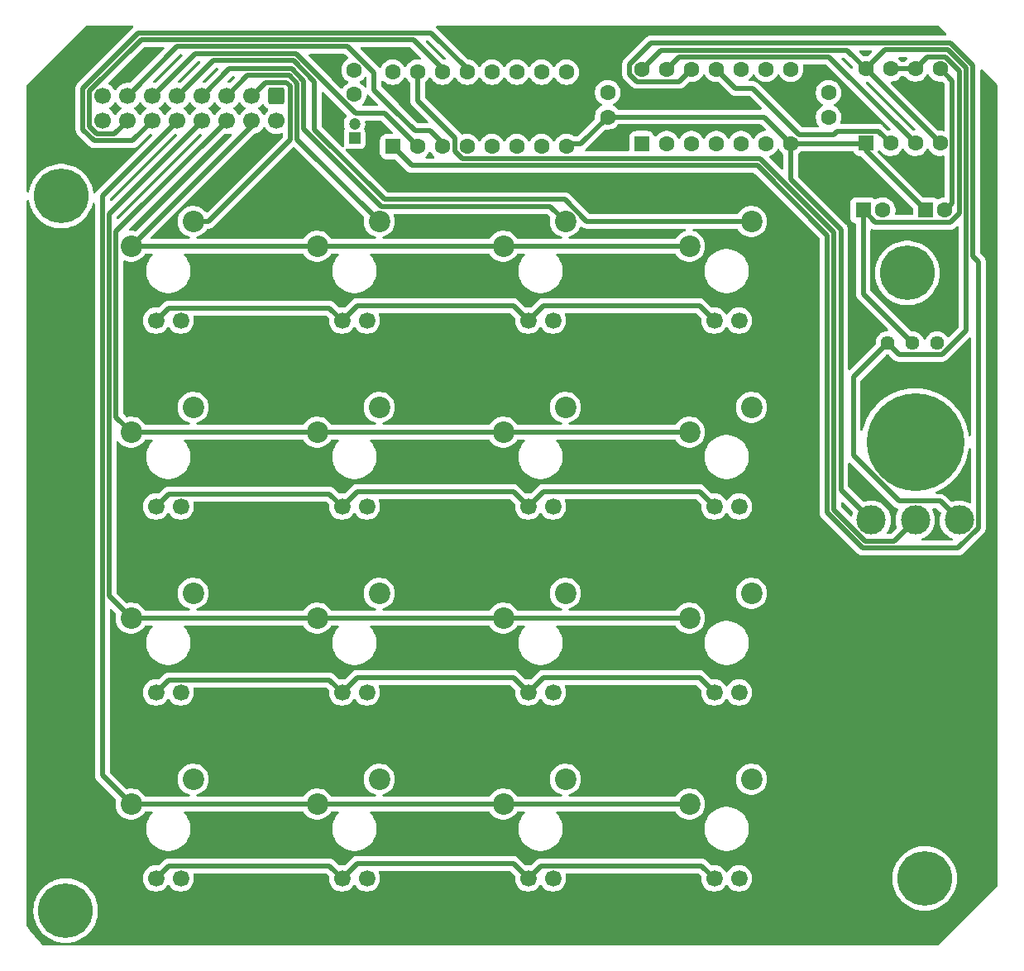
<source format=gtl>
G04 #@! TF.GenerationSoftware,KiCad,Pcbnew,9.0.0*
G04 #@! TF.CreationDate,2025-06-15T15:39:48+02:00*
G04 #@! TF.ProjectId,8-bit computer_Keypad_Module,382d6269-7420-4636-9f6d-70757465725f,rev?*
G04 #@! TF.SameCoordinates,Original*
G04 #@! TF.FileFunction,Copper,L1,Top*
G04 #@! TF.FilePolarity,Positive*
%FSLAX46Y46*%
G04 Gerber Fmt 4.6, Leading zero omitted, Abs format (unit mm)*
G04 Created by KiCad (PCBNEW 9.0.0) date 2025-06-15 15:39:48*
%MOMM*%
%LPD*%
G01*
G04 APERTURE LIST*
G04 Aperture macros list*
%AMRoundRect*
0 Rectangle with rounded corners*
0 $1 Rounding radius*
0 $2 $3 $4 $5 $6 $7 $8 $9 X,Y pos of 4 corners*
0 Add a 4 corners polygon primitive as box body*
4,1,4,$2,$3,$4,$5,$6,$7,$8,$9,$2,$3,0*
0 Add four circle primitives for the rounded corners*
1,1,$1+$1,$2,$3*
1,1,$1+$1,$4,$5*
1,1,$1+$1,$6,$7*
1,1,$1+$1,$8,$9*
0 Add four rect primitives between the rounded corners*
20,1,$1+$1,$2,$3,$4,$5,0*
20,1,$1+$1,$4,$5,$6,$7,0*
20,1,$1+$1,$6,$7,$8,$9,0*
20,1,$1+$1,$8,$9,$2,$3,0*%
G04 Aperture macros list end*
G04 #@! TA.AperFunction,ComponentPad*
%ADD10C,5.600000*%
G04 #@! TD*
G04 #@! TA.AperFunction,ComponentPad*
%ADD11RoundRect,0.250000X-0.600000X0.600000X-0.600000X-0.600000X0.600000X-0.600000X0.600000X0.600000X0*%
G04 #@! TD*
G04 #@! TA.AperFunction,ComponentPad*
%ADD12C,1.700000*%
G04 #@! TD*
G04 #@! TA.AperFunction,ComponentPad*
%ADD13C,1.600000*%
G04 #@! TD*
G04 #@! TA.AperFunction,ComponentPad*
%ADD14C,2.200000*%
G04 #@! TD*
G04 #@! TA.AperFunction,ComponentPad*
%ADD15C,1.690600*%
G04 #@! TD*
G04 #@! TA.AperFunction,ComponentPad*
%ADD16RoundRect,0.250000X0.550000X-0.550000X0.550000X0.550000X-0.550000X0.550000X-0.550000X-0.550000X0*%
G04 #@! TD*
G04 #@! TA.AperFunction,ComponentPad*
%ADD17C,10.000000*%
G04 #@! TD*
G04 #@! TA.AperFunction,ComponentPad*
%ADD18C,3.000000*%
G04 #@! TD*
G04 #@! TA.AperFunction,ComponentPad*
%ADD19R,1.600000X1.600000*%
G04 #@! TD*
G04 #@! TA.AperFunction,ComponentPad*
%ADD20C,1.440000*%
G04 #@! TD*
G04 #@! TA.AperFunction,ComponentPad*
%ADD21R,1.200000X1.200000*%
G04 #@! TD*
G04 #@! TA.AperFunction,ComponentPad*
%ADD22C,1.200000*%
G04 #@! TD*
G04 #@! TA.AperFunction,Conductor*
%ADD23C,0.500000*%
G04 #@! TD*
G04 APERTURE END LIST*
D10*
X200355200Y-133604000D03*
D11*
X134010400Y-53441600D03*
D12*
X134010400Y-55981600D03*
X131470400Y-53441600D03*
X131470399Y-55981600D03*
X128930400Y-53441600D03*
X128930400Y-55981600D03*
X126390400Y-53441600D03*
X126390399Y-55981600D03*
X123850400Y-53441600D03*
X123850400Y-55981600D03*
X121310400Y-53441600D03*
X121310399Y-55981600D03*
X118770400Y-53441600D03*
X118770400Y-55981600D03*
X116230400Y-53441600D03*
X116230399Y-55981600D03*
D13*
X141935200Y-50789200D03*
X141935200Y-53289200D03*
D10*
X112420400Y-136906000D03*
D14*
X176276000Y-87884000D03*
X182626000Y-85344000D03*
D15*
X178816000Y-95504000D03*
X181356000Y-95504000D03*
D16*
X171399200Y-58318400D03*
D13*
X173939200Y-58318400D03*
X176479200Y-58318400D03*
X179019200Y-58318400D03*
X181559200Y-58318400D03*
X184099200Y-58318400D03*
X186639200Y-58318400D03*
X186639200Y-50698400D03*
X184099200Y-50698400D03*
X181559200Y-50698400D03*
X179019200Y-50698400D03*
X176479200Y-50698400D03*
X173939200Y-50698400D03*
X171399200Y-50698400D03*
D14*
X157226000Y-68834000D03*
X163576000Y-66294000D03*
D15*
X159766000Y-76454000D03*
X162306000Y-76454000D03*
D13*
X167894000Y-53086000D03*
X167894000Y-55586000D03*
D14*
X157226000Y-125984000D03*
X163576000Y-123444000D03*
D15*
X159766000Y-133604000D03*
X162306000Y-133604000D03*
D14*
X138176000Y-125984000D03*
X144526000Y-123444000D03*
D15*
X140716000Y-133604000D03*
X143256000Y-133604000D03*
D14*
X119126000Y-125984000D03*
X125476000Y-123444000D03*
D15*
X121666000Y-133604000D03*
X124206000Y-133604000D03*
D14*
X138176000Y-68834000D03*
X144526000Y-66294000D03*
D15*
X140716000Y-76454000D03*
X143256000Y-76454000D03*
D14*
X138176000Y-87884000D03*
X144526000Y-85344000D03*
D15*
X140716000Y-95504000D03*
X143256000Y-95504000D03*
D16*
X194310000Y-58288000D03*
D13*
X196850000Y-58288000D03*
X199390000Y-58288000D03*
X201930000Y-58288000D03*
X201930001Y-50668000D03*
X199390000Y-50668000D03*
X196850001Y-50668000D03*
X194310000Y-50668000D03*
D14*
X138176000Y-106934000D03*
X144526000Y-104394000D03*
D15*
X140716000Y-114554000D03*
X143256000Y-114554000D03*
D14*
X176276000Y-106934000D03*
X182626000Y-104394000D03*
D15*
X178816000Y-114554000D03*
X181356000Y-114554000D03*
D16*
X145897600Y-58623200D03*
D13*
X148437600Y-58623200D03*
X150977600Y-58623200D03*
X153517600Y-58623200D03*
X156057600Y-58623200D03*
X158597600Y-58623200D03*
X161137600Y-58623200D03*
X163677600Y-58623200D03*
X163677600Y-51003200D03*
X161137600Y-51003200D03*
X158597600Y-51003200D03*
X156057600Y-51003200D03*
X153517600Y-51003200D03*
X150977600Y-51003200D03*
X148437600Y-51003200D03*
X145897600Y-51003200D03*
D17*
X199390000Y-88900000D03*
D18*
X194890000Y-96900000D03*
X199390000Y-96900000D03*
X203890000Y-96900000D03*
D10*
X111963200Y-63703200D03*
D13*
X190500000Y-55606000D03*
X190500000Y-53106000D03*
D10*
X198577200Y-71577200D03*
D14*
X119126000Y-106934000D03*
X125476000Y-104394000D03*
D15*
X121666000Y-114554000D03*
X124206000Y-114554000D03*
D14*
X176276000Y-125984000D03*
X182626000Y-123444000D03*
D15*
X178816000Y-133604000D03*
X181356000Y-133604000D03*
D14*
X176276000Y-68834000D03*
X182626000Y-66294000D03*
D15*
X178816000Y-76454000D03*
X181356000Y-76454000D03*
D14*
X157226000Y-87884000D03*
X163576000Y-85344000D03*
D15*
X159766000Y-95504000D03*
X162306000Y-95504000D03*
D19*
X200434888Y-65151000D03*
D13*
X202434888Y-65151000D03*
D14*
X119126000Y-87884000D03*
X125476000Y-85344000D03*
D15*
X121666000Y-95504000D03*
X124206000Y-95504000D03*
D20*
X201625200Y-78740000D03*
X199085200Y-78740000D03*
X196545200Y-78740000D03*
D21*
X141986000Y-57771000D03*
D22*
X141986000Y-56271000D03*
D14*
X119126000Y-68834000D03*
X125476000Y-66294000D03*
D15*
X121666000Y-76454000D03*
X124206000Y-76454000D03*
D14*
X157226000Y-106934000D03*
X163576000Y-104394000D03*
D15*
X159766000Y-114554000D03*
X162306000Y-114554000D03*
D19*
X194056000Y-65151000D03*
D13*
X196056000Y-65151000D03*
D23*
X135413000Y-57912634D02*
X135413000Y-52442708D01*
X135009292Y-52039000D02*
X132873000Y-52039000D01*
X127031634Y-66294000D02*
X135413000Y-57912634D01*
X132873000Y-52039000D02*
X131572000Y-53340000D01*
X135413000Y-52442708D02*
X135009292Y-52039000D01*
X125476000Y-66294000D02*
X127031634Y-66294000D01*
X119126000Y-87884000D02*
X138176000Y-87884000D01*
X117575000Y-67337000D02*
X117575000Y-86333000D01*
X129032000Y-55880000D02*
X117575000Y-67337000D01*
X138176000Y-87884000D02*
X157226000Y-87884000D01*
X117575000Y-86333000D02*
X119126000Y-87884000D01*
X157226000Y-87884000D02*
X176276000Y-87884000D01*
X116874000Y-104682000D02*
X116874000Y-65497999D01*
X157226000Y-106934000D02*
X176276000Y-106934000D01*
X119126000Y-106934000D02*
X116874000Y-104682000D01*
X116874000Y-65497999D02*
X126491999Y-55880000D01*
X138176000Y-106934000D02*
X157226000Y-106934000D01*
X119126000Y-106934000D02*
X138176000Y-106934000D01*
X119126000Y-125984000D02*
X138176000Y-125984000D01*
X116173000Y-123031000D02*
X116173000Y-63659000D01*
X116173000Y-63659000D02*
X123952000Y-55880000D01*
X119126000Y-125984000D02*
X116173000Y-123031000D01*
X138176000Y-125984000D02*
X157226000Y-125984000D01*
X157226000Y-125984000D02*
X176276000Y-125984000D01*
X136114000Y-57882000D02*
X136114000Y-52152344D01*
X135299656Y-51338000D02*
X131034000Y-51338000D01*
X136114000Y-52152344D02*
X135299656Y-51338000D01*
X136114000Y-57882000D02*
X144526000Y-66294000D01*
X131034000Y-51338000D02*
X129032000Y-53340000D01*
X144753000Y-64743000D02*
X162025000Y-64743000D01*
X136815000Y-51861980D02*
X136815000Y-56805000D01*
X162025000Y-64743000D02*
X163576000Y-66294000D01*
X135590020Y-50637000D02*
X136815000Y-51861980D01*
X129195000Y-50637000D02*
X135590020Y-50637000D01*
X126492000Y-53340000D02*
X129195000Y-50637000D01*
X136815000Y-56805000D02*
X144753000Y-64743000D01*
X135728384Y-49784000D02*
X137909682Y-51965298D01*
X165769446Y-66294000D02*
X182626000Y-66294000D01*
X145043364Y-64042000D02*
X163517446Y-64042000D01*
X127508000Y-49784000D02*
X135728384Y-49784000D01*
X163517446Y-64042000D02*
X165769446Y-66294000D01*
X137909682Y-56908318D02*
X145043364Y-64042000D01*
X137909682Y-51965298D02*
X137909682Y-56908318D01*
X123952000Y-53340000D02*
X127508000Y-49784000D01*
X191770000Y-67131436D02*
X186639200Y-62000636D01*
X186664600Y-58293000D02*
X186639200Y-58318400D01*
X183906800Y-55586000D02*
X167894000Y-55586000D01*
X186639200Y-58318400D02*
X194279600Y-58318400D01*
X194890000Y-96900000D02*
X191770000Y-93780000D01*
X186639200Y-62000636D02*
X186639200Y-58318400D01*
X186639200Y-58318400D02*
X183906800Y-55586000D01*
X165161600Y-58318400D02*
X167894000Y-55586000D01*
X194310000Y-58288000D02*
X194310000Y-59026112D01*
X194310000Y-59026112D02*
X200434888Y-65151000D01*
X163728400Y-58318400D02*
X165161600Y-58318400D01*
X194279600Y-58318400D02*
X194310000Y-58288000D01*
X191770000Y-93780000D02*
X191770000Y-67131436D01*
X194310000Y-50668000D02*
X196262000Y-48716000D01*
X194310000Y-50668000D02*
X201930000Y-58288000D01*
X197730121Y-94949000D02*
X193040000Y-90258879D01*
X193040000Y-90258879D02*
X193040000Y-82245200D01*
X196262000Y-48716000D02*
X202738547Y-48716000D01*
X193040000Y-82245200D02*
X196545200Y-78740000D01*
X204583000Y-77438245D02*
X202110245Y-79911000D01*
X201939000Y-94949000D02*
X197730121Y-94949000D01*
X204583000Y-50560453D02*
X204583000Y-77438245D01*
X173351200Y-48746400D02*
X192388400Y-48746400D01*
X192388400Y-48746400D02*
X194310000Y-50668000D01*
X202738547Y-48716000D02*
X204583000Y-50560453D01*
X171399200Y-50698400D02*
X173351200Y-48746400D01*
X197716200Y-79911000D02*
X196545200Y-78740000D01*
X203890000Y-96900000D02*
X201939000Y-94949000D01*
X202110245Y-79911000D02*
X197716200Y-79911000D01*
X115350343Y-58034400D02*
X114177599Y-56861656D01*
X119860744Y-46980000D02*
X149850001Y-46980000D01*
X121411999Y-55880000D02*
X119257599Y-58034400D01*
X114177599Y-56861656D02*
X114177600Y-52663144D01*
X114177600Y-52663144D02*
X119860744Y-46980000D01*
X119257599Y-58034400D02*
X115350343Y-58034400D01*
X149850001Y-46980000D02*
X153670001Y-50800000D01*
X119126000Y-68834000D02*
X138176000Y-68834000D01*
X176276000Y-68834000D02*
X157226000Y-68834000D01*
X119126000Y-68834000D02*
X131571999Y-56388001D01*
X131571999Y-56388001D02*
X131571999Y-55880000D01*
X138176000Y-68834000D02*
X157226000Y-68834000D01*
X151130000Y-50800000D02*
X148011000Y-47681000D01*
X120151108Y-47681000D02*
X114878600Y-52953508D01*
X117418600Y-57333400D02*
X118719600Y-56032400D01*
X115640707Y-57333400D02*
X117418600Y-57333400D01*
X114878599Y-56571292D02*
X115640707Y-57333400D01*
X148011000Y-47681000D02*
X120151108Y-47681000D01*
X114878600Y-52953508D02*
X114878599Y-56571292D01*
X142096818Y-55220000D02*
X145034400Y-55220000D01*
X138974948Y-52098130D02*
X142096818Y-55220000D01*
X121412000Y-53340000D02*
X125669000Y-49083000D01*
X145034400Y-55220000D02*
X148437600Y-58623200D01*
X136018748Y-49083000D02*
X125669000Y-49083000D01*
X138974948Y-52039200D02*
X138974948Y-52098130D01*
X136018748Y-49083000D02*
X138974948Y-52039200D01*
X145948400Y-54787036D02*
X148171282Y-57009918D01*
X149719918Y-57009918D02*
X151130000Y-58420000D01*
X143996400Y-51081218D02*
X143996400Y-52810400D01*
X141297182Y-48382000D02*
X143996400Y-51081218D01*
X145948400Y-54762400D02*
X145948400Y-54787036D01*
X148171282Y-57009918D02*
X149719918Y-57009918D01*
X118872000Y-53340000D02*
X123830000Y-48382000D01*
X143996400Y-52810400D02*
X145948400Y-54762400D01*
X123830000Y-48382000D02*
X141297182Y-48382000D01*
X205284000Y-69850000D02*
X205841000Y-70407000D01*
X205284000Y-50270089D02*
X205284000Y-69850000D01*
X203019911Y-48006000D02*
X205284000Y-50270089D01*
X203788131Y-99761000D02*
X194000505Y-99761000D01*
X170881018Y-51949400D02*
X170148200Y-51216582D01*
X175228200Y-51949400D02*
X170881018Y-51949400D01*
X183231036Y-60575200D02*
X147849600Y-60575200D01*
X172322418Y-48006000D02*
X203019911Y-48006000D01*
X147849600Y-60575200D02*
X145897600Y-58623200D01*
X176479200Y-50698400D02*
X175228200Y-51949400D01*
X194000505Y-99761000D02*
X190368000Y-96128495D01*
X205841000Y-97708131D02*
X203788131Y-99761000D01*
X190368000Y-96128495D02*
X190368000Y-67712164D01*
X205841000Y-70407000D02*
X205841000Y-97708131D01*
X170148200Y-50180218D02*
X172322418Y-48006000D01*
X170148200Y-51216582D02*
X170148200Y-50180218D01*
X190368000Y-67712164D02*
X183231036Y-60575200D01*
X122962300Y-75157700D02*
X139419700Y-75157700D01*
X139419700Y-75157700D02*
X140716000Y-76454000D01*
X142240000Y-74930000D02*
X158242000Y-74930000D01*
X161290000Y-74930000D02*
X177292000Y-74930000D01*
X121666000Y-76454000D02*
X122962300Y-75157700D01*
X140716000Y-76454000D02*
X142240000Y-74930000D01*
X158242000Y-74930000D02*
X159766000Y-76454000D01*
X159766000Y-76454000D02*
X161290000Y-74930000D01*
X177292000Y-74930000D02*
X178816000Y-76454000D01*
X161290000Y-93980000D02*
X177292000Y-93980000D01*
X122962300Y-94207700D02*
X139419700Y-94207700D01*
X140716000Y-95504000D02*
X142240000Y-93980000D01*
X121666000Y-95504000D02*
X122962300Y-94207700D01*
X159766000Y-95504000D02*
X161290000Y-93980000D01*
X158242000Y-93980000D02*
X159766000Y-95504000D01*
X177292000Y-93980000D02*
X178816000Y-95504000D01*
X139419700Y-94207700D02*
X140716000Y-95504000D01*
X142240000Y-93980000D02*
X158242000Y-93980000D01*
X142240000Y-113030000D02*
X158242000Y-113030000D01*
X161290000Y-113030000D02*
X177292000Y-113030000D01*
X177292000Y-113030000D02*
X178816000Y-114554000D01*
X139419700Y-113257700D02*
X140716000Y-114554000D01*
X121666000Y-114554000D02*
X122962300Y-113257700D01*
X140716000Y-114554000D02*
X142240000Y-113030000D01*
X159766000Y-114554000D02*
X161290000Y-113030000D01*
X122962300Y-113257700D02*
X139419700Y-113257700D01*
X158242000Y-113030000D02*
X159766000Y-114554000D01*
X159766000Y-133604000D02*
X161062300Y-132307700D01*
X161062300Y-132307700D02*
X177519700Y-132307700D01*
X140716000Y-133604000D02*
X142240000Y-132080000D01*
X142240000Y-132080000D02*
X158242000Y-132080000D01*
X177519700Y-132307700D02*
X178816000Y-133604000D01*
X121666000Y-133604000D02*
X122962300Y-132307700D01*
X158242000Y-132080000D02*
X159766000Y-133604000D01*
X122962300Y-132307700D02*
X139419700Y-132307700D01*
X139419700Y-132307700D02*
X140716000Y-133604000D01*
X181000400Y-52679600D02*
X182769582Y-52679600D01*
X191008000Y-57404000D02*
X191375000Y-57037000D01*
X195599000Y-57037000D02*
X196850000Y-58288000D01*
X182769582Y-52679600D02*
X187493982Y-57404000D01*
X187493982Y-57404000D02*
X191008000Y-57404000D01*
X191375000Y-57037000D02*
X195599000Y-57037000D01*
X181000400Y-52679600D02*
X179019200Y-50698400D01*
X196850001Y-50668000D02*
X199390000Y-50668000D01*
X200641000Y-49417000D02*
X202448183Y-49417000D01*
X194056000Y-65151000D02*
X194056000Y-73710800D01*
X203882000Y-50850817D02*
X203882000Y-65473070D01*
X199390000Y-50668000D02*
X200641000Y-49417000D01*
X194056000Y-73710800D02*
X199085200Y-78740000D01*
X202448183Y-49417000D02*
X203882000Y-50850817D01*
X195307000Y-66402000D02*
X194056000Y-65151000D01*
X203882000Y-65473070D02*
X202953070Y-66402000D01*
X202953070Y-66402000D02*
X195307000Y-66402000D01*
X203181000Y-51918999D02*
X203181000Y-64404888D01*
X201930001Y-50668000D02*
X203181000Y-51918999D01*
X203181000Y-64404888D02*
X202434888Y-65151000D01*
X175190200Y-49447400D02*
X190549400Y-49447400D01*
X173939200Y-50698400D02*
X175190200Y-49447400D01*
X190549400Y-49447400D02*
X199390000Y-58288000D01*
X183521400Y-59874200D02*
X191069000Y-67421800D01*
X152999418Y-59874200D02*
X183521400Y-59874200D01*
X152266600Y-57749418D02*
X148437600Y-53920418D01*
X191069000Y-95838131D02*
X194290869Y-99060000D01*
X191069000Y-67421800D02*
X191069000Y-95838131D01*
X152266600Y-59141382D02*
X152999418Y-59874200D01*
X148437600Y-53920418D02*
X148437600Y-51003200D01*
X197230000Y-99060000D02*
X199390000Y-96900000D01*
X194290869Y-99060000D02*
X197230000Y-99060000D01*
X152266600Y-57749418D02*
X152266600Y-59141382D01*
G04 #@! TA.AperFunction,NonConductor*
G36*
X194927809Y-48776185D02*
G01*
X194973564Y-48828989D01*
X194983508Y-48898147D01*
X194954483Y-48961703D01*
X194948451Y-48968181D01*
X194575104Y-49341526D01*
X194513781Y-49375011D01*
X194468025Y-49376318D01*
X194412352Y-49367500D01*
X194207648Y-49367500D01*
X194151972Y-49376318D01*
X194082679Y-49367363D01*
X194044894Y-49341526D01*
X193671549Y-48968181D01*
X193638064Y-48906858D01*
X193643048Y-48837166D01*
X193684920Y-48781233D01*
X193750384Y-48756816D01*
X193759230Y-48756500D01*
X194860770Y-48756500D01*
X194927809Y-48776185D01*
G37*
G04 #@! TD.AperFunction*
G04 #@! TA.AperFunction,NonConductor*
G36*
X149554810Y-47750185D02*
G01*
X149575452Y-47766819D01*
X151322660Y-49514027D01*
X151337769Y-49541698D01*
X151354443Y-49568476D01*
X151354390Y-49572137D01*
X151356145Y-49575350D01*
X151353895Y-49606805D01*
X151353445Y-49638339D01*
X151351422Y-49641389D01*
X151351161Y-49645042D01*
X151332261Y-49670287D01*
X151314835Y-49696571D01*
X151311482Y-49698044D01*
X151309289Y-49700975D01*
X151279739Y-49711996D01*
X151250871Y-49724685D01*
X151245910Y-49724614D01*
X151243825Y-49725392D01*
X151215581Y-49724181D01*
X151136516Y-49711658D01*
X151073381Y-49681729D01*
X151073380Y-49681728D01*
X151068233Y-49676866D01*
X149333549Y-47942181D01*
X149300064Y-47880858D01*
X149305048Y-47811166D01*
X149346920Y-47755233D01*
X149412384Y-47730816D01*
X149421230Y-47730500D01*
X149487771Y-47730500D01*
X149554810Y-47750185D01*
G37*
G04 #@! TD.AperFunction*
G04 #@! TA.AperFunction,NonConductor*
G36*
X198519992Y-49486185D02*
G01*
X198565747Y-49538989D01*
X198575691Y-49608147D01*
X198546666Y-49671703D01*
X198540634Y-49678181D01*
X198401014Y-49817800D01*
X198401011Y-49817803D01*
X198398034Y-49820781D01*
X198364545Y-49866874D01*
X198364108Y-49867463D01*
X198336709Y-49888123D01*
X198309571Y-49909051D01*
X198308753Y-49909204D01*
X198308322Y-49909530D01*
X198306154Y-49909692D01*
X198264582Y-49917500D01*
X197975419Y-49917500D01*
X197908380Y-49897815D01*
X197875101Y-49866385D01*
X197841972Y-49820787D01*
X197841968Y-49820782D01*
X197699367Y-49678181D01*
X197665882Y-49616858D01*
X197670866Y-49547166D01*
X197712738Y-49491233D01*
X197778202Y-49466816D01*
X197787048Y-49466500D01*
X198452953Y-49466500D01*
X198519992Y-49486185D01*
G37*
G04 #@! TD.AperFunction*
G04 #@! TA.AperFunction,NonConductor*
G36*
X147715809Y-48451185D02*
G01*
X147736451Y-48467819D01*
X148782659Y-49514027D01*
X148816144Y-49575350D01*
X148811160Y-49645042D01*
X148769288Y-49700975D01*
X148703824Y-49725392D01*
X148675581Y-49724181D01*
X148539952Y-49702700D01*
X148335248Y-49702700D01*
X148318479Y-49705356D01*
X148133065Y-49734722D01*
X147938376Y-49797981D01*
X147755986Y-49890915D01*
X147590386Y-50011228D01*
X147445628Y-50155986D01*
X147325315Y-50321586D01*
X147278085Y-50414280D01*
X147230110Y-50465076D01*
X147162289Y-50481871D01*
X147096154Y-50459334D01*
X147057115Y-50414280D01*
X147051613Y-50403481D01*
X147009887Y-50321590D01*
X146934324Y-50217585D01*
X146889571Y-50155986D01*
X146744813Y-50011228D01*
X146579213Y-49890915D01*
X146579212Y-49890914D01*
X146579210Y-49890913D01*
X146505165Y-49853185D01*
X146396823Y-49797981D01*
X146202134Y-49734722D01*
X146016721Y-49705356D01*
X145999952Y-49702700D01*
X145795248Y-49702700D01*
X145778479Y-49705356D01*
X145593065Y-49734722D01*
X145398376Y-49797981D01*
X145215986Y-49890915D01*
X145050386Y-50011228D01*
X144905628Y-50155986D01*
X144785313Y-50321588D01*
X144698354Y-50492253D01*
X144650380Y-50543048D01*
X144582559Y-50559843D01*
X144516424Y-50537305D01*
X144500189Y-50523638D01*
X142619731Y-48643181D01*
X142586246Y-48581858D01*
X142591230Y-48512166D01*
X142633102Y-48456233D01*
X142698566Y-48431816D01*
X142707412Y-48431500D01*
X147648770Y-48431500D01*
X147715809Y-48451185D01*
G37*
G04 #@! TD.AperFunction*
G04 #@! TA.AperFunction,NonConductor*
G36*
X192093209Y-49516585D02*
G01*
X192113851Y-49533219D01*
X192983526Y-50402894D01*
X192986147Y-50407695D01*
X192990708Y-50410719D01*
X193002712Y-50438031D01*
X193017011Y-50464217D01*
X193017204Y-50471003D01*
X193018822Y-50474683D01*
X193018318Y-50509973D01*
X193009220Y-50567415D01*
X192979291Y-50630550D01*
X192919979Y-50667481D01*
X192850117Y-50666483D01*
X192799066Y-50635698D01*
X191871949Y-49708581D01*
X191838464Y-49647258D01*
X191843448Y-49577566D01*
X191885320Y-49521633D01*
X191950784Y-49497216D01*
X191959630Y-49496900D01*
X192026170Y-49496900D01*
X192093209Y-49516585D01*
G37*
G04 #@! TD.AperFunction*
G04 #@! TA.AperFunction,NonConductor*
G36*
X129690809Y-51407185D02*
G01*
X129736564Y-51459989D01*
X129746508Y-51529147D01*
X129717483Y-51592703D01*
X129711451Y-51599181D01*
X129239207Y-52071424D01*
X129234405Y-52074046D01*
X129231381Y-52078607D01*
X129204065Y-52090612D01*
X129177884Y-52104909D01*
X129171097Y-52105102D01*
X129167416Y-52106721D01*
X129132126Y-52106216D01*
X129074684Y-52097117D01*
X129011550Y-52067186D01*
X128974620Y-52007874D01*
X128975619Y-51938012D01*
X129006401Y-51886965D01*
X129469548Y-51423819D01*
X129530871Y-51390334D01*
X129557229Y-51387500D01*
X129623770Y-51387500D01*
X129690809Y-51407185D01*
G37*
G04 #@! TD.AperFunction*
G04 #@! TA.AperFunction,NonConductor*
G36*
X128003810Y-50554185D02*
G01*
X128049565Y-50606989D01*
X128059509Y-50676147D01*
X128030484Y-50739703D01*
X128024455Y-50746177D01*
X127007945Y-51762686D01*
X126699207Y-52071424D01*
X126694405Y-52074046D01*
X126691381Y-52078607D01*
X126664065Y-52090612D01*
X126637884Y-52104909D01*
X126631097Y-52105102D01*
X126627416Y-52106721D01*
X126592126Y-52106216D01*
X126534684Y-52097117D01*
X126471550Y-52067186D01*
X126434620Y-52007874D01*
X126435619Y-51938012D01*
X126466401Y-51886965D01*
X127782548Y-50570819D01*
X127843871Y-50537334D01*
X127870229Y-50534500D01*
X127936771Y-50534500D01*
X128003810Y-50554185D01*
G37*
G04 #@! TD.AperFunction*
G04 #@! TA.AperFunction,NonConductor*
G36*
X126164810Y-49853185D02*
G01*
X126210565Y-49905989D01*
X126220509Y-49975147D01*
X126191484Y-50038703D01*
X126185454Y-50045178D01*
X124658559Y-51572072D01*
X124159207Y-52071424D01*
X124154405Y-52074046D01*
X124151381Y-52078607D01*
X124124065Y-52090612D01*
X124097884Y-52104909D01*
X124091097Y-52105102D01*
X124087416Y-52106721D01*
X124052126Y-52106216D01*
X123994684Y-52097117D01*
X123931550Y-52067186D01*
X123894620Y-52007874D01*
X123895619Y-51938012D01*
X123926401Y-51886965D01*
X125943548Y-49869819D01*
X126004871Y-49836334D01*
X126031229Y-49833500D01*
X126097771Y-49833500D01*
X126164810Y-49853185D01*
G37*
G04 #@! TD.AperFunction*
G04 #@! TA.AperFunction,NonConductor*
G36*
X124325810Y-49152185D02*
G01*
X124371565Y-49204989D01*
X124381509Y-49274147D01*
X124352484Y-49337703D01*
X124346453Y-49344178D01*
X122300297Y-51390334D01*
X121619207Y-52071424D01*
X121614405Y-52074046D01*
X121611381Y-52078607D01*
X121584065Y-52090612D01*
X121557884Y-52104909D01*
X121551097Y-52105102D01*
X121547416Y-52106721D01*
X121512126Y-52106216D01*
X121454684Y-52097117D01*
X121391550Y-52067186D01*
X121354620Y-52007874D01*
X121355619Y-51938012D01*
X121386401Y-51886965D01*
X124104549Y-49168819D01*
X124165872Y-49135334D01*
X124192230Y-49132500D01*
X124258771Y-49132500D01*
X124325810Y-49152185D01*
G37*
G04 #@! TD.AperFunction*
G04 #@! TA.AperFunction,NonConductor*
G36*
X143208320Y-51490426D02*
G01*
X143242677Y-51551265D01*
X143245900Y-51579351D01*
X143245900Y-52499048D01*
X143226215Y-52566087D01*
X143173411Y-52611842D01*
X143104253Y-52621786D01*
X143040697Y-52592761D01*
X143021582Y-52571933D01*
X142927171Y-52441987D01*
X142927167Y-52441982D01*
X142782413Y-52297228D01*
X142616813Y-52176915D01*
X142616812Y-52176914D01*
X142616810Y-52176913D01*
X142563371Y-52149684D01*
X142512576Y-52101710D01*
X142495781Y-52033889D01*
X142518318Y-51967754D01*
X142563372Y-51928715D01*
X142572610Y-51924008D01*
X142616810Y-51901487D01*
X142709790Y-51833932D01*
X142782413Y-51781171D01*
X142782415Y-51781168D01*
X142782419Y-51781166D01*
X142927166Y-51636419D01*
X143021582Y-51506464D01*
X143076911Y-51463800D01*
X143146524Y-51457821D01*
X143208320Y-51490426D01*
G37*
G04 #@! TD.AperFunction*
G04 #@! TA.AperFunction,NonConductor*
G36*
X141001991Y-49152185D02*
G01*
X141022633Y-49168819D01*
X141316499Y-49462685D01*
X141349984Y-49524008D01*
X141345000Y-49593700D01*
X141303128Y-49649633D01*
X141285114Y-49660850D01*
X141253588Y-49676913D01*
X141087986Y-49797228D01*
X140943228Y-49941986D01*
X140822915Y-50107586D01*
X140729981Y-50289976D01*
X140666722Y-50484665D01*
X140634700Y-50686848D01*
X140634700Y-50891551D01*
X140666722Y-51093734D01*
X140729981Y-51288423D01*
X140776650Y-51380014D01*
X140822304Y-51469615D01*
X140822915Y-51470813D01*
X140943228Y-51636413D01*
X141087986Y-51781171D01*
X141253588Y-51901486D01*
X141307028Y-51928716D01*
X141357823Y-51976690D01*
X141374618Y-52044512D01*
X141352080Y-52110646D01*
X141307028Y-52149684D01*
X141253588Y-52176913D01*
X141087986Y-52297228D01*
X140943228Y-52441986D01*
X140822913Y-52607588D01*
X140806850Y-52639114D01*
X140758876Y-52689909D01*
X140691054Y-52706704D01*
X140624920Y-52684166D01*
X140608685Y-52670499D01*
X139670301Y-51732115D01*
X139643421Y-51691888D01*
X139642792Y-51690369D01*
X139640032Y-51683705D01*
X139624173Y-51659971D01*
X139557902Y-51560788D01*
X139557901Y-51560787D01*
X139557899Y-51560784D01*
X139453364Y-51456249D01*
X138400009Y-50402894D01*
X137341297Y-49344181D01*
X137307812Y-49282858D01*
X137312796Y-49213166D01*
X137354668Y-49157233D01*
X137420132Y-49132816D01*
X137428978Y-49132500D01*
X140934952Y-49132500D01*
X141001991Y-49152185D01*
G37*
G04 #@! TD.AperFunction*
G04 #@! TA.AperFunction,NonConductor*
G36*
X122486809Y-48451185D02*
G01*
X122532564Y-48503989D01*
X122542508Y-48573147D01*
X122513483Y-48636703D01*
X122507451Y-48643181D01*
X119079206Y-52071424D01*
X119017883Y-52104909D01*
X118972126Y-52106216D01*
X118876691Y-52091100D01*
X118876687Y-52091100D01*
X118664113Y-52091100D01*
X118615442Y-52098808D01*
X118454160Y-52124353D01*
X118251985Y-52190044D01*
X118062579Y-52286551D01*
X117890613Y-52411490D01*
X117740290Y-52561813D01*
X117615349Y-52733782D01*
X117610884Y-52742546D01*
X117562909Y-52793342D01*
X117495088Y-52810136D01*
X117428953Y-52787598D01*
X117389916Y-52742546D01*
X117385450Y-52733782D01*
X117260509Y-52561813D01*
X117110186Y-52411490D01*
X116938219Y-52286551D01*
X116938218Y-52286550D01*
X116938216Y-52286549D01*
X116870818Y-52252208D01*
X116820022Y-52204233D01*
X116803227Y-52136412D01*
X116825764Y-52070277D01*
X116839426Y-52054048D01*
X120425656Y-48467819D01*
X120486979Y-48434334D01*
X120513337Y-48431500D01*
X122419770Y-48431500D01*
X122486809Y-48451185D01*
G37*
G04 #@! TD.AperFunction*
G04 #@! TA.AperFunction,NonConductor*
G36*
X143395082Y-53290717D02*
G01*
X143446133Y-53321502D01*
X144382451Y-54257819D01*
X144415936Y-54319142D01*
X144410952Y-54388833D01*
X144369080Y-54444767D01*
X144303616Y-54469184D01*
X144294770Y-54469500D01*
X142893447Y-54469500D01*
X142826408Y-54449815D01*
X142780653Y-54397011D01*
X142770709Y-54327853D01*
X142799734Y-54264297D01*
X142805766Y-54257819D01*
X142865301Y-54198284D01*
X142927166Y-54136419D01*
X142927168Y-54136415D01*
X142927171Y-54136413D01*
X142979932Y-54063790D01*
X143047487Y-53970810D01*
X143140420Y-53788419D01*
X143203677Y-53593734D01*
X143235700Y-53391552D01*
X143235700Y-53391546D01*
X143235979Y-53389785D01*
X143265908Y-53326651D01*
X143325219Y-53289719D01*
X143395082Y-53290717D01*
G37*
G04 #@! TD.AperFunction*
G04 #@! TA.AperFunction,NonConductor*
G36*
X130271844Y-54095599D02*
G01*
X130310886Y-54140656D01*
X130315351Y-54149420D01*
X130440290Y-54321386D01*
X130590613Y-54471709D01*
X130762579Y-54596648D01*
X130762581Y-54596649D01*
X130762584Y-54596651D01*
X130771342Y-54601113D01*
X130822139Y-54649087D01*
X130838935Y-54716907D01*
X130816399Y-54783043D01*
X130771352Y-54822080D01*
X130762580Y-54826550D01*
X130590612Y-54951490D01*
X130440289Y-55101813D01*
X130315347Y-55273783D01*
X130310881Y-55282549D01*
X130262905Y-55333342D01*
X130195083Y-55350135D01*
X130128949Y-55327595D01*
X130089913Y-55282542D01*
X130089365Y-55281466D01*
X130085451Y-55273784D01*
X130085449Y-55273781D01*
X130085448Y-55273779D01*
X129960509Y-55101813D01*
X129810186Y-54951490D01*
X129638220Y-54826551D01*
X129637515Y-54826191D01*
X129629454Y-54822085D01*
X129578659Y-54774112D01*
X129561863Y-54706292D01*
X129584399Y-54640156D01*
X129629454Y-54601115D01*
X129638216Y-54596651D01*
X129660189Y-54580686D01*
X129810186Y-54471709D01*
X129810188Y-54471706D01*
X129810192Y-54471704D01*
X129960504Y-54321392D01*
X129960506Y-54321388D01*
X129960509Y-54321386D01*
X130085448Y-54149420D01*
X130085447Y-54149420D01*
X130085451Y-54149416D01*
X130089914Y-54140654D01*
X130137888Y-54089859D01*
X130205708Y-54073063D01*
X130271844Y-54095599D01*
G37*
G04 #@! TD.AperFunction*
G04 #@! TA.AperFunction,NonConductor*
G36*
X125191844Y-54095599D02*
G01*
X125230886Y-54140656D01*
X125235351Y-54149420D01*
X125360290Y-54321386D01*
X125510613Y-54471709D01*
X125682579Y-54596648D01*
X125682581Y-54596649D01*
X125682584Y-54596651D01*
X125691342Y-54601113D01*
X125742139Y-54649087D01*
X125758935Y-54716907D01*
X125736399Y-54783043D01*
X125691352Y-54822080D01*
X125682580Y-54826550D01*
X125510612Y-54951490D01*
X125360289Y-55101813D01*
X125235347Y-55273783D01*
X125230881Y-55282549D01*
X125182905Y-55333342D01*
X125115083Y-55350135D01*
X125048949Y-55327595D01*
X125009913Y-55282542D01*
X125009365Y-55281466D01*
X125005451Y-55273784D01*
X125005449Y-55273781D01*
X125005448Y-55273779D01*
X124880509Y-55101813D01*
X124730186Y-54951490D01*
X124558220Y-54826551D01*
X124557515Y-54826191D01*
X124549454Y-54822085D01*
X124498659Y-54774112D01*
X124481863Y-54706292D01*
X124504399Y-54640156D01*
X124549454Y-54601115D01*
X124558216Y-54596651D01*
X124580189Y-54580686D01*
X124730186Y-54471709D01*
X124730188Y-54471706D01*
X124730192Y-54471704D01*
X124880504Y-54321392D01*
X124880506Y-54321388D01*
X124880509Y-54321386D01*
X125005448Y-54149420D01*
X125005447Y-54149420D01*
X125005451Y-54149416D01*
X125009914Y-54140654D01*
X125057888Y-54089859D01*
X125125708Y-54073063D01*
X125191844Y-54095599D01*
G37*
G04 #@! TD.AperFunction*
G04 #@! TA.AperFunction,NonConductor*
G36*
X120111844Y-54095599D02*
G01*
X120150886Y-54140656D01*
X120155351Y-54149420D01*
X120280290Y-54321386D01*
X120430613Y-54471709D01*
X120602579Y-54596648D01*
X120602581Y-54596649D01*
X120602584Y-54596651D01*
X120611342Y-54601113D01*
X120662139Y-54649087D01*
X120678935Y-54716907D01*
X120656399Y-54783043D01*
X120611352Y-54822080D01*
X120602580Y-54826550D01*
X120430612Y-54951490D01*
X120280289Y-55101813D01*
X120155347Y-55273783D01*
X120150881Y-55282549D01*
X120102905Y-55333342D01*
X120035083Y-55350135D01*
X119968949Y-55327595D01*
X119929913Y-55282542D01*
X119929365Y-55281466D01*
X119925451Y-55273784D01*
X119925449Y-55273781D01*
X119925448Y-55273779D01*
X119800509Y-55101813D01*
X119650186Y-54951490D01*
X119478220Y-54826551D01*
X119477515Y-54826191D01*
X119469454Y-54822085D01*
X119418659Y-54774112D01*
X119401863Y-54706292D01*
X119424399Y-54640156D01*
X119469454Y-54601115D01*
X119478216Y-54596651D01*
X119500189Y-54580686D01*
X119650186Y-54471709D01*
X119650188Y-54471706D01*
X119650192Y-54471704D01*
X119800504Y-54321392D01*
X119800506Y-54321388D01*
X119800509Y-54321386D01*
X119925448Y-54149420D01*
X119925447Y-54149420D01*
X119925451Y-54149416D01*
X119929914Y-54140654D01*
X119977888Y-54089859D01*
X120045708Y-54073063D01*
X120111844Y-54095599D01*
G37*
G04 #@! TD.AperFunction*
G04 #@! TA.AperFunction,NonConductor*
G36*
X132605736Y-54269847D02*
G01*
X132629000Y-54267848D01*
X132639818Y-54273555D01*
X132651981Y-54274879D01*
X132670146Y-54289555D01*
X132690797Y-54300451D01*
X132698149Y-54312182D01*
X132706328Y-54318790D01*
X132722086Y-54350372D01*
X132725586Y-54360934D01*
X132817688Y-54510256D01*
X132941744Y-54634312D01*
X133091066Y-54726414D01*
X133101623Y-54729912D01*
X133159068Y-54769684D01*
X133185892Y-54834200D01*
X133173577Y-54902976D01*
X133135513Y-54947930D01*
X133130619Y-54951485D01*
X133130609Y-54951494D01*
X132980290Y-55101813D01*
X132855348Y-55273784D01*
X132855346Y-55273787D01*
X132850881Y-55282550D01*
X132802905Y-55333344D01*
X132735083Y-55350137D01*
X132668949Y-55327597D01*
X132629913Y-55282544D01*
X132629364Y-55281466D01*
X132625450Y-55273784D01*
X132625448Y-55273781D01*
X132625447Y-55273779D01*
X132500508Y-55101813D01*
X132350185Y-54951490D01*
X132178216Y-54826549D01*
X132169453Y-54822084D01*
X132118657Y-54774109D01*
X132101863Y-54706288D01*
X132124401Y-54640153D01*
X132169454Y-54601115D01*
X132178216Y-54596651D01*
X132200189Y-54580686D01*
X132350186Y-54471709D01*
X132350188Y-54471706D01*
X132350192Y-54471704D01*
X132500504Y-54321392D01*
X132504060Y-54316496D01*
X132513746Y-54309027D01*
X132520002Y-54298515D01*
X132540895Y-54288090D01*
X132559387Y-54273830D01*
X132571575Y-54272782D01*
X132582522Y-54267321D01*
X132605736Y-54269847D01*
G37*
G04 #@! TD.AperFunction*
G04 #@! TA.AperFunction,NonConductor*
G36*
X127731844Y-54095599D02*
G01*
X127770886Y-54140656D01*
X127775351Y-54149420D01*
X127900290Y-54321386D01*
X128050613Y-54471709D01*
X128222582Y-54596650D01*
X128231346Y-54601116D01*
X128282142Y-54649091D01*
X128298936Y-54716912D01*
X128276398Y-54783047D01*
X128231346Y-54822084D01*
X128222582Y-54826549D01*
X128050613Y-54951490D01*
X127900290Y-55101813D01*
X127775348Y-55273784D01*
X127775346Y-55273787D01*
X127770881Y-55282550D01*
X127722905Y-55333344D01*
X127655083Y-55350137D01*
X127588949Y-55327597D01*
X127549913Y-55282544D01*
X127549364Y-55281466D01*
X127545450Y-55273784D01*
X127545448Y-55273781D01*
X127545447Y-55273779D01*
X127420508Y-55101813D01*
X127270185Y-54951490D01*
X127098216Y-54826549D01*
X127089453Y-54822084D01*
X127038657Y-54774109D01*
X127021863Y-54706288D01*
X127044401Y-54640153D01*
X127089454Y-54601115D01*
X127098216Y-54596651D01*
X127120189Y-54580686D01*
X127270186Y-54471709D01*
X127270188Y-54471706D01*
X127270192Y-54471704D01*
X127420504Y-54321392D01*
X127420506Y-54321388D01*
X127420509Y-54321386D01*
X127545448Y-54149420D01*
X127545447Y-54149420D01*
X127545451Y-54149416D01*
X127549914Y-54140654D01*
X127597888Y-54089859D01*
X127665708Y-54073063D01*
X127731844Y-54095599D01*
G37*
G04 #@! TD.AperFunction*
G04 #@! TA.AperFunction,NonConductor*
G36*
X122651844Y-54095599D02*
G01*
X122690886Y-54140656D01*
X122695351Y-54149420D01*
X122820290Y-54321386D01*
X122970613Y-54471709D01*
X123142582Y-54596650D01*
X123151346Y-54601116D01*
X123202142Y-54649091D01*
X123218936Y-54716912D01*
X123196398Y-54783047D01*
X123151346Y-54822084D01*
X123142582Y-54826549D01*
X122970613Y-54951490D01*
X122820290Y-55101813D01*
X122695348Y-55273784D01*
X122695346Y-55273787D01*
X122690881Y-55282550D01*
X122642905Y-55333344D01*
X122575083Y-55350137D01*
X122508949Y-55327597D01*
X122469913Y-55282544D01*
X122469364Y-55281466D01*
X122465450Y-55273784D01*
X122465448Y-55273781D01*
X122465447Y-55273779D01*
X122340508Y-55101813D01*
X122190185Y-54951490D01*
X122018216Y-54826549D01*
X122009453Y-54822084D01*
X121958657Y-54774109D01*
X121941863Y-54706288D01*
X121964401Y-54640153D01*
X122009454Y-54601115D01*
X122018216Y-54596651D01*
X122040189Y-54580686D01*
X122190186Y-54471709D01*
X122190188Y-54471706D01*
X122190192Y-54471704D01*
X122340504Y-54321392D01*
X122340506Y-54321388D01*
X122340509Y-54321386D01*
X122465448Y-54149420D01*
X122465447Y-54149420D01*
X122465451Y-54149416D01*
X122469914Y-54140654D01*
X122517888Y-54089859D01*
X122585708Y-54073063D01*
X122651844Y-54095599D01*
G37*
G04 #@! TD.AperFunction*
G04 #@! TA.AperFunction,NonConductor*
G36*
X117571844Y-54095599D02*
G01*
X117610886Y-54140656D01*
X117615351Y-54149420D01*
X117740290Y-54321386D01*
X117890613Y-54471709D01*
X118062582Y-54596650D01*
X118071346Y-54601116D01*
X118122142Y-54649091D01*
X118138936Y-54716912D01*
X118116398Y-54783047D01*
X118071346Y-54822084D01*
X118062582Y-54826549D01*
X117890613Y-54951490D01*
X117740290Y-55101813D01*
X117615348Y-55273784D01*
X117615346Y-55273787D01*
X117610881Y-55282550D01*
X117562905Y-55333344D01*
X117495083Y-55350137D01*
X117428949Y-55327597D01*
X117389913Y-55282544D01*
X117389364Y-55281466D01*
X117385450Y-55273784D01*
X117385448Y-55273781D01*
X117385447Y-55273779D01*
X117260508Y-55101813D01*
X117110185Y-54951490D01*
X116938216Y-54826549D01*
X116929453Y-54822084D01*
X116878657Y-54774109D01*
X116861863Y-54706288D01*
X116884401Y-54640153D01*
X116929454Y-54601115D01*
X116938216Y-54596651D01*
X116960189Y-54580686D01*
X117110186Y-54471709D01*
X117110188Y-54471706D01*
X117110192Y-54471704D01*
X117260504Y-54321392D01*
X117260506Y-54321388D01*
X117260509Y-54321386D01*
X117385448Y-54149420D01*
X117385447Y-54149420D01*
X117385451Y-54149416D01*
X117389914Y-54140654D01*
X117437888Y-54089859D01*
X117505708Y-54073063D01*
X117571844Y-54095599D01*
G37*
G04 #@! TD.AperFunction*
G04 #@! TA.AperFunction,NonConductor*
G36*
X147239045Y-51547065D02*
G01*
X147278083Y-51592117D01*
X147300657Y-51636419D01*
X147325315Y-51684814D01*
X147445628Y-51850413D01*
X147445634Y-51850419D01*
X147590381Y-51995166D01*
X147635984Y-52028298D01*
X147678650Y-52083625D01*
X147687100Y-52128616D01*
X147687100Y-53994336D01*
X147687100Y-53994338D01*
X147687099Y-53994338D01*
X147715940Y-54139325D01*
X147715943Y-54139335D01*
X147772512Y-54275906D01*
X147772520Y-54275920D01*
X147800317Y-54317520D01*
X147800318Y-54317523D01*
X147800319Y-54317523D01*
X147822267Y-54350372D01*
X147854649Y-54398835D01*
X149503551Y-56047737D01*
X149537036Y-56109060D01*
X149532052Y-56178752D01*
X149490180Y-56234685D01*
X149424716Y-56259102D01*
X149415870Y-56259418D01*
X148533512Y-56259418D01*
X148466473Y-56239733D01*
X148445831Y-56223099D01*
X146589593Y-54366861D01*
X146574172Y-54348071D01*
X146560917Y-54328232D01*
X146531352Y-54283984D01*
X146531347Y-54283979D01*
X146531347Y-54283978D01*
X144783219Y-52535850D01*
X144749734Y-52474527D01*
X144746900Y-52448169D01*
X144746900Y-51991047D01*
X144766585Y-51924008D01*
X144819389Y-51878253D01*
X144888547Y-51868309D01*
X144952103Y-51897334D01*
X144958581Y-51903366D01*
X145050386Y-51995171D01*
X145201696Y-52105102D01*
X145215990Y-52115487D01*
X145332207Y-52174703D01*
X145398376Y-52208418D01*
X145398378Y-52208418D01*
X145398381Y-52208420D01*
X145464388Y-52229867D01*
X145593065Y-52271677D01*
X145653374Y-52281229D01*
X145795248Y-52303700D01*
X145795249Y-52303700D01*
X145999951Y-52303700D01*
X145999952Y-52303700D01*
X146202134Y-52271677D01*
X146396819Y-52208420D01*
X146579210Y-52115487D01*
X146699219Y-52028296D01*
X146744813Y-51995171D01*
X146744815Y-51995168D01*
X146744819Y-51995166D01*
X146889566Y-51850419D01*
X146889568Y-51850415D01*
X146889571Y-51850413D01*
X147009884Y-51684814D01*
X147009885Y-51684813D01*
X147009887Y-51684810D01*
X147057116Y-51592117D01*
X147105089Y-51541323D01*
X147172910Y-51524528D01*
X147239045Y-51547065D01*
G37*
G04 #@! TD.AperFunction*
G04 #@! TA.AperFunction,NonConductor*
G36*
X194537321Y-51968636D02*
G01*
X194575106Y-51994473D01*
X199357699Y-56777066D01*
X199363732Y-56788115D01*
X199373366Y-56796225D01*
X199380161Y-56818202D01*
X199391184Y-56838389D01*
X199390285Y-56850948D01*
X199394005Y-56862977D01*
X199387840Y-56885135D01*
X199386200Y-56908081D01*
X199378654Y-56918160D01*
X199375280Y-56930290D01*
X199358112Y-56945600D01*
X199344328Y-56964014D01*
X199331284Y-56969526D01*
X199323134Y-56976795D01*
X199289415Y-56987220D01*
X199231971Y-56996318D01*
X199162678Y-56987363D01*
X199124893Y-56961526D01*
X194342301Y-52178933D01*
X194308816Y-52117610D01*
X194313800Y-52047918D01*
X194355672Y-51991985D01*
X194410584Y-51968779D01*
X194412346Y-51968500D01*
X194412352Y-51968500D01*
X194468028Y-51959681D01*
X194537321Y-51968636D01*
G37*
G04 #@! TD.AperFunction*
G04 #@! TA.AperFunction,NonConductor*
G36*
X190254209Y-50217585D02*
G01*
X190274851Y-50234219D01*
X193634366Y-53593734D01*
X196817699Y-56777066D01*
X196823732Y-56788115D01*
X196833366Y-56796225D01*
X196840161Y-56818202D01*
X196851184Y-56838389D01*
X196850285Y-56850948D01*
X196854005Y-56862977D01*
X196847840Y-56885135D01*
X196846200Y-56908081D01*
X196838654Y-56918160D01*
X196835280Y-56930290D01*
X196818112Y-56945600D01*
X196804328Y-56964014D01*
X196791284Y-56969526D01*
X196783134Y-56976795D01*
X196749415Y-56987220D01*
X196691971Y-56996318D01*
X196622678Y-56987363D01*
X196584893Y-56961526D01*
X196077421Y-56454052D01*
X196077418Y-56454049D01*
X196002532Y-56404013D01*
X195977990Y-56387615D01*
X195954495Y-56371916D01*
X195954492Y-56371914D01*
X195954491Y-56371914D01*
X195817917Y-56315343D01*
X195817907Y-56315340D01*
X195672920Y-56286500D01*
X195672918Y-56286500D01*
X191815203Y-56286500D01*
X191748164Y-56266815D01*
X191702409Y-56214011D01*
X191692465Y-56144853D01*
X191703571Y-56109818D01*
X191703353Y-56109728D01*
X191704408Y-56107180D01*
X191704716Y-56106209D01*
X191705217Y-56105224D01*
X191705220Y-56105219D01*
X191768477Y-55910534D01*
X191800500Y-55708352D01*
X191800500Y-55503648D01*
X191772616Y-55327597D01*
X191768477Y-55301465D01*
X191705218Y-55106776D01*
X191671503Y-55040607D01*
X191612287Y-54924390D01*
X191596729Y-54902976D01*
X191491971Y-54758786D01*
X191347213Y-54614028D01*
X191181613Y-54493715D01*
X191181612Y-54493714D01*
X191181610Y-54493713D01*
X191128171Y-54466484D01*
X191077376Y-54418510D01*
X191060581Y-54350689D01*
X191083118Y-54284554D01*
X191128172Y-54245515D01*
X191181610Y-54218287D01*
X191290279Y-54139335D01*
X191347213Y-54097971D01*
X191347215Y-54097968D01*
X191347219Y-54097966D01*
X191491966Y-53953219D01*
X191491968Y-53953215D01*
X191491971Y-53953213D01*
X191611696Y-53788423D01*
X191612287Y-53787610D01*
X191705220Y-53605219D01*
X191768477Y-53410534D01*
X191800500Y-53208352D01*
X191800500Y-53003648D01*
X191768477Y-52801465D01*
X191725923Y-52670499D01*
X191705220Y-52606781D01*
X191705218Y-52606778D01*
X191705218Y-52606776D01*
X191667295Y-52532350D01*
X191612287Y-52424390D01*
X191597753Y-52404386D01*
X191491971Y-52258786D01*
X191347213Y-52114028D01*
X191181613Y-51993715D01*
X191181612Y-51993714D01*
X191181610Y-51993713D01*
X191104136Y-51954238D01*
X190999223Y-51900781D01*
X190804534Y-51837522D01*
X190629995Y-51809878D01*
X190602352Y-51805500D01*
X190397648Y-51805500D01*
X190373329Y-51809351D01*
X190195465Y-51837522D01*
X190000776Y-51900781D01*
X189818386Y-51993715D01*
X189652786Y-52114028D01*
X189508028Y-52258786D01*
X189387715Y-52424386D01*
X189294781Y-52606776D01*
X189231522Y-52801465D01*
X189199500Y-53003648D01*
X189199500Y-53208351D01*
X189231522Y-53410534D01*
X189294781Y-53605223D01*
X189315492Y-53645869D01*
X189377522Y-53767610D01*
X189387715Y-53787613D01*
X189508028Y-53953213D01*
X189652786Y-54097971D01*
X189818388Y-54218286D01*
X189871828Y-54245516D01*
X189922623Y-54293490D01*
X189939418Y-54361312D01*
X189916880Y-54427446D01*
X189871828Y-54466484D01*
X189818388Y-54493713D01*
X189652786Y-54614028D01*
X189508028Y-54758786D01*
X189387715Y-54924386D01*
X189294781Y-55106776D01*
X189231522Y-55301465D01*
X189199500Y-55503648D01*
X189199500Y-55708351D01*
X189231522Y-55910534D01*
X189294781Y-56105223D01*
X189387712Y-56287609D01*
X189510501Y-56456615D01*
X189533980Y-56522422D01*
X189518154Y-56590476D01*
X189468048Y-56639170D01*
X189410182Y-56653500D01*
X187856211Y-56653500D01*
X187789172Y-56633815D01*
X187768530Y-56617181D01*
X183248003Y-52096652D01*
X183247996Y-52096646D01*
X183162042Y-52039214D01*
X183162042Y-52039215D01*
X183125077Y-52014516D01*
X183125074Y-52014514D01*
X183125073Y-52014514D01*
X182988499Y-51957943D01*
X182988489Y-51957940D01*
X182843502Y-51929100D01*
X182843500Y-51929100D01*
X182459463Y-51929100D01*
X182392424Y-51909415D01*
X182346669Y-51856611D01*
X182336725Y-51787453D01*
X182365750Y-51723897D01*
X182386579Y-51704781D01*
X182406415Y-51690369D01*
X182406415Y-51690368D01*
X182406419Y-51690366D01*
X182551166Y-51545619D01*
X182551168Y-51545615D01*
X182551171Y-51545613D01*
X182671484Y-51380014D01*
X182671485Y-51380013D01*
X182671487Y-51380010D01*
X182718716Y-51287317D01*
X182766689Y-51236523D01*
X182834510Y-51219728D01*
X182900645Y-51242265D01*
X182939683Y-51287317D01*
X182971424Y-51349611D01*
X182986915Y-51380014D01*
X183107228Y-51545613D01*
X183251986Y-51690371D01*
X183385611Y-51787453D01*
X183417590Y-51810687D01*
X183507721Y-51856611D01*
X183599976Y-51903618D01*
X183599978Y-51903618D01*
X183599981Y-51903620D01*
X183701104Y-51936477D01*
X183794665Y-51966877D01*
X183878764Y-51980197D01*
X183996848Y-51998900D01*
X183996849Y-51998900D01*
X184201551Y-51998900D01*
X184201552Y-51998900D01*
X184403734Y-51966877D01*
X184598419Y-51903620D01*
X184780810Y-51810687D01*
X184912963Y-51714673D01*
X184946413Y-51690371D01*
X184946415Y-51690368D01*
X184946419Y-51690366D01*
X185091166Y-51545619D01*
X185091168Y-51545615D01*
X185091171Y-51545613D01*
X185211484Y-51380014D01*
X185211485Y-51380013D01*
X185211487Y-51380010D01*
X185258716Y-51287317D01*
X185306689Y-51236523D01*
X185374510Y-51219728D01*
X185440645Y-51242265D01*
X185479683Y-51287317D01*
X185511424Y-51349611D01*
X185526915Y-51380014D01*
X185647228Y-51545613D01*
X185791986Y-51690371D01*
X185925611Y-51787453D01*
X185957590Y-51810687D01*
X186047721Y-51856611D01*
X186139976Y-51903618D01*
X186139978Y-51903618D01*
X186139981Y-51903620D01*
X186241104Y-51936477D01*
X186334665Y-51966877D01*
X186418764Y-51980197D01*
X186536848Y-51998900D01*
X186536849Y-51998900D01*
X186741551Y-51998900D01*
X186741552Y-51998900D01*
X186943734Y-51966877D01*
X187138419Y-51903620D01*
X187320810Y-51810687D01*
X187452963Y-51714673D01*
X187486413Y-51690371D01*
X187486415Y-51690368D01*
X187486419Y-51690366D01*
X187631166Y-51545619D01*
X187631168Y-51545615D01*
X187631171Y-51545613D01*
X187696096Y-51456250D01*
X187751487Y-51380010D01*
X187844420Y-51197619D01*
X187907677Y-51002934D01*
X187939700Y-50800752D01*
X187939700Y-50596048D01*
X187907677Y-50393866D01*
X187907675Y-50393862D01*
X187907675Y-50393857D01*
X187896745Y-50360217D01*
X187894750Y-50290376D01*
X187930831Y-50230544D01*
X187993532Y-50199716D01*
X188014676Y-50197900D01*
X190187170Y-50197900D01*
X190254209Y-50217585D01*
G37*
G04 #@! TD.AperFunction*
G04 #@! TA.AperFunction,NonConductor*
G36*
X200731445Y-51211864D02*
G01*
X200770484Y-51256917D01*
X200791477Y-51298118D01*
X200817716Y-51349613D01*
X200938029Y-51515213D01*
X201082787Y-51659971D01*
X201182087Y-51732115D01*
X201248391Y-51780287D01*
X201321469Y-51817522D01*
X201430777Y-51873218D01*
X201430779Y-51873218D01*
X201430782Y-51873220D01*
X201524344Y-51903620D01*
X201625466Y-51936477D01*
X201635158Y-51938012D01*
X201827649Y-51968500D01*
X201827650Y-51968500D01*
X202032351Y-51968500D01*
X202032353Y-51968500D01*
X202088027Y-51959681D01*
X202157319Y-51968635D01*
X202195106Y-51994473D01*
X202394181Y-52193548D01*
X202427666Y-52254871D01*
X202430500Y-52281229D01*
X202430500Y-56912524D01*
X202410815Y-56979563D01*
X202358011Y-57025318D01*
X202288853Y-57035262D01*
X202268183Y-57030455D01*
X202234542Y-57019524D01*
X202234535Y-57019523D01*
X202122391Y-57001761D01*
X202032352Y-56987500D01*
X201827648Y-56987500D01*
X201771971Y-56996318D01*
X201702678Y-56987363D01*
X201664893Y-56961526D01*
X196882301Y-52178933D01*
X196848816Y-52117610D01*
X196853800Y-52047918D01*
X196895672Y-51991985D01*
X196950585Y-51968779D01*
X196952347Y-51968500D01*
X196952353Y-51968500D01*
X197154535Y-51936477D01*
X197349220Y-51873220D01*
X197531611Y-51780287D01*
X197635537Y-51704781D01*
X197697214Y-51659971D01*
X197697216Y-51659968D01*
X197697220Y-51659966D01*
X197841967Y-51515219D01*
X197844651Y-51511524D01*
X197875101Y-51469615D01*
X197930430Y-51426949D01*
X197975419Y-51418500D01*
X198264582Y-51418500D01*
X198331621Y-51438185D01*
X198364900Y-51469615D01*
X198398028Y-51515212D01*
X198398032Y-51515217D01*
X198542786Y-51659971D01*
X198642086Y-51732115D01*
X198708390Y-51780287D01*
X198781468Y-51817522D01*
X198890776Y-51873218D01*
X198890778Y-51873218D01*
X198890781Y-51873220D01*
X198984343Y-51903620D01*
X199085465Y-51936477D01*
X199095157Y-51938012D01*
X199287648Y-51968500D01*
X199287649Y-51968500D01*
X199492351Y-51968500D01*
X199492352Y-51968500D01*
X199694534Y-51936477D01*
X199889219Y-51873220D01*
X200071610Y-51780287D01*
X200175536Y-51704781D01*
X200237213Y-51659971D01*
X200237215Y-51659968D01*
X200237219Y-51659966D01*
X200381966Y-51515219D01*
X200381968Y-51515215D01*
X200381971Y-51515213D01*
X200471427Y-51392086D01*
X200502287Y-51349610D01*
X200549516Y-51256917D01*
X200597489Y-51206123D01*
X200665310Y-51189327D01*
X200731445Y-51211864D01*
G37*
G04 #@! TD.AperFunction*
G04 #@! TA.AperFunction,NonConductor*
G36*
X201738363Y-46240185D02*
G01*
X201759005Y-46256819D01*
X202546005Y-47043819D01*
X202579490Y-47105142D01*
X202574506Y-47174834D01*
X202532634Y-47230767D01*
X202467170Y-47255184D01*
X202458324Y-47255500D01*
X172248494Y-47255500D01*
X172219660Y-47261234D01*
X172219661Y-47261235D01*
X172103511Y-47284339D01*
X172103501Y-47284342D01*
X172023499Y-47317479D01*
X172023500Y-47317480D01*
X171966923Y-47340915D01*
X171884790Y-47395795D01*
X171844003Y-47423047D01*
X171843999Y-47423050D01*
X169565252Y-49701796D01*
X169565249Y-49701799D01*
X169534323Y-49748083D01*
X169534324Y-49748084D01*
X169483114Y-49824726D01*
X169426543Y-49961300D01*
X169426540Y-49961310D01*
X169397700Y-50106297D01*
X169397700Y-50106300D01*
X169397700Y-51290500D01*
X169397700Y-51290502D01*
X169397699Y-51290502D01*
X169426540Y-51435489D01*
X169426543Y-51435499D01*
X169483113Y-51572072D01*
X169483114Y-51572074D01*
X169508324Y-51609803D01*
X169508325Y-51609805D01*
X169565245Y-51694996D01*
X169565249Y-51695000D01*
X170298067Y-52427816D01*
X170369299Y-52499048D01*
X170402603Y-52532352D01*
X170525516Y-52614480D01*
X170525529Y-52614487D01*
X170660755Y-52670499D01*
X170662105Y-52671058D01*
X170662109Y-52671058D01*
X170662110Y-52671059D01*
X170807097Y-52699900D01*
X170807100Y-52699900D01*
X175302120Y-52699900D01*
X175399662Y-52680496D01*
X175447113Y-52671058D01*
X175583695Y-52614484D01*
X175632929Y-52581586D01*
X175647377Y-52571933D01*
X175662530Y-52561808D01*
X175706616Y-52532352D01*
X176214094Y-52024871D01*
X176275415Y-51991388D01*
X176321170Y-51990081D01*
X176376848Y-51998900D01*
X176376849Y-51998900D01*
X176581551Y-51998900D01*
X176581552Y-51998900D01*
X176783734Y-51966877D01*
X176978419Y-51903620D01*
X177160810Y-51810687D01*
X177292963Y-51714673D01*
X177326413Y-51690371D01*
X177326415Y-51690368D01*
X177326419Y-51690366D01*
X177471166Y-51545619D01*
X177471168Y-51545615D01*
X177471171Y-51545613D01*
X177591484Y-51380014D01*
X177591485Y-51380013D01*
X177591487Y-51380010D01*
X177638716Y-51287317D01*
X177686689Y-51236523D01*
X177754510Y-51219728D01*
X177820645Y-51242265D01*
X177859683Y-51287317D01*
X177891424Y-51349611D01*
X177906915Y-51380014D01*
X178027228Y-51545613D01*
X178171986Y-51690371D01*
X178305611Y-51787453D01*
X178337590Y-51810687D01*
X178427721Y-51856611D01*
X178519976Y-51903618D01*
X178519978Y-51903618D01*
X178519981Y-51903620D01*
X178621104Y-51936477D01*
X178714665Y-51966877D01*
X178798764Y-51980197D01*
X178916848Y-51998900D01*
X178916849Y-51998900D01*
X179121550Y-51998900D01*
X179121552Y-51998900D01*
X179177226Y-51990081D01*
X179246518Y-51999035D01*
X179284305Y-52024873D01*
X180521986Y-53262554D01*
X180548189Y-53280061D01*
X180561292Y-53288816D01*
X180644905Y-53344684D01*
X180644906Y-53344684D01*
X180644907Y-53344685D01*
X180781482Y-53401256D01*
X180781487Y-53401258D01*
X180781491Y-53401258D01*
X180781492Y-53401259D01*
X180926479Y-53430100D01*
X180926482Y-53430100D01*
X180926483Y-53430100D01*
X181074317Y-53430100D01*
X182407352Y-53430100D01*
X182474391Y-53449785D01*
X182495033Y-53466419D01*
X183652433Y-54623819D01*
X183685918Y-54685142D01*
X183680934Y-54754834D01*
X183639062Y-54810767D01*
X183573598Y-54835184D01*
X183564752Y-54835500D01*
X169019418Y-54835500D01*
X168952379Y-54815815D01*
X168919100Y-54784385D01*
X168885971Y-54738787D01*
X168885967Y-54738782D01*
X168741213Y-54594028D01*
X168575613Y-54473715D01*
X168575612Y-54473714D01*
X168575610Y-54473713D01*
X168522171Y-54446484D01*
X168471376Y-54398510D01*
X168454581Y-54330689D01*
X168477118Y-54264554D01*
X168522172Y-54225515D01*
X168575610Y-54198287D01*
X168668590Y-54130732D01*
X168741213Y-54077971D01*
X168741215Y-54077968D01*
X168741219Y-54077966D01*
X168885966Y-53933219D01*
X168885968Y-53933215D01*
X168885971Y-53933213D01*
X168938732Y-53860590D01*
X169006287Y-53767610D01*
X169099220Y-53585219D01*
X169162477Y-53390534D01*
X169194500Y-53188352D01*
X169194500Y-52983648D01*
X169162477Y-52781466D01*
X169099220Y-52586781D01*
X169099218Y-52586778D01*
X169099218Y-52586776D01*
X169054518Y-52499048D01*
X169006287Y-52404390D01*
X168998556Y-52393749D01*
X168885971Y-52238786D01*
X168741213Y-52094028D01*
X168575613Y-51973715D01*
X168575612Y-51973714D01*
X168575610Y-51973713D01*
X168505543Y-51938012D01*
X168393223Y-51880781D01*
X168198534Y-51817522D01*
X168023995Y-51789878D01*
X167996352Y-51785500D01*
X167791648Y-51785500D01*
X167767329Y-51789351D01*
X167589465Y-51817522D01*
X167394776Y-51880781D01*
X167212386Y-51973715D01*
X167046786Y-52094028D01*
X166902028Y-52238786D01*
X166781715Y-52404386D01*
X166688781Y-52586776D01*
X166625522Y-52781465D01*
X166593500Y-52983648D01*
X166593500Y-53188351D01*
X166625522Y-53390534D01*
X166688781Y-53585223D01*
X166781715Y-53767613D01*
X166902028Y-53933213D01*
X167046786Y-54077971D01*
X167212388Y-54198286D01*
X167265828Y-54225516D01*
X167316623Y-54273490D01*
X167333418Y-54341312D01*
X167310880Y-54407446D01*
X167265828Y-54446484D01*
X167212388Y-54473713D01*
X167046786Y-54594028D01*
X166902028Y-54738786D01*
X166781715Y-54904386D01*
X166688781Y-55086776D01*
X166625522Y-55281465D01*
X166593500Y-55483648D01*
X166593500Y-55688351D01*
X166602318Y-55744026D01*
X166593363Y-55813320D01*
X166567526Y-55851105D01*
X164887051Y-57531581D01*
X164825728Y-57565066D01*
X164799370Y-57567900D01*
X164477937Y-57567900D01*
X164410898Y-57548215D01*
X164405053Y-57544219D01*
X164359210Y-57510913D01*
X164359208Y-57510912D01*
X164176823Y-57417981D01*
X163982134Y-57354722D01*
X163797346Y-57325455D01*
X163779952Y-57322700D01*
X163575248Y-57322700D01*
X163557854Y-57325455D01*
X163373065Y-57354722D01*
X163178376Y-57417981D01*
X162995986Y-57510915D01*
X162830386Y-57631228D01*
X162685628Y-57775986D01*
X162565315Y-57941586D01*
X162518085Y-58034280D01*
X162470110Y-58085076D01*
X162402289Y-58101871D01*
X162336154Y-58079334D01*
X162297115Y-58034280D01*
X162291461Y-58023183D01*
X162249887Y-57941590D01*
X162234494Y-57920403D01*
X162129571Y-57775986D01*
X161984813Y-57631228D01*
X161819213Y-57510915D01*
X161819212Y-57510914D01*
X161819210Y-57510913D01*
X161759498Y-57480488D01*
X161636823Y-57417981D01*
X161442134Y-57354722D01*
X161257346Y-57325455D01*
X161239952Y-57322700D01*
X161035248Y-57322700D01*
X161017854Y-57325455D01*
X160833065Y-57354722D01*
X160638376Y-57417981D01*
X160455986Y-57510915D01*
X160290386Y-57631228D01*
X160145628Y-57775986D01*
X160025315Y-57941586D01*
X159978085Y-58034280D01*
X159930110Y-58085076D01*
X159862289Y-58101871D01*
X159796154Y-58079334D01*
X159757115Y-58034280D01*
X159751461Y-58023183D01*
X159709887Y-57941590D01*
X159694494Y-57920403D01*
X159589571Y-57775986D01*
X159444813Y-57631228D01*
X159279213Y-57510915D01*
X159279212Y-57510914D01*
X159279210Y-57510913D01*
X159219498Y-57480488D01*
X159096823Y-57417981D01*
X158902134Y-57354722D01*
X158717346Y-57325455D01*
X158699952Y-57322700D01*
X158495248Y-57322700D01*
X158477854Y-57325455D01*
X158293065Y-57354722D01*
X158098376Y-57417981D01*
X157915986Y-57510915D01*
X157750386Y-57631228D01*
X157605628Y-57775986D01*
X157485315Y-57941586D01*
X157438085Y-58034280D01*
X157390110Y-58085076D01*
X157322289Y-58101871D01*
X157256154Y-58079334D01*
X157217115Y-58034280D01*
X157211461Y-58023183D01*
X157169887Y-57941590D01*
X157154494Y-57920403D01*
X157049571Y-57775986D01*
X156904813Y-57631228D01*
X156739213Y-57510915D01*
X156739212Y-57510914D01*
X156739210Y-57510913D01*
X156679498Y-57480488D01*
X156556823Y-57417981D01*
X156362134Y-57354722D01*
X156177346Y-57325455D01*
X156159952Y-57322700D01*
X155955248Y-57322700D01*
X155937854Y-57325455D01*
X155753065Y-57354722D01*
X155558376Y-57417981D01*
X155375986Y-57510915D01*
X155210386Y-57631228D01*
X155065628Y-57775986D01*
X154945315Y-57941586D01*
X154898085Y-58034280D01*
X154850110Y-58085076D01*
X154782289Y-58101871D01*
X154716154Y-58079334D01*
X154677115Y-58034280D01*
X154671461Y-58023183D01*
X154629887Y-57941590D01*
X154614494Y-57920403D01*
X154509571Y-57775986D01*
X154364813Y-57631228D01*
X154199213Y-57510915D01*
X154199212Y-57510914D01*
X154199210Y-57510913D01*
X154139498Y-57480488D01*
X154016823Y-57417981D01*
X153822134Y-57354722D01*
X153637346Y-57325455D01*
X153619952Y-57322700D01*
X153415248Y-57322700D01*
X153368641Y-57330082D01*
X153213064Y-57354723D01*
X153213061Y-57354723D01*
X153049626Y-57407827D01*
X152979785Y-57409822D01*
X152919952Y-57373742D01*
X152908213Y-57358797D01*
X152889027Y-57330082D01*
X152886353Y-57326080D01*
X152849556Y-57271007D01*
X152849552Y-57271002D01*
X149224419Y-53645869D01*
X149190934Y-53584546D01*
X149188100Y-53558188D01*
X149188100Y-52128616D01*
X149207785Y-52061577D01*
X149239213Y-52028299D01*
X149284819Y-51995166D01*
X149429566Y-51850419D01*
X149429568Y-51850415D01*
X149429571Y-51850413D01*
X149549884Y-51684814D01*
X149549885Y-51684813D01*
X149549887Y-51684810D01*
X149597116Y-51592117D01*
X149645089Y-51541323D01*
X149712910Y-51524528D01*
X149779045Y-51547065D01*
X149818083Y-51592117D01*
X149840657Y-51636419D01*
X149865315Y-51684814D01*
X149985628Y-51850413D01*
X150130386Y-51995171D01*
X150281696Y-52105102D01*
X150295990Y-52115487D01*
X150412207Y-52174703D01*
X150478376Y-52208418D01*
X150478378Y-52208418D01*
X150478381Y-52208420D01*
X150544388Y-52229867D01*
X150673065Y-52271677D01*
X150733374Y-52281229D01*
X150875248Y-52303700D01*
X150875249Y-52303700D01*
X151079951Y-52303700D01*
X151079952Y-52303700D01*
X151282134Y-52271677D01*
X151476819Y-52208420D01*
X151659210Y-52115487D01*
X151779219Y-52028296D01*
X151824813Y-51995171D01*
X151824815Y-51995168D01*
X151824819Y-51995166D01*
X151969566Y-51850419D01*
X151969568Y-51850415D01*
X151969571Y-51850413D01*
X152089884Y-51684814D01*
X152089885Y-51684813D01*
X152089887Y-51684810D01*
X152137116Y-51592117D01*
X152185089Y-51541323D01*
X152252910Y-51524528D01*
X152319045Y-51547065D01*
X152358083Y-51592117D01*
X152380657Y-51636419D01*
X152405315Y-51684814D01*
X152525628Y-51850413D01*
X152670386Y-51995171D01*
X152821696Y-52105102D01*
X152835990Y-52115487D01*
X152952207Y-52174703D01*
X153018376Y-52208418D01*
X153018378Y-52208418D01*
X153018381Y-52208420D01*
X153084388Y-52229867D01*
X153213065Y-52271677D01*
X153273374Y-52281229D01*
X153415248Y-52303700D01*
X153415249Y-52303700D01*
X153619951Y-52303700D01*
X153619952Y-52303700D01*
X153822134Y-52271677D01*
X154016819Y-52208420D01*
X154199210Y-52115487D01*
X154319219Y-52028296D01*
X154364813Y-51995171D01*
X154364815Y-51995168D01*
X154364819Y-51995166D01*
X154509566Y-51850419D01*
X154509568Y-51850415D01*
X154509571Y-51850413D01*
X154629884Y-51684814D01*
X154629885Y-51684813D01*
X154629887Y-51684810D01*
X154677116Y-51592117D01*
X154725089Y-51541323D01*
X154792910Y-51524528D01*
X154859045Y-51547065D01*
X154898083Y-51592117D01*
X154920657Y-51636419D01*
X154945315Y-51684814D01*
X155065628Y-51850413D01*
X155210386Y-51995171D01*
X155361696Y-52105102D01*
X155375990Y-52115487D01*
X155492207Y-52174703D01*
X155558376Y-52208418D01*
X155558378Y-52208418D01*
X155558381Y-52208420D01*
X155624388Y-52229867D01*
X155753065Y-52271677D01*
X155813374Y-52281229D01*
X155955248Y-52303700D01*
X155955249Y-52303700D01*
X156159951Y-52303700D01*
X156159952Y-52303700D01*
X156362134Y-52271677D01*
X156556819Y-52208420D01*
X156739210Y-52115487D01*
X156859219Y-52028296D01*
X156904813Y-51995171D01*
X156904815Y-51995168D01*
X156904819Y-51995166D01*
X157049566Y-51850419D01*
X157049568Y-51850415D01*
X157049571Y-51850413D01*
X157169884Y-51684814D01*
X157169885Y-51684813D01*
X157169887Y-51684810D01*
X157217116Y-51592117D01*
X157265089Y-51541323D01*
X157332910Y-51524528D01*
X157399045Y-51547065D01*
X157438083Y-51592117D01*
X157460657Y-51636419D01*
X157485315Y-51684814D01*
X157605628Y-51850413D01*
X157750386Y-51995171D01*
X157901696Y-52105102D01*
X157915990Y-52115487D01*
X158032207Y-52174703D01*
X158098376Y-52208418D01*
X158098378Y-52208418D01*
X158098381Y-52208420D01*
X158164388Y-52229867D01*
X158293065Y-52271677D01*
X158353374Y-52281229D01*
X158495248Y-52303700D01*
X158495249Y-52303700D01*
X158699951Y-52303700D01*
X158699952Y-52303700D01*
X158902134Y-52271677D01*
X159096819Y-52208420D01*
X159279210Y-52115487D01*
X159399219Y-52028296D01*
X159444813Y-51995171D01*
X159444815Y-51995168D01*
X159444819Y-51995166D01*
X159589566Y-51850419D01*
X159589568Y-51850415D01*
X159589571Y-51850413D01*
X159709884Y-51684814D01*
X159709885Y-51684813D01*
X159709887Y-51684810D01*
X159757116Y-51592117D01*
X159805089Y-51541323D01*
X159872910Y-51524528D01*
X159939045Y-51547065D01*
X159978083Y-51592117D01*
X160000657Y-51636419D01*
X160025315Y-51684814D01*
X160145628Y-51850413D01*
X160290386Y-51995171D01*
X160441696Y-52105102D01*
X160455990Y-52115487D01*
X160572207Y-52174703D01*
X160638376Y-52208418D01*
X160638378Y-52208418D01*
X160638381Y-52208420D01*
X160704388Y-52229867D01*
X160833065Y-52271677D01*
X160893374Y-52281229D01*
X161035248Y-52303700D01*
X161035249Y-52303700D01*
X161239951Y-52303700D01*
X161239952Y-52303700D01*
X161442134Y-52271677D01*
X161636819Y-52208420D01*
X161819210Y-52115487D01*
X161939219Y-52028296D01*
X161984813Y-51995171D01*
X161984815Y-51995168D01*
X161984819Y-51995166D01*
X162129566Y-51850419D01*
X162129568Y-51850415D01*
X162129571Y-51850413D01*
X162249884Y-51684814D01*
X162249885Y-51684813D01*
X162249887Y-51684810D01*
X162297116Y-51592117D01*
X162345089Y-51541323D01*
X162412910Y-51524528D01*
X162479045Y-51547065D01*
X162518083Y-51592117D01*
X162540657Y-51636419D01*
X162565315Y-51684814D01*
X162685628Y-51850413D01*
X162830386Y-51995171D01*
X162981696Y-52105102D01*
X162995990Y-52115487D01*
X163112207Y-52174703D01*
X163178376Y-52208418D01*
X163178378Y-52208418D01*
X163178381Y-52208420D01*
X163244388Y-52229867D01*
X163373065Y-52271677D01*
X163433374Y-52281229D01*
X163575248Y-52303700D01*
X163575249Y-52303700D01*
X163779951Y-52303700D01*
X163779952Y-52303700D01*
X163982134Y-52271677D01*
X164176819Y-52208420D01*
X164359210Y-52115487D01*
X164479219Y-52028296D01*
X164524813Y-51995171D01*
X164524815Y-51995168D01*
X164524819Y-51995166D01*
X164669566Y-51850419D01*
X164669568Y-51850415D01*
X164669571Y-51850413D01*
X164755518Y-51732115D01*
X164789887Y-51684810D01*
X164882820Y-51502419D01*
X164946077Y-51307734D01*
X164978100Y-51105552D01*
X164978100Y-50900848D01*
X164946077Y-50698666D01*
X164935944Y-50667481D01*
X164902857Y-50565648D01*
X164882820Y-50503981D01*
X164882818Y-50503978D01*
X164882818Y-50503976D01*
X164837115Y-50414280D01*
X164789887Y-50321590D01*
X164714324Y-50217585D01*
X164669571Y-50155986D01*
X164524813Y-50011228D01*
X164359213Y-49890915D01*
X164359212Y-49890914D01*
X164359210Y-49890913D01*
X164285165Y-49853185D01*
X164176823Y-49797981D01*
X163982134Y-49734722D01*
X163796721Y-49705356D01*
X163779952Y-49702700D01*
X163575248Y-49702700D01*
X163558479Y-49705356D01*
X163373065Y-49734722D01*
X163178376Y-49797981D01*
X162995986Y-49890915D01*
X162830386Y-50011228D01*
X162685628Y-50155986D01*
X162565315Y-50321586D01*
X162518085Y-50414280D01*
X162470110Y-50465076D01*
X162402289Y-50481871D01*
X162336154Y-50459334D01*
X162297115Y-50414280D01*
X162291613Y-50403481D01*
X162249887Y-50321590D01*
X162174324Y-50217585D01*
X162129571Y-50155986D01*
X161984813Y-50011228D01*
X161819213Y-49890915D01*
X161819212Y-49890914D01*
X161819210Y-49890913D01*
X161745165Y-49853185D01*
X161636823Y-49797981D01*
X161442134Y-49734722D01*
X161256721Y-49705356D01*
X161239952Y-49702700D01*
X161035248Y-49702700D01*
X161018479Y-49705356D01*
X160833065Y-49734722D01*
X160638376Y-49797981D01*
X160455986Y-49890915D01*
X160290386Y-50011228D01*
X160145628Y-50155986D01*
X160025315Y-50321586D01*
X159978085Y-50414280D01*
X159930110Y-50465076D01*
X159862289Y-50481871D01*
X159796154Y-50459334D01*
X159757115Y-50414280D01*
X159751613Y-50403481D01*
X159709887Y-50321590D01*
X159634324Y-50217585D01*
X159589571Y-50155986D01*
X159444813Y-50011228D01*
X159279213Y-49890915D01*
X159279212Y-49890914D01*
X159279210Y-49890913D01*
X159205165Y-49853185D01*
X159096823Y-49797981D01*
X158902134Y-49734722D01*
X158716721Y-49705356D01*
X158699952Y-49702700D01*
X158495248Y-49702700D01*
X158478479Y-49705356D01*
X158293065Y-49734722D01*
X158098376Y-49797981D01*
X157915986Y-49890915D01*
X157750386Y-50011228D01*
X157605628Y-50155986D01*
X157485315Y-50321586D01*
X157438085Y-50414280D01*
X157390110Y-50465076D01*
X157322289Y-50481871D01*
X157256154Y-50459334D01*
X157217115Y-50414280D01*
X157211613Y-50403481D01*
X157169887Y-50321590D01*
X157094324Y-50217585D01*
X157049571Y-50155986D01*
X156904813Y-50011228D01*
X156739213Y-49890915D01*
X156739212Y-49890914D01*
X156739210Y-49890913D01*
X156665165Y-49853185D01*
X156556823Y-49797981D01*
X156362134Y-49734722D01*
X156176721Y-49705356D01*
X156159952Y-49702700D01*
X155955248Y-49702700D01*
X155938479Y-49705356D01*
X155753065Y-49734722D01*
X155558376Y-49797981D01*
X155375986Y-49890915D01*
X155210386Y-50011228D01*
X155065628Y-50155986D01*
X154945315Y-50321586D01*
X154898085Y-50414280D01*
X154850110Y-50465076D01*
X154782289Y-50481871D01*
X154716154Y-50459334D01*
X154677115Y-50414280D01*
X154671613Y-50403481D01*
X154629887Y-50321590D01*
X154554324Y-50217585D01*
X154509571Y-50155986D01*
X154364813Y-50011228D01*
X154199213Y-49890915D01*
X154199212Y-49890914D01*
X154199210Y-49890913D01*
X154016819Y-49797980D01*
X153822134Y-49734723D01*
X153822131Y-49734722D01*
X153822132Y-49734722D01*
X153676517Y-49711658D01*
X153613382Y-49681728D01*
X153608235Y-49676866D01*
X150363551Y-46432181D01*
X150330066Y-46370858D01*
X150335050Y-46301166D01*
X150376922Y-46245233D01*
X150442386Y-46220816D01*
X150451232Y-46220500D01*
X201671324Y-46220500D01*
X201738363Y-46240185D01*
G37*
G04 #@! TD.AperFunction*
G04 #@! TA.AperFunction,NonConductor*
G36*
X138865385Y-53050381D02*
G01*
X138871863Y-53056413D01*
X141170373Y-55354923D01*
X141203858Y-55416246D01*
X141198874Y-55485938D01*
X141170373Y-55530285D01*
X141146588Y-55554069D01*
X141146588Y-55554070D01*
X141146586Y-55554072D01*
X141102859Y-55614256D01*
X141044768Y-55694211D01*
X140966128Y-55848552D01*
X140912597Y-56013302D01*
X140885500Y-56184389D01*
X140885500Y-56357610D01*
X140911603Y-56522422D01*
X140912598Y-56528701D01*
X140926812Y-56572446D01*
X140964819Y-56689421D01*
X140966127Y-56693445D01*
X140992699Y-56745597D01*
X141005595Y-56814265D01*
X140981482Y-56876198D01*
X140957616Y-56908081D01*
X140942202Y-56928672D01*
X140891908Y-57063517D01*
X140886569Y-57113180D01*
X140885501Y-57123123D01*
X140885500Y-57123135D01*
X140885500Y-58418870D01*
X140885501Y-58418876D01*
X140891908Y-58478483D01*
X140901317Y-58503708D01*
X140906301Y-58573400D01*
X140872816Y-58634723D01*
X140811492Y-58668207D01*
X140741801Y-58663222D01*
X140697454Y-58634722D01*
X138696501Y-56633769D01*
X138663016Y-56572446D01*
X138660182Y-56546088D01*
X138660182Y-53144094D01*
X138679867Y-53077055D01*
X138732671Y-53031300D01*
X138801829Y-53021356D01*
X138865385Y-53050381D01*
G37*
G04 #@! TD.AperFunction*
G04 #@! TA.AperFunction,NonConductor*
G36*
X183611609Y-56356185D02*
G01*
X183632251Y-56372819D01*
X184066898Y-56807466D01*
X184100383Y-56868789D01*
X184095399Y-56938481D01*
X184053527Y-56994414D01*
X183998615Y-57017620D01*
X183794665Y-57049922D01*
X183599976Y-57113181D01*
X183417586Y-57206115D01*
X183251986Y-57326428D01*
X183107228Y-57471186D01*
X182986915Y-57636786D01*
X182939685Y-57729480D01*
X182891710Y-57780276D01*
X182823889Y-57797071D01*
X182757754Y-57774534D01*
X182718715Y-57729480D01*
X182713061Y-57718383D01*
X182671487Y-57636790D01*
X182608724Y-57550403D01*
X182551171Y-57471186D01*
X182406413Y-57326428D01*
X182240813Y-57206115D01*
X182240812Y-57206114D01*
X182240810Y-57206113D01*
X182160198Y-57165039D01*
X182058423Y-57113181D01*
X181863734Y-57049922D01*
X181671805Y-57019524D01*
X181661552Y-57017900D01*
X181456848Y-57017900D01*
X181446595Y-57019524D01*
X181254665Y-57049922D01*
X181059976Y-57113181D01*
X180877586Y-57206115D01*
X180711986Y-57326428D01*
X180567228Y-57471186D01*
X180446915Y-57636786D01*
X180399685Y-57729480D01*
X180351710Y-57780276D01*
X180283889Y-57797071D01*
X180217754Y-57774534D01*
X180178715Y-57729480D01*
X180173061Y-57718383D01*
X180131487Y-57636790D01*
X180068724Y-57550403D01*
X180011171Y-57471186D01*
X179866413Y-57326428D01*
X179700813Y-57206115D01*
X179700812Y-57206114D01*
X179700810Y-57206113D01*
X179620198Y-57165039D01*
X179518423Y-57113181D01*
X179323734Y-57049922D01*
X179131805Y-57019524D01*
X179121552Y-57017900D01*
X178916848Y-57017900D01*
X178906595Y-57019524D01*
X178714665Y-57049922D01*
X178519976Y-57113181D01*
X178337586Y-57206115D01*
X178171986Y-57326428D01*
X178027228Y-57471186D01*
X177906915Y-57636786D01*
X177859685Y-57729480D01*
X177811710Y-57780276D01*
X177743889Y-57797071D01*
X177677754Y-57774534D01*
X177638715Y-57729480D01*
X177633061Y-57718383D01*
X177591487Y-57636790D01*
X177528724Y-57550403D01*
X177471171Y-57471186D01*
X177326413Y-57326428D01*
X177160813Y-57206115D01*
X177160812Y-57206114D01*
X177160810Y-57206113D01*
X177080198Y-57165039D01*
X176978423Y-57113181D01*
X176783734Y-57049922D01*
X176591805Y-57019524D01*
X176581552Y-57017900D01*
X176376848Y-57017900D01*
X176366595Y-57019524D01*
X176174665Y-57049922D01*
X175979976Y-57113181D01*
X175797586Y-57206115D01*
X175631986Y-57326428D01*
X175487228Y-57471186D01*
X175366915Y-57636786D01*
X175319685Y-57729480D01*
X175271710Y-57780276D01*
X175203889Y-57797071D01*
X175137754Y-57774534D01*
X175098715Y-57729480D01*
X175093061Y-57718383D01*
X175051487Y-57636790D01*
X174988724Y-57550403D01*
X174931171Y-57471186D01*
X174786413Y-57326428D01*
X174620813Y-57206115D01*
X174620812Y-57206114D01*
X174620810Y-57206113D01*
X174540198Y-57165039D01*
X174438423Y-57113181D01*
X174243734Y-57049922D01*
X174051805Y-57019524D01*
X174041552Y-57017900D01*
X173836848Y-57017900D01*
X173826595Y-57019524D01*
X173634665Y-57049922D01*
X173439976Y-57113181D01*
X173257586Y-57206115D01*
X173091986Y-57326428D01*
X172947232Y-57471182D01*
X172947228Y-57471187D01*
X172879178Y-57564851D01*
X172823848Y-57607517D01*
X172754235Y-57613496D01*
X172692440Y-57580890D01*
X172661154Y-57530970D01*
X172634014Y-57449066D01*
X172541912Y-57299744D01*
X172417856Y-57175688D01*
X172268534Y-57083586D01*
X172101997Y-57028401D01*
X172101995Y-57028400D01*
X171999210Y-57017900D01*
X170799198Y-57017900D01*
X170799181Y-57017901D01*
X170696403Y-57028400D01*
X170696400Y-57028401D01*
X170529868Y-57083585D01*
X170529863Y-57083587D01*
X170380542Y-57175689D01*
X170256489Y-57299742D01*
X170164387Y-57449063D01*
X170164385Y-57449068D01*
X170143892Y-57510912D01*
X170109201Y-57615603D01*
X170109201Y-57615604D01*
X170109200Y-57615604D01*
X170098700Y-57718383D01*
X170098700Y-58918401D01*
X170098701Y-58918416D01*
X170101988Y-58950586D01*
X170105202Y-58982053D01*
X170105718Y-58987098D01*
X170092948Y-59055791D01*
X170045068Y-59106675D01*
X169982360Y-59123700D01*
X165715641Y-59123700D01*
X165648602Y-59104015D01*
X165602847Y-59051211D01*
X165592903Y-58982053D01*
X165621928Y-58918497D01*
X165636973Y-58903849D01*
X165640007Y-58901357D01*
X165640016Y-58901352D01*
X167628894Y-56912471D01*
X167690215Y-56878988D01*
X167735970Y-56877681D01*
X167791648Y-56886500D01*
X167791649Y-56886500D01*
X167996351Y-56886500D01*
X167996352Y-56886500D01*
X168198534Y-56854477D01*
X168393219Y-56791220D01*
X168575610Y-56698287D01*
X168669792Y-56629860D01*
X168741213Y-56577971D01*
X168741215Y-56577968D01*
X168741219Y-56577966D01*
X168885966Y-56433219D01*
X168888650Y-56429524D01*
X168919100Y-56387615D01*
X168974429Y-56344949D01*
X169019418Y-56336500D01*
X183544570Y-56336500D01*
X183611609Y-56356185D01*
G37*
G04 #@! TD.AperFunction*
G04 #@! TA.AperFunction,NonConductor*
G36*
X149779045Y-59167065D02*
G01*
X149818083Y-59212117D01*
X149823735Y-59223208D01*
X149865315Y-59304814D01*
X149985628Y-59470413D01*
X150128234Y-59613019D01*
X150161719Y-59674342D01*
X150156735Y-59744034D01*
X150114863Y-59799967D01*
X150049399Y-59824384D01*
X150040553Y-59824700D01*
X149374647Y-59824700D01*
X149307608Y-59805015D01*
X149261853Y-59752211D01*
X149251909Y-59683053D01*
X149280934Y-59619497D01*
X149286966Y-59613019D01*
X149356437Y-59543548D01*
X149429566Y-59470419D01*
X149429568Y-59470415D01*
X149429571Y-59470413D01*
X149549884Y-59304814D01*
X149549883Y-59304814D01*
X149549887Y-59304810D01*
X149597116Y-59212117D01*
X149645089Y-59161323D01*
X149712910Y-59144528D01*
X149779045Y-59167065D01*
G37*
G04 #@! TD.AperFunction*
G04 #@! TA.AperFunction,NonConductor*
G36*
X185386427Y-58843789D02*
G01*
X185399008Y-58843250D01*
X185418873Y-58854845D01*
X185440645Y-58862265D01*
X185449919Y-58872968D01*
X185459350Y-58878473D01*
X185479683Y-58907316D01*
X185518493Y-58983484D01*
X185526915Y-59000014D01*
X185647228Y-59165613D01*
X185647234Y-59165619D01*
X185791981Y-59310366D01*
X185837584Y-59343498D01*
X185880250Y-59398825D01*
X185888700Y-59443816D01*
X185888700Y-60880770D01*
X185869015Y-60947809D01*
X185816211Y-60993564D01*
X185747053Y-61003508D01*
X185683497Y-60974483D01*
X185677019Y-60968451D01*
X184465084Y-59756516D01*
X184431599Y-59695193D01*
X184436583Y-59625501D01*
X184478455Y-59569568D01*
X184514447Y-59550904D01*
X184598419Y-59523620D01*
X184780810Y-59430687D01*
X184924905Y-59325997D01*
X184946413Y-59310371D01*
X184946415Y-59310368D01*
X184946419Y-59310366D01*
X185091166Y-59165619D01*
X185091168Y-59165615D01*
X185091171Y-59165613D01*
X185211484Y-59000014D01*
X185211483Y-59000014D01*
X185211487Y-59000010D01*
X185258716Y-58907317D01*
X185267361Y-58898164D01*
X185272096Y-58886499D01*
X185290893Y-58873247D01*
X185306689Y-58856523D01*
X185318911Y-58853496D01*
X185329202Y-58846242D01*
X185352182Y-58845256D01*
X185374510Y-58839728D01*
X185386427Y-58843789D01*
G37*
G04 #@! TD.AperFunction*
G04 #@! TA.AperFunction,NonConductor*
G36*
X119326553Y-46240185D02*
G01*
X119372308Y-46292989D01*
X119382252Y-46362147D01*
X119353227Y-46425703D01*
X119347195Y-46432181D01*
X113594648Y-52184727D01*
X113578819Y-52208418D01*
X113551779Y-52248888D01*
X113536552Y-52271677D01*
X113512516Y-52307648D01*
X113512512Y-52307655D01*
X113455943Y-52444226D01*
X113455940Y-52444236D01*
X113427099Y-52589223D01*
X113427099Y-54769684D01*
X113427099Y-56935574D01*
X113427099Y-56935576D01*
X113427098Y-56935576D01*
X113455939Y-57080563D01*
X113455942Y-57080573D01*
X113512513Y-57217148D01*
X113512514Y-57217150D01*
X113512515Y-57217151D01*
X113523208Y-57233155D01*
X113545411Y-57266383D01*
X113545412Y-57266386D01*
X113594645Y-57340070D01*
X113594651Y-57340077D01*
X114573242Y-58318666D01*
X114767391Y-58512815D01*
X114767392Y-58512816D01*
X114827976Y-58573400D01*
X114871928Y-58617352D01*
X114994841Y-58699480D01*
X114994854Y-58699487D01*
X115065012Y-58728547D01*
X115131430Y-58756058D01*
X115131434Y-58756058D01*
X115131435Y-58756059D01*
X115276422Y-58784900D01*
X115276425Y-58784900D01*
X119331519Y-58784900D01*
X119429061Y-58765496D01*
X119476512Y-58756058D01*
X119613094Y-58699484D01*
X119667747Y-58662966D01*
X119736015Y-58617352D01*
X121001593Y-57351772D01*
X121006392Y-57349152D01*
X121009417Y-57344591D01*
X121036734Y-57332584D01*
X121062914Y-57318289D01*
X121069699Y-57318095D01*
X121073381Y-57316477D01*
X121108662Y-57316981D01*
X121166117Y-57326082D01*
X121229249Y-57356011D01*
X121266179Y-57415324D01*
X121265181Y-57485186D01*
X121234396Y-57536235D01*
X115590050Y-63180580D01*
X115590044Y-63180588D01*
X115540812Y-63254268D01*
X115540813Y-63254269D01*
X115507921Y-63303496D01*
X115507913Y-63303511D01*
X115481152Y-63368116D01*
X115437310Y-63422518D01*
X115371016Y-63444582D01*
X115303317Y-63427302D01*
X115255707Y-63376164D01*
X115243189Y-63332817D01*
X115231914Y-63218332D01*
X115208322Y-63099728D01*
X115168654Y-62900297D01*
X115168651Y-62900286D01*
X115168650Y-62900283D01*
X115168649Y-62900277D01*
X115074514Y-62589954D01*
X114950415Y-62290353D01*
X114797547Y-62004358D01*
X114617383Y-61734724D01*
X114411658Y-61484047D01*
X114411657Y-61484046D01*
X114411653Y-61484041D01*
X114182358Y-61254746D01*
X113931681Y-61049021D01*
X113931680Y-61049020D01*
X113931676Y-61049017D01*
X113662042Y-60868853D01*
X113662037Y-60868850D01*
X113662030Y-60868846D01*
X113376054Y-60715988D01*
X113376049Y-60715986D01*
X113076447Y-60591886D01*
X112766113Y-60497748D01*
X112766102Y-60497745D01*
X112448074Y-60434487D01*
X112448057Y-60434484D01*
X112204012Y-60410448D01*
X112125343Y-60402700D01*
X111801057Y-60402700D01*
X111728299Y-60409866D01*
X111478342Y-60434484D01*
X111478325Y-60434487D01*
X111160297Y-60497745D01*
X111160286Y-60497748D01*
X110849952Y-60591886D01*
X110550350Y-60715986D01*
X110550345Y-60715988D01*
X110264369Y-60868846D01*
X110264351Y-60868857D01*
X109994732Y-61049011D01*
X109994718Y-61049021D01*
X109744041Y-61254746D01*
X109514746Y-61484041D01*
X109309021Y-61734718D01*
X109309011Y-61734732D01*
X109128857Y-62004351D01*
X109128846Y-62004369D01*
X108975988Y-62290345D01*
X108975986Y-62290350D01*
X108851886Y-62589952D01*
X108757748Y-62900286D01*
X108757745Y-62900297D01*
X108696117Y-63210131D01*
X108663732Y-63272042D01*
X108603017Y-63306616D01*
X108533247Y-63302877D01*
X108476575Y-63262011D01*
X108450994Y-63196993D01*
X108450500Y-63185940D01*
X108450500Y-52328676D01*
X108470185Y-52261637D01*
X108486819Y-52240995D01*
X114470995Y-46256819D01*
X114532318Y-46223334D01*
X114558676Y-46220500D01*
X119259514Y-46220500D01*
X119326553Y-46240185D01*
G37*
G04 #@! TD.AperFunction*
G04 #@! TA.AperFunction,NonConductor*
G36*
X200731445Y-58831865D02*
G01*
X200770483Y-58876917D01*
X200791670Y-58918497D01*
X200817715Y-58969614D01*
X200938028Y-59135213D01*
X201082786Y-59279971D01*
X201216031Y-59376777D01*
X201248390Y-59400287D01*
X201364607Y-59459503D01*
X201430776Y-59493218D01*
X201430778Y-59493218D01*
X201430781Y-59493220D01*
X201524343Y-59523620D01*
X201625465Y-59556477D01*
X201708118Y-59569568D01*
X201827648Y-59588500D01*
X201827649Y-59588500D01*
X202032351Y-59588500D01*
X202032352Y-59588500D01*
X202234534Y-59556477D01*
X202234539Y-59556475D01*
X202234541Y-59556475D01*
X202268180Y-59545545D01*
X202338021Y-59543548D01*
X202397854Y-59579628D01*
X202428684Y-59642328D01*
X202430500Y-59663475D01*
X202430500Y-63729078D01*
X202410815Y-63796117D01*
X202358011Y-63841872D01*
X202325898Y-63851551D01*
X202130353Y-63882522D01*
X201935664Y-63945781D01*
X201754377Y-64038153D01*
X201685708Y-64051049D01*
X201620967Y-64024773D01*
X201598818Y-64001982D01*
X201592434Y-63993454D01*
X201477219Y-63907204D01*
X201477217Y-63907203D01*
X201477216Y-63907202D01*
X201342370Y-63856908D01*
X201342371Y-63856908D01*
X201282771Y-63850501D01*
X201282769Y-63850500D01*
X201282761Y-63850500D01*
X201282753Y-63850500D01*
X200247117Y-63850500D01*
X200180078Y-63830815D01*
X200159436Y-63814181D01*
X195588387Y-59243131D01*
X195554902Y-59181808D01*
X195558361Y-59116449D01*
X195571955Y-59075425D01*
X195611727Y-59017984D01*
X195676243Y-58991161D01*
X195745019Y-59003476D01*
X195789977Y-59041547D01*
X195824153Y-59088585D01*
X195858034Y-59135219D01*
X196002786Y-59279971D01*
X196136031Y-59376777D01*
X196168390Y-59400287D01*
X196284607Y-59459503D01*
X196350776Y-59493218D01*
X196350778Y-59493218D01*
X196350781Y-59493220D01*
X196444343Y-59523620D01*
X196545465Y-59556477D01*
X196628118Y-59569568D01*
X196747648Y-59588500D01*
X196747649Y-59588500D01*
X196952351Y-59588500D01*
X196952352Y-59588500D01*
X197154534Y-59556477D01*
X197349219Y-59493220D01*
X197531610Y-59400287D01*
X197624590Y-59332732D01*
X197697213Y-59279971D01*
X197697215Y-59279968D01*
X197697219Y-59279966D01*
X197841966Y-59135219D01*
X197841968Y-59135215D01*
X197841971Y-59135213D01*
X197962284Y-58969614D01*
X197962283Y-58969614D01*
X197962287Y-58969610D01*
X198009516Y-58876917D01*
X198057489Y-58826123D01*
X198125310Y-58809328D01*
X198191445Y-58831865D01*
X198230483Y-58876917D01*
X198251670Y-58918497D01*
X198277715Y-58969614D01*
X198398028Y-59135213D01*
X198542786Y-59279971D01*
X198676031Y-59376777D01*
X198708390Y-59400287D01*
X198824607Y-59459503D01*
X198890776Y-59493218D01*
X198890778Y-59493218D01*
X198890781Y-59493220D01*
X198984343Y-59523620D01*
X199085465Y-59556477D01*
X199168118Y-59569568D01*
X199287648Y-59588500D01*
X199287649Y-59588500D01*
X199492351Y-59588500D01*
X199492352Y-59588500D01*
X199694534Y-59556477D01*
X199889219Y-59493220D01*
X200071610Y-59400287D01*
X200164590Y-59332732D01*
X200237213Y-59279971D01*
X200237215Y-59279968D01*
X200237219Y-59279966D01*
X200381966Y-59135219D01*
X200381968Y-59135215D01*
X200381971Y-59135213D01*
X200502284Y-58969614D01*
X200502283Y-58969614D01*
X200502287Y-58969610D01*
X200549516Y-58876917D01*
X200597489Y-58826123D01*
X200665310Y-58809328D01*
X200731445Y-58831865D01*
G37*
G04 #@! TD.AperFunction*
G04 #@! TA.AperFunction,NonConductor*
G36*
X123706115Y-57326081D02*
G01*
X123769247Y-57356009D01*
X123806178Y-57415321D01*
X123805180Y-57485183D01*
X123774395Y-57536234D01*
X117135181Y-64175449D01*
X117115744Y-64186061D01*
X117099011Y-64200562D01*
X117085679Y-64202478D01*
X117073858Y-64208934D01*
X117051771Y-64207354D01*
X117029853Y-64210506D01*
X117017601Y-64204910D01*
X117004166Y-64203950D01*
X116986439Y-64190679D01*
X116966297Y-64181481D01*
X116959014Y-64170149D01*
X116948233Y-64162078D01*
X116940495Y-64141332D01*
X116928523Y-64122703D01*
X116925371Y-64100784D01*
X116923816Y-64096614D01*
X116923500Y-64087768D01*
X116923500Y-64021228D01*
X116943185Y-63954189D01*
X116959814Y-63933552D01*
X123541593Y-57351772D01*
X123602914Y-57318289D01*
X123648665Y-57316982D01*
X123706115Y-57326081D01*
G37*
G04 #@! TD.AperFunction*
G04 #@! TA.AperFunction,NonConductor*
G36*
X126246115Y-57326081D02*
G01*
X126309248Y-57356011D01*
X126346178Y-57415324D01*
X126345180Y-57485186D01*
X126314395Y-57536235D01*
X117836181Y-66014450D01*
X117816744Y-66025062D01*
X117800011Y-66039563D01*
X117786679Y-66041479D01*
X117774858Y-66047935D01*
X117752771Y-66046355D01*
X117730853Y-66049507D01*
X117718601Y-66043911D01*
X117705166Y-66042951D01*
X117687439Y-66029680D01*
X117667297Y-66020482D01*
X117660014Y-66009150D01*
X117649233Y-66001079D01*
X117641495Y-65980333D01*
X117629523Y-65961704D01*
X117626371Y-65939785D01*
X117624816Y-65935615D01*
X117624500Y-65926769D01*
X117624500Y-65860227D01*
X117644185Y-65793188D01*
X117660814Y-65772551D01*
X126081592Y-57351772D01*
X126142913Y-57318289D01*
X126188664Y-57316982D01*
X126246115Y-57326081D01*
G37*
G04 #@! TD.AperFunction*
G04 #@! TA.AperFunction,NonConductor*
G36*
X129408209Y-57322563D02*
G01*
X129439039Y-57385263D01*
X129431077Y-57454678D01*
X129404537Y-57494093D01*
X119648813Y-67249817D01*
X119587490Y-67283302D01*
X119522814Y-67280067D01*
X119500788Y-67272910D01*
X119314167Y-67243352D01*
X119251962Y-67233500D01*
X119039229Y-67233500D01*
X118972190Y-67213815D01*
X118926435Y-67161011D01*
X118916491Y-67091853D01*
X118945516Y-67028297D01*
X118951548Y-67021819D01*
X123683022Y-62290345D01*
X128621594Y-57351772D01*
X128682915Y-57318289D01*
X128728665Y-57316982D01*
X128824113Y-57332100D01*
X128824115Y-57332100D01*
X129036686Y-57332100D01*
X129036687Y-57332100D01*
X129210257Y-57304609D01*
X129246637Y-57298847D01*
X129246637Y-57298846D01*
X129246643Y-57298846D01*
X129278540Y-57288481D01*
X129348375Y-57286485D01*
X129408209Y-57322563D01*
G37*
G04 #@! TD.AperFunction*
G04 #@! TA.AperFunction,NonConductor*
G36*
X165201993Y-66823677D02*
G01*
X165233901Y-66829198D01*
X165236752Y-66831238D01*
X165238620Y-66831645D01*
X165266874Y-66852796D01*
X165291032Y-66876954D01*
X165320504Y-66896645D01*
X165364716Y-66926186D01*
X165413951Y-66959084D01*
X165413952Y-66959084D01*
X165413953Y-66959085D01*
X165413955Y-66959086D01*
X165550528Y-67015656D01*
X165550533Y-67015658D01*
X165550537Y-67015658D01*
X165550538Y-67015659D01*
X165695525Y-67044500D01*
X165695528Y-67044500D01*
X165695529Y-67044500D01*
X165843363Y-67044500D01*
X175821282Y-67044500D01*
X175888321Y-67064185D01*
X175934076Y-67116989D01*
X175944020Y-67186147D01*
X175914995Y-67249703D01*
X175859601Y-67286431D01*
X175661616Y-67350760D01*
X175437151Y-67465132D01*
X175233350Y-67613201D01*
X175233345Y-67613205D01*
X175055205Y-67791345D01*
X175055201Y-67791350D01*
X174907132Y-67995150D01*
X174902025Y-68005173D01*
X174896613Y-68015794D01*
X174848641Y-68066590D01*
X174786129Y-68083500D01*
X164030718Y-68083500D01*
X163963679Y-68063815D01*
X163917924Y-68011011D01*
X163907980Y-67941853D01*
X163937005Y-67878297D01*
X163992399Y-67841569D01*
X164043133Y-67825084D01*
X164190379Y-67777241D01*
X164414845Y-67662870D01*
X164618656Y-67514793D01*
X164796793Y-67336656D01*
X164944870Y-67132845D01*
X165059241Y-66908379D01*
X165061261Y-66902161D01*
X165062814Y-66899889D01*
X165063011Y-66897143D01*
X165082421Y-66871213D01*
X165100697Y-66844486D01*
X165103232Y-66843414D01*
X165104883Y-66841210D01*
X165135226Y-66829892D01*
X165165054Y-66817286D01*
X165167766Y-66817755D01*
X165170347Y-66816793D01*
X165201993Y-66823677D01*
G37*
G04 #@! TD.AperFunction*
G04 #@! TA.AperFunction,NonConductor*
G36*
X161729809Y-65513185D02*
G01*
X161750451Y-65529819D01*
X161991817Y-65771185D01*
X162025302Y-65832508D01*
X162022068Y-65897180D01*
X162014910Y-65919210D01*
X162014910Y-65919211D01*
X161992852Y-66058483D01*
X161975500Y-66168038D01*
X161975500Y-66419962D01*
X161993593Y-66534194D01*
X162014910Y-66668785D01*
X162092760Y-66908383D01*
X162147420Y-67015658D01*
X162202448Y-67123657D01*
X162207132Y-67132848D01*
X162355201Y-67336649D01*
X162355205Y-67336654D01*
X162533345Y-67514794D01*
X162533350Y-67514798D01*
X162711117Y-67643952D01*
X162737155Y-67662870D01*
X162880184Y-67735747D01*
X162961616Y-67777239D01*
X162961618Y-67777239D01*
X162961621Y-67777241D01*
X163082135Y-67816398D01*
X163159601Y-67841569D01*
X163217276Y-67881007D01*
X163244474Y-67945366D01*
X163232559Y-68014212D01*
X163185315Y-68065688D01*
X163121282Y-68083500D01*
X158715871Y-68083500D01*
X158648832Y-68063815D01*
X158605386Y-68015794D01*
X158594870Y-67995155D01*
X158594868Y-67995152D01*
X158594867Y-67995150D01*
X158446798Y-67791350D01*
X158446794Y-67791345D01*
X158268654Y-67613205D01*
X158268649Y-67613201D01*
X158064848Y-67465132D01*
X158064847Y-67465131D01*
X158064845Y-67465130D01*
X157994747Y-67429413D01*
X157840383Y-67350760D01*
X157600785Y-67272910D01*
X157351962Y-67233500D01*
X157100038Y-67233500D01*
X156997737Y-67249703D01*
X156851214Y-67272910D01*
X156611616Y-67350760D01*
X156387151Y-67465132D01*
X156183350Y-67613201D01*
X156183345Y-67613205D01*
X156005205Y-67791345D01*
X156005201Y-67791350D01*
X155857132Y-67995150D01*
X155852025Y-68005173D01*
X155846613Y-68015794D01*
X155798641Y-68066590D01*
X155736129Y-68083500D01*
X144980718Y-68083500D01*
X144913679Y-68063815D01*
X144867924Y-68011011D01*
X144857980Y-67941853D01*
X144887005Y-67878297D01*
X144942399Y-67841569D01*
X144993133Y-67825084D01*
X145140379Y-67777241D01*
X145364845Y-67662870D01*
X145568656Y-67514793D01*
X145746793Y-67336656D01*
X145894870Y-67132845D01*
X146009241Y-66908379D01*
X146087090Y-66668785D01*
X146126500Y-66419962D01*
X146126500Y-66168038D01*
X146087090Y-65919215D01*
X146009241Y-65679621D01*
X146009237Y-65679613D01*
X146006272Y-65673792D01*
X145993377Y-65605122D01*
X146019655Y-65540383D01*
X146076763Y-65500127D01*
X146116758Y-65493500D01*
X161662770Y-65493500D01*
X161729809Y-65513185D01*
G37*
G04 #@! TD.AperFunction*
G04 #@! TA.AperFunction,NonConductor*
G36*
X135822150Y-58667364D02*
G01*
X135866497Y-58695865D01*
X142941817Y-65771185D01*
X142975302Y-65832508D01*
X142972068Y-65897180D01*
X142964910Y-65919210D01*
X142964910Y-65919211D01*
X142942852Y-66058483D01*
X142925500Y-66168038D01*
X142925500Y-66419962D01*
X142943593Y-66534194D01*
X142964910Y-66668785D01*
X143042760Y-66908383D01*
X143097420Y-67015658D01*
X143152448Y-67123657D01*
X143157132Y-67132848D01*
X143305201Y-67336649D01*
X143305205Y-67336654D01*
X143483345Y-67514794D01*
X143483350Y-67514798D01*
X143661117Y-67643952D01*
X143687155Y-67662870D01*
X143830184Y-67735747D01*
X143911616Y-67777239D01*
X143911618Y-67777239D01*
X143911621Y-67777241D01*
X144032135Y-67816398D01*
X144109601Y-67841569D01*
X144167276Y-67881007D01*
X144194474Y-67945366D01*
X144182559Y-68014212D01*
X144135315Y-68065688D01*
X144071282Y-68083500D01*
X139665871Y-68083500D01*
X139598832Y-68063815D01*
X139555386Y-68015794D01*
X139544870Y-67995155D01*
X139544868Y-67995152D01*
X139544867Y-67995150D01*
X139396798Y-67791350D01*
X139396794Y-67791345D01*
X139218654Y-67613205D01*
X139218649Y-67613201D01*
X139014848Y-67465132D01*
X139014847Y-67465131D01*
X139014845Y-67465130D01*
X138944747Y-67429413D01*
X138790383Y-67350760D01*
X138550785Y-67272910D01*
X138301962Y-67233500D01*
X138050038Y-67233500D01*
X137947737Y-67249703D01*
X137801214Y-67272910D01*
X137561616Y-67350760D01*
X137337151Y-67465132D01*
X137133350Y-67613201D01*
X137133345Y-67613205D01*
X136955205Y-67791345D01*
X136955201Y-67791350D01*
X136807132Y-67995150D01*
X136802025Y-68005173D01*
X136796613Y-68015794D01*
X136748641Y-68066590D01*
X136686129Y-68083500D01*
X125930718Y-68083500D01*
X125863679Y-68063815D01*
X125817924Y-68011011D01*
X125807980Y-67941853D01*
X125837005Y-67878297D01*
X125892399Y-67841569D01*
X125943133Y-67825084D01*
X126090379Y-67777241D01*
X126314845Y-67662870D01*
X126518656Y-67514793D01*
X126696793Y-67336656D01*
X126844870Y-67132845D01*
X126855386Y-67112205D01*
X126903359Y-67061410D01*
X126965871Y-67044500D01*
X127105554Y-67044500D01*
X127219574Y-67021819D01*
X127250547Y-67015658D01*
X127387129Y-66959084D01*
X127436363Y-66926186D01*
X127436368Y-66926183D01*
X127475721Y-66899889D01*
X127510050Y-66876952D01*
X135691135Y-58695864D01*
X135752458Y-58662380D01*
X135822150Y-58667364D01*
G37*
G04 #@! TD.AperFunction*
G04 #@! TA.AperFunction,NonConductor*
G36*
X132811839Y-56635596D02*
G01*
X132850883Y-56680652D01*
X132855349Y-56689417D01*
X132980290Y-56861386D01*
X133130613Y-57011709D01*
X133302579Y-57136648D01*
X133302581Y-57136649D01*
X133302584Y-57136651D01*
X133491988Y-57233157D01*
X133694157Y-57298846D01*
X133904113Y-57332100D01*
X133904114Y-57332100D01*
X134116686Y-57332100D01*
X134116687Y-57332100D01*
X134326643Y-57298846D01*
X134500183Y-57242458D01*
X134528301Y-57241655D01*
X134556147Y-57237652D01*
X134562758Y-57240671D01*
X134570023Y-57240464D01*
X134594112Y-57254990D01*
X134619703Y-57266677D01*
X134623632Y-57272790D01*
X134629856Y-57276544D01*
X134642268Y-57301790D01*
X134657477Y-57325455D01*
X134658953Y-57335725D01*
X134660684Y-57339245D01*
X134662500Y-57360390D01*
X134662500Y-57550403D01*
X134642815Y-57617442D01*
X134626181Y-57638084D01*
X126932483Y-65331781D01*
X126871160Y-65365266D01*
X126801468Y-65360282D01*
X126745535Y-65318410D01*
X126744484Y-65316985D01*
X126696795Y-65251347D01*
X126696793Y-65251344D01*
X126518656Y-65073207D01*
X126518654Y-65073205D01*
X126518649Y-65073201D01*
X126314848Y-64925132D01*
X126314847Y-64925131D01*
X126314845Y-64925130D01*
X126217535Y-64875548D01*
X126090383Y-64810760D01*
X125850785Y-64732910D01*
X125601962Y-64693500D01*
X125350038Y-64693500D01*
X125225626Y-64713205D01*
X125101214Y-64732910D01*
X124861616Y-64810760D01*
X124637151Y-64925132D01*
X124433350Y-65073201D01*
X124433345Y-65073205D01*
X124255205Y-65251345D01*
X124255201Y-65251350D01*
X124107132Y-65455151D01*
X123992760Y-65679616D01*
X123914910Y-65919214D01*
X123899826Y-66014450D01*
X123875500Y-66168038D01*
X123875500Y-66419962D01*
X123893593Y-66534194D01*
X123914910Y-66668785D01*
X123992760Y-66908383D01*
X124047420Y-67015658D01*
X124102448Y-67123657D01*
X124107132Y-67132848D01*
X124255201Y-67336649D01*
X124255205Y-67336654D01*
X124433345Y-67514794D01*
X124433350Y-67514798D01*
X124611117Y-67643952D01*
X124637155Y-67662870D01*
X124780184Y-67735747D01*
X124861616Y-67777239D01*
X124861618Y-67777239D01*
X124861621Y-67777241D01*
X124982135Y-67816398D01*
X125059601Y-67841569D01*
X125117276Y-67881007D01*
X125144474Y-67945366D01*
X125132559Y-68014212D01*
X125085315Y-68065688D01*
X125021282Y-68083500D01*
X121237230Y-68083500D01*
X121170191Y-68063815D01*
X121124436Y-68011011D01*
X121114492Y-67941853D01*
X121143517Y-67878297D01*
X121149549Y-67871819D01*
X122869715Y-66151653D01*
X131681965Y-57339400D01*
X131743286Y-57305917D01*
X131750208Y-57304616D01*
X131786642Y-57298846D01*
X131988811Y-57233157D01*
X132178215Y-57136651D01*
X132251252Y-57083587D01*
X132350185Y-57011709D01*
X132350187Y-57011706D01*
X132350191Y-57011704D01*
X132500503Y-56861392D01*
X132500505Y-56861388D01*
X132500508Y-56861386D01*
X132625447Y-56689421D01*
X132625450Y-56689416D01*
X132629912Y-56680656D01*
X132677883Y-56629860D01*
X132745703Y-56613062D01*
X132811839Y-56635596D01*
G37*
G04 #@! TD.AperFunction*
G04 #@! TA.AperFunction,NonConductor*
G36*
X203751833Y-66767118D02*
G01*
X203807767Y-66808989D01*
X203832184Y-66874454D01*
X203832500Y-66883300D01*
X203832500Y-77076015D01*
X203812815Y-77143054D01*
X203796181Y-77163696D01*
X202851887Y-78107989D01*
X202790564Y-78141474D01*
X202720872Y-78136490D01*
X202664939Y-78094618D01*
X202663888Y-78093194D01*
X202556145Y-77944898D01*
X202420302Y-77809055D01*
X202264881Y-77696135D01*
X202093706Y-77608916D01*
X201911002Y-77549553D01*
X201775704Y-77528124D01*
X201721255Y-77519500D01*
X201529145Y-77519500D01*
X201474696Y-77528124D01*
X201339397Y-77549553D01*
X201156693Y-77608916D01*
X200985518Y-77696135D01*
X200896845Y-77760560D01*
X200830098Y-77809055D01*
X200830096Y-77809057D01*
X200830095Y-77809057D01*
X200694257Y-77944895D01*
X200694257Y-77944896D01*
X200694255Y-77944898D01*
X200659952Y-77992112D01*
X200581335Y-78100318D01*
X200494116Y-78271493D01*
X200473131Y-78336081D01*
X200433694Y-78393756D01*
X200369335Y-78420955D01*
X200300489Y-78409041D01*
X200249013Y-78361797D01*
X200237269Y-78336081D01*
X200216283Y-78271493D01*
X200164726Y-78170308D01*
X200129065Y-78100319D01*
X200016145Y-77944898D01*
X199880302Y-77809055D01*
X199724881Y-77696135D01*
X199553706Y-77608916D01*
X199371002Y-77549553D01*
X199235704Y-77528124D01*
X199181255Y-77519500D01*
X198989145Y-77519500D01*
X198989139Y-77519500D01*
X198987652Y-77519617D01*
X198987095Y-77519500D01*
X198984273Y-77519500D01*
X198984273Y-77518907D01*
X198919276Y-77505250D01*
X198890248Y-77483680D01*
X194842819Y-73436251D01*
X194809334Y-73374928D01*
X194806500Y-73348570D01*
X194806500Y-71415057D01*
X195276700Y-71415057D01*
X195276700Y-71739343D01*
X195284053Y-71813995D01*
X195308484Y-72062057D01*
X195308487Y-72062074D01*
X195371745Y-72380102D01*
X195371748Y-72380113D01*
X195465886Y-72690447D01*
X195589986Y-72990049D01*
X195589988Y-72990054D01*
X195742846Y-73276030D01*
X195742857Y-73276048D01*
X195923011Y-73545667D01*
X195923021Y-73545681D01*
X196128746Y-73796358D01*
X196358041Y-74025653D01*
X196358046Y-74025657D01*
X196358047Y-74025658D01*
X196608724Y-74231383D01*
X196878358Y-74411547D01*
X196878367Y-74411552D01*
X196878369Y-74411553D01*
X197164345Y-74564411D01*
X197164347Y-74564411D01*
X197164353Y-74564415D01*
X197463954Y-74688514D01*
X197774277Y-74782649D01*
X197774283Y-74782650D01*
X197774286Y-74782651D01*
X197774297Y-74782654D01*
X197973728Y-74822322D01*
X198092332Y-74845914D01*
X198415057Y-74877700D01*
X198415060Y-74877700D01*
X198739340Y-74877700D01*
X198739343Y-74877700D01*
X199062068Y-74845914D01*
X199219495Y-74814599D01*
X199380102Y-74782654D01*
X199380113Y-74782651D01*
X199380113Y-74782650D01*
X199380123Y-74782649D01*
X199690446Y-74688514D01*
X199990047Y-74564415D01*
X200276042Y-74411547D01*
X200545676Y-74231383D01*
X200796353Y-74025658D01*
X201025658Y-73796353D01*
X201231383Y-73545676D01*
X201411547Y-73276042D01*
X201564415Y-72990047D01*
X201688514Y-72690446D01*
X201782649Y-72380123D01*
X201782651Y-72380113D01*
X201782654Y-72380102D01*
X201814599Y-72219495D01*
X201845914Y-72062068D01*
X201877700Y-71739343D01*
X201877700Y-71415057D01*
X201845914Y-71092332D01*
X201814421Y-70934004D01*
X201782654Y-70774297D01*
X201782651Y-70774286D01*
X201782650Y-70774283D01*
X201782649Y-70774277D01*
X201688514Y-70463954D01*
X201564415Y-70164353D01*
X201541245Y-70121006D01*
X201411553Y-69878369D01*
X201411552Y-69878367D01*
X201411547Y-69878358D01*
X201231383Y-69608724D01*
X201025658Y-69358047D01*
X201025657Y-69358046D01*
X201025653Y-69358041D01*
X200796358Y-69128746D01*
X200545681Y-68923021D01*
X200545680Y-68923020D01*
X200545676Y-68923017D01*
X200276042Y-68742853D01*
X200276037Y-68742850D01*
X200276030Y-68742846D01*
X199990054Y-68589988D01*
X199990049Y-68589986D01*
X199690447Y-68465886D01*
X199380113Y-68371748D01*
X199380102Y-68371745D01*
X199062074Y-68308487D01*
X199062057Y-68308484D01*
X198818012Y-68284448D01*
X198739343Y-68276700D01*
X198415057Y-68276700D01*
X198342299Y-68283866D01*
X198092342Y-68308484D01*
X198092325Y-68308487D01*
X197774297Y-68371745D01*
X197774286Y-68371748D01*
X197463952Y-68465886D01*
X197164350Y-68589986D01*
X197164345Y-68589988D01*
X196878369Y-68742846D01*
X196878351Y-68742857D01*
X196608732Y-68923011D01*
X196608718Y-68923021D01*
X196358041Y-69128746D01*
X196128746Y-69358041D01*
X195923021Y-69608718D01*
X195923011Y-69608732D01*
X195742857Y-69878351D01*
X195742846Y-69878369D01*
X195589988Y-70164345D01*
X195589986Y-70164350D01*
X195465886Y-70463952D01*
X195371748Y-70774286D01*
X195371745Y-70774297D01*
X195308487Y-71092325D01*
X195308484Y-71092342D01*
X195295272Y-71226494D01*
X195276700Y-71415057D01*
X194806500Y-71415057D01*
X194806500Y-67192600D01*
X194826185Y-67125561D01*
X194878989Y-67079806D01*
X194948147Y-67069862D01*
X194977952Y-67078038D01*
X195088087Y-67123658D01*
X195088091Y-67123658D01*
X195088092Y-67123659D01*
X195233079Y-67152500D01*
X195233082Y-67152500D01*
X203026990Y-67152500D01*
X203125798Y-67132845D01*
X203171983Y-67123658D01*
X203308565Y-67067084D01*
X203385530Y-67015658D01*
X203431486Y-66984952D01*
X203620819Y-66795619D01*
X203682142Y-66762134D01*
X203751833Y-66767118D01*
G37*
G04 #@! TD.AperFunction*
G04 #@! TA.AperFunction,NonConductor*
G36*
X193023380Y-59088585D02*
G01*
X193069135Y-59141389D01*
X193074046Y-59153894D01*
X193075183Y-59157327D01*
X193075187Y-59157336D01*
X193091294Y-59183449D01*
X193167288Y-59306656D01*
X193291344Y-59430712D01*
X193440666Y-59522814D01*
X193607203Y-59577999D01*
X193709991Y-59588500D01*
X193759656Y-59588499D01*
X193826694Y-59608182D01*
X193847338Y-59624818D01*
X199098069Y-64875548D01*
X199131554Y-64936871D01*
X199134388Y-64963229D01*
X199134388Y-65253352D01*
X199134389Y-65527500D01*
X199114705Y-65594539D01*
X199061901Y-65640294D01*
X199010389Y-65651500D01*
X197431476Y-65651500D01*
X197364437Y-65631815D01*
X197318682Y-65579011D01*
X197308738Y-65509853D01*
X197313545Y-65489183D01*
X197324475Y-65455542D01*
X197324475Y-65455538D01*
X197324477Y-65455534D01*
X197356500Y-65253352D01*
X197356500Y-65048648D01*
X197324477Y-64846466D01*
X197312875Y-64810760D01*
X197261218Y-64651776D01*
X197186998Y-64506113D01*
X197168287Y-64469390D01*
X197127210Y-64412852D01*
X197047971Y-64303786D01*
X196903213Y-64159028D01*
X196737613Y-64038715D01*
X196737612Y-64038714D01*
X196737610Y-64038713D01*
X196665516Y-64001979D01*
X196555223Y-63945781D01*
X196360534Y-63882522D01*
X196185995Y-63854878D01*
X196158352Y-63850500D01*
X195953648Y-63850500D01*
X195929329Y-63854351D01*
X195751465Y-63882522D01*
X195556776Y-63945781D01*
X195375489Y-64038153D01*
X195306820Y-64051049D01*
X195242079Y-64024773D01*
X195219930Y-64001982D01*
X195213546Y-63993454D01*
X195098331Y-63907204D01*
X195098329Y-63907203D01*
X195098328Y-63907202D01*
X194963482Y-63856908D01*
X194963483Y-63856908D01*
X194903883Y-63850501D01*
X194903881Y-63850500D01*
X194903873Y-63850500D01*
X194903864Y-63850500D01*
X193208129Y-63850500D01*
X193208123Y-63850501D01*
X193148516Y-63856908D01*
X193013671Y-63907202D01*
X193013664Y-63907206D01*
X192898455Y-63993452D01*
X192898452Y-63993455D01*
X192812206Y-64108664D01*
X192812202Y-64108671D01*
X192761908Y-64243517D01*
X192755501Y-64303116D01*
X192755500Y-64303135D01*
X192755500Y-65998870D01*
X192755501Y-65998876D01*
X192761908Y-66058483D01*
X192812202Y-66193328D01*
X192812206Y-66193335D01*
X192898452Y-66308544D01*
X192898455Y-66308547D01*
X193013664Y-66394793D01*
X193013671Y-66394797D01*
X193148516Y-66445091D01*
X193194757Y-66450063D01*
X193259307Y-66476801D01*
X193299155Y-66534194D01*
X193305500Y-66573352D01*
X193305500Y-73784718D01*
X193305500Y-73784720D01*
X193305499Y-73784720D01*
X193334340Y-73929707D01*
X193334343Y-73929717D01*
X193390914Y-74066292D01*
X193423812Y-74115527D01*
X193423813Y-74115530D01*
X193473046Y-74189214D01*
X193473052Y-74189221D01*
X196591651Y-77307819D01*
X196625136Y-77369142D01*
X196620152Y-77438834D01*
X196578280Y-77494767D01*
X196512816Y-77519184D01*
X196503970Y-77519500D01*
X196449145Y-77519500D01*
X196394696Y-77528124D01*
X196259397Y-77549553D01*
X196076693Y-77608916D01*
X195905518Y-77696135D01*
X195816845Y-77760560D01*
X195750098Y-77809055D01*
X195750096Y-77809057D01*
X195750095Y-77809057D01*
X195614257Y-77944895D01*
X195614257Y-77944896D01*
X195614255Y-77944898D01*
X195579952Y-77992112D01*
X195501335Y-78100318D01*
X195414116Y-78271493D01*
X195354753Y-78454197D01*
X195324700Y-78643945D01*
X195324700Y-78836057D01*
X195324817Y-78837545D01*
X195324700Y-78838101D01*
X195324700Y-78840927D01*
X195324106Y-78840927D01*
X195310451Y-78905922D01*
X195288880Y-78934951D01*
X192732181Y-81491651D01*
X192670858Y-81525136D01*
X192601166Y-81520152D01*
X192545233Y-81478280D01*
X192520816Y-81412816D01*
X192520500Y-81403970D01*
X192520500Y-67057515D01*
X192491659Y-66912528D01*
X192491658Y-66912527D01*
X192491658Y-66912523D01*
X192485287Y-66897143D01*
X192435085Y-66775943D01*
X192435084Y-66775941D01*
X192384437Y-66700142D01*
X192363486Y-66668785D01*
X192352954Y-66653022D01*
X187426019Y-61726087D01*
X187392534Y-61664764D01*
X187389700Y-61638406D01*
X187389700Y-59443816D01*
X187409385Y-59376777D01*
X187440813Y-59343499D01*
X187486419Y-59310366D01*
X187631166Y-59165619D01*
X187637185Y-59157334D01*
X187664300Y-59120015D01*
X187719629Y-59077349D01*
X187764618Y-59068900D01*
X192956341Y-59068900D01*
X193023380Y-59088585D01*
G37*
G04 #@! TD.AperFunction*
G04 #@! TA.AperFunction,NonConductor*
G36*
X205009834Y-78175292D02*
G01*
X205065767Y-78217164D01*
X205090184Y-78282628D01*
X205090500Y-78291474D01*
X205090500Y-88154281D01*
X205070815Y-88221320D01*
X205018011Y-88267075D01*
X204948853Y-88277019D01*
X204885297Y-88247994D01*
X204847523Y-88189216D01*
X204844027Y-88173679D01*
X204818096Y-88009961D01*
X204788972Y-87826078D01*
X204688070Y-87405790D01*
X204576044Y-87061011D01*
X204554505Y-86994719D01*
X204526992Y-86928297D01*
X204389096Y-86595385D01*
X204192867Y-86210265D01*
X204176064Y-86182845D01*
X203967033Y-85841737D01*
X203967029Y-85841732D01*
X203967027Y-85841728D01*
X203712969Y-85492046D01*
X203712964Y-85492039D01*
X203432262Y-85163382D01*
X203432257Y-85163376D01*
X203126624Y-84857743D01*
X203126617Y-84857737D01*
X202797960Y-84577035D01*
X202797946Y-84577025D01*
X202448273Y-84322974D01*
X202448262Y-84322966D01*
X202079751Y-84097142D01*
X202079740Y-84097136D01*
X202079739Y-84097135D01*
X202079735Y-84097133D01*
X201694615Y-83900904D01*
X201566677Y-83847910D01*
X201295280Y-83735494D01*
X201002796Y-83640461D01*
X200884210Y-83601930D01*
X200463922Y-83501028D01*
X200037013Y-83433412D01*
X199606120Y-83399500D01*
X199606115Y-83399500D01*
X199173885Y-83399500D01*
X199173879Y-83399500D01*
X198742986Y-83433412D01*
X198742985Y-83433412D01*
X198316083Y-83501027D01*
X198316080Y-83501027D01*
X198316078Y-83501028D01*
X198165562Y-83537163D01*
X197895801Y-83601927D01*
X197895795Y-83601928D01*
X197895790Y-83601930D01*
X197895778Y-83601934D01*
X197484719Y-83735494D01*
X197085387Y-83900903D01*
X196700259Y-84097136D01*
X196700248Y-84097142D01*
X196331737Y-84322966D01*
X196331726Y-84322974D01*
X195982053Y-84577025D01*
X195982039Y-84577035D01*
X195653382Y-84857737D01*
X195653368Y-84857750D01*
X195347750Y-85163368D01*
X195347737Y-85163382D01*
X195067035Y-85492039D01*
X195067025Y-85492053D01*
X194812974Y-85841726D01*
X194812966Y-85841737D01*
X194587142Y-86210248D01*
X194587136Y-86210259D01*
X194390903Y-86595387D01*
X194225494Y-86994719D01*
X194091934Y-87405778D01*
X194091927Y-87405801D01*
X194035074Y-87642614D01*
X194000283Y-87703206D01*
X193938257Y-87735370D01*
X193868688Y-87728894D01*
X193813664Y-87685834D01*
X193790655Y-87619862D01*
X193790500Y-87613667D01*
X193790500Y-82607428D01*
X193810185Y-82540389D01*
X193826814Y-82519752D01*
X196350248Y-79996317D01*
X196377173Y-79981615D01*
X196402992Y-79965023D01*
X196408633Y-79964437D01*
X196411569Y-79962834D01*
X196437927Y-79960000D01*
X196445988Y-79960000D01*
X196449145Y-79960500D01*
X196641255Y-79960500D01*
X196644412Y-79960000D01*
X196652470Y-79960000D01*
X196681491Y-79968521D01*
X196711105Y-79974739D01*
X196716620Y-79978836D01*
X196719509Y-79979685D01*
X196722665Y-79983328D01*
X196740151Y-79996319D01*
X197237786Y-80493954D01*
X197267258Y-80513645D01*
X197311470Y-80543186D01*
X197360705Y-80576084D01*
X197360706Y-80576084D01*
X197360707Y-80576085D01*
X197360709Y-80576086D01*
X197497282Y-80632656D01*
X197497287Y-80632658D01*
X197497291Y-80632658D01*
X197497292Y-80632659D01*
X197642279Y-80661500D01*
X197642282Y-80661500D01*
X202184165Y-80661500D01*
X202281707Y-80642096D01*
X202329158Y-80632658D01*
X202465740Y-80576084D01*
X202514974Y-80543186D01*
X202514979Y-80543183D01*
X202539316Y-80526921D01*
X202588661Y-80493952D01*
X204878819Y-78203792D01*
X204940142Y-78170308D01*
X205009834Y-78175292D01*
G37*
G04 #@! TD.AperFunction*
G04 #@! TA.AperFunction,NonConductor*
G36*
X205003130Y-89527252D02*
G01*
X205061363Y-89565862D01*
X205089477Y-89629826D01*
X205090500Y-89645718D01*
X205090500Y-95068356D01*
X205070815Y-95135395D01*
X205018011Y-95181150D01*
X204948853Y-95191094D01*
X204904501Y-95175744D01*
X204808846Y-95120518D01*
X204776697Y-95101957D01*
X204776695Y-95101956D01*
X204776690Y-95101953D01*
X204534428Y-95001605D01*
X204534421Y-95001603D01*
X204534419Y-95001602D01*
X204281116Y-94933730D01*
X204223339Y-94926123D01*
X204021127Y-94899500D01*
X204021120Y-94899500D01*
X203758880Y-94899500D01*
X203758872Y-94899500D01*
X203527772Y-94929926D01*
X203498884Y-94933730D01*
X203298614Y-94987392D01*
X203245581Y-95001602D01*
X203245565Y-95001607D01*
X203185930Y-95026309D01*
X203116460Y-95033778D01*
X203053981Y-95002502D01*
X203050797Y-94999429D01*
X202417421Y-94366052D01*
X202417414Y-94366046D01*
X202343729Y-94316812D01*
X202343729Y-94316813D01*
X202294491Y-94283913D01*
X202157917Y-94227343D01*
X202157907Y-94227340D01*
X202012920Y-94198500D01*
X202012918Y-94198500D01*
X201595179Y-94198500D01*
X201528140Y-94178815D01*
X201482385Y-94126011D01*
X201472441Y-94056853D01*
X201501466Y-93993297D01*
X201547725Y-93959939D01*
X201694615Y-93899096D01*
X202079735Y-93702867D01*
X202448272Y-93477027D01*
X202797954Y-93222969D01*
X203126624Y-92942257D01*
X203432257Y-92636624D01*
X203712969Y-92307954D01*
X203967027Y-91958272D01*
X204192867Y-91589735D01*
X204389096Y-91204615D01*
X204554503Y-90805286D01*
X204688070Y-90394210D01*
X204788972Y-89973922D01*
X204844027Y-89626320D01*
X204873956Y-89563185D01*
X204933268Y-89526254D01*
X205003130Y-89527252D01*
G37*
G04 #@! TD.AperFunction*
G04 #@! TA.AperFunction,NonConductor*
G36*
X192024703Y-95096516D02*
G01*
X192031178Y-95102545D01*
X192538547Y-95609915D01*
X192989429Y-96060797D01*
X192996407Y-96073577D01*
X193007242Y-96083309D01*
X193012816Y-96103628D01*
X193022914Y-96122120D01*
X193022210Y-96137869D01*
X193025728Y-96150689D01*
X193020522Y-96175693D01*
X193020083Y-96185529D01*
X193018425Y-96190821D01*
X192991602Y-96255581D01*
X192952742Y-96400605D01*
X192951967Y-96403084D01*
X192933938Y-96430067D01*
X192917042Y-96457787D01*
X192914636Y-96458955D01*
X192913151Y-96461179D01*
X192883382Y-96474137D01*
X192854194Y-96488316D01*
X192851539Y-96487998D01*
X192849088Y-96489066D01*
X192817045Y-96483874D01*
X192784819Y-96480021D01*
X192782161Y-96478222D01*
X192780118Y-96477891D01*
X192775367Y-96473623D01*
X192745951Y-96453714D01*
X191855819Y-95563582D01*
X191822334Y-95502259D01*
X191819500Y-95475901D01*
X191819500Y-95190229D01*
X191839185Y-95123190D01*
X191891989Y-95077435D01*
X191961147Y-95067491D01*
X192024703Y-95096516D01*
G37*
G04 #@! TD.AperFunction*
G04 #@! TA.AperFunction,NonConductor*
G36*
X192725703Y-91006396D02*
G01*
X192732181Y-91012428D01*
X197251699Y-95531947D01*
X197251706Y-95531953D01*
X197315553Y-95574614D01*
X197315561Y-95574618D01*
X197320498Y-95577917D01*
X197374626Y-95614084D01*
X197431201Y-95637518D01*
X197511209Y-95670659D01*
X197591370Y-95686603D01*
X197653278Y-95718987D01*
X197687853Y-95779702D01*
X197684114Y-95849471D01*
X197674565Y-95870219D01*
X197591956Y-96013304D01*
X197591953Y-96013309D01*
X197491605Y-96255571D01*
X197491602Y-96255581D01*
X197429327Y-96487998D01*
X197423730Y-96508885D01*
X197389500Y-96768872D01*
X197389500Y-97031127D01*
X197416123Y-97233339D01*
X197423730Y-97291116D01*
X197491602Y-97544418D01*
X197491605Y-97544428D01*
X197516309Y-97604067D01*
X197523778Y-97673536D01*
X197492503Y-97736015D01*
X197489429Y-97739201D01*
X196955451Y-98273181D01*
X196894128Y-98306666D01*
X196867770Y-98309500D01*
X196581474Y-98309500D01*
X196514435Y-98289815D01*
X196468680Y-98237011D01*
X196458736Y-98167853D01*
X196483099Y-98110013D01*
X196556924Y-98013803D01*
X196607014Y-97927044D01*
X196688043Y-97786697D01*
X196689968Y-97782051D01*
X196734916Y-97673536D01*
X196788398Y-97544419D01*
X196856270Y-97291116D01*
X196890500Y-97031120D01*
X196890500Y-96768880D01*
X196856270Y-96508884D01*
X196788398Y-96255581D01*
X196788394Y-96255571D01*
X196688046Y-96013309D01*
X196688041Y-96013299D01*
X196556924Y-95786196D01*
X196397281Y-95578148D01*
X196397274Y-95578140D01*
X196211860Y-95392726D01*
X196211851Y-95392718D01*
X196003803Y-95233075D01*
X195776700Y-95101958D01*
X195776690Y-95101953D01*
X195534428Y-95001605D01*
X195534421Y-95001603D01*
X195534419Y-95001602D01*
X195281116Y-94933730D01*
X195223339Y-94926123D01*
X195021127Y-94899500D01*
X195021120Y-94899500D01*
X194758880Y-94899500D01*
X194758872Y-94899500D01*
X194527772Y-94929926D01*
X194498884Y-94933730D01*
X194298614Y-94987392D01*
X194245581Y-95001602D01*
X194245565Y-95001607D01*
X194185930Y-95026309D01*
X194116460Y-95033778D01*
X194053981Y-95002502D01*
X194050797Y-94999429D01*
X192556819Y-93505451D01*
X192523334Y-93444128D01*
X192520500Y-93417770D01*
X192520500Y-91100109D01*
X192540185Y-91033070D01*
X192592989Y-90987315D01*
X192662147Y-90977371D01*
X192725703Y-91006396D01*
G37*
G04 #@! TD.AperFunction*
G04 #@! TA.AperFunction,NonConductor*
G36*
X201643809Y-95719185D02*
G01*
X201664451Y-95735819D01*
X201989429Y-96060797D01*
X202022914Y-96122120D01*
X202017930Y-96191812D01*
X202016309Y-96195930D01*
X201991607Y-96255565D01*
X201991602Y-96255581D01*
X201929327Y-96487998D01*
X201923730Y-96508885D01*
X201889500Y-96768872D01*
X201889500Y-97031127D01*
X201916123Y-97233339D01*
X201923730Y-97291116D01*
X201991602Y-97544418D01*
X201991605Y-97544428D01*
X202091953Y-97786690D01*
X202091958Y-97786700D01*
X202223075Y-98013803D01*
X202382718Y-98221851D01*
X202382726Y-98221860D01*
X202568140Y-98407274D01*
X202568148Y-98407281D01*
X202776196Y-98566924D01*
X203003299Y-98698041D01*
X203003300Y-98698041D01*
X203003303Y-98698043D01*
X203133859Y-98752121D01*
X203181703Y-98771939D01*
X203236106Y-98815780D01*
X203258171Y-98882074D01*
X203240892Y-98949773D01*
X203189755Y-98997384D01*
X203134250Y-99010500D01*
X200145750Y-99010500D01*
X200078711Y-98990815D01*
X200032956Y-98938011D01*
X200023012Y-98868853D01*
X200052037Y-98805297D01*
X200098297Y-98771939D01*
X200127745Y-98759740D01*
X200276697Y-98698043D01*
X200503803Y-98566924D01*
X200711851Y-98407282D01*
X200711855Y-98407277D01*
X200711860Y-98407274D01*
X200897274Y-98221860D01*
X200897277Y-98221855D01*
X200897282Y-98221851D01*
X201056924Y-98013803D01*
X201188043Y-97786697D01*
X201189968Y-97782051D01*
X201234916Y-97673536D01*
X201288398Y-97544419D01*
X201356270Y-97291116D01*
X201390500Y-97031120D01*
X201390500Y-96768880D01*
X201356270Y-96508884D01*
X201288398Y-96255581D01*
X201288394Y-96255571D01*
X201188046Y-96013309D01*
X201188043Y-96013304D01*
X201188043Y-96013303D01*
X201114256Y-95885499D01*
X201097784Y-95817599D01*
X201120637Y-95751572D01*
X201175559Y-95708382D01*
X201221644Y-95699500D01*
X201576770Y-95699500D01*
X201643809Y-95719185D01*
G37*
G04 #@! TD.AperFunction*
G04 #@! TA.AperFunction,NonConductor*
G36*
X206239703Y-50737963D02*
G01*
X206246181Y-50743995D01*
X207743181Y-52240995D01*
X207776666Y-52302318D01*
X207779500Y-52328676D01*
X207779500Y-134361324D01*
X207759815Y-134428363D01*
X207743181Y-134449005D01*
X201759005Y-140433181D01*
X201697682Y-140466666D01*
X201671324Y-140469500D01*
X110123844Y-140469500D01*
X110056805Y-140449815D01*
X110028309Y-140424551D01*
X109847880Y-140206500D01*
X108789807Y-138927801D01*
X108478965Y-138552143D01*
X108451393Y-138487944D01*
X108450500Y-138473092D01*
X108450500Y-136743860D01*
X109119900Y-136743860D01*
X109119900Y-137068139D01*
X109151684Y-137390857D01*
X109151687Y-137390874D01*
X109214945Y-137708902D01*
X109214948Y-137708913D01*
X109309086Y-138019247D01*
X109433186Y-138318849D01*
X109433188Y-138318854D01*
X109586046Y-138604830D01*
X109586057Y-138604848D01*
X109766211Y-138874467D01*
X109766221Y-138874481D01*
X109971946Y-139125158D01*
X110201241Y-139354453D01*
X110201246Y-139354457D01*
X110201247Y-139354458D01*
X110451924Y-139560183D01*
X110721558Y-139740347D01*
X110721567Y-139740352D01*
X110721569Y-139740353D01*
X111007545Y-139893211D01*
X111007547Y-139893211D01*
X111007553Y-139893215D01*
X111307154Y-140017314D01*
X111617477Y-140111449D01*
X111617483Y-140111450D01*
X111617486Y-140111451D01*
X111617497Y-140111454D01*
X111816928Y-140151122D01*
X111935532Y-140174714D01*
X112258257Y-140206500D01*
X112258260Y-140206500D01*
X112582540Y-140206500D01*
X112582543Y-140206500D01*
X112905268Y-140174714D01*
X113062695Y-140143399D01*
X113223302Y-140111454D01*
X113223313Y-140111451D01*
X113223313Y-140111450D01*
X113223323Y-140111449D01*
X113533646Y-140017314D01*
X113833247Y-139893215D01*
X114119242Y-139740347D01*
X114388876Y-139560183D01*
X114639553Y-139354458D01*
X114868858Y-139125153D01*
X115074583Y-138874476D01*
X115254747Y-138604842D01*
X115407615Y-138318847D01*
X115531714Y-138019246D01*
X115625849Y-137708923D01*
X115625851Y-137708913D01*
X115625854Y-137708902D01*
X115657799Y-137548295D01*
X115689114Y-137390868D01*
X115720900Y-137068143D01*
X115720900Y-136743857D01*
X115689114Y-136421132D01*
X115665522Y-136302528D01*
X115625854Y-136103097D01*
X115625851Y-136103086D01*
X115625850Y-136103083D01*
X115625849Y-136103077D01*
X115531714Y-135792754D01*
X115407615Y-135493153D01*
X115254747Y-135207158D01*
X115074583Y-134937524D01*
X114868858Y-134686847D01*
X114868857Y-134686846D01*
X114868853Y-134686841D01*
X114639558Y-134457546D01*
X114388881Y-134251821D01*
X114388880Y-134251820D01*
X114388876Y-134251817D01*
X114119242Y-134071653D01*
X114119237Y-134071650D01*
X114119230Y-134071646D01*
X113833254Y-133918788D01*
X113833249Y-133918786D01*
X113533647Y-133794686D01*
X113223313Y-133700548D01*
X113223302Y-133700545D01*
X112905274Y-133637287D01*
X112905257Y-133637284D01*
X112716681Y-133618711D01*
X112582543Y-133605500D01*
X112258257Y-133605500D01*
X112185499Y-133612666D01*
X111935542Y-133637284D01*
X111935525Y-133637287D01*
X111617497Y-133700545D01*
X111617486Y-133700548D01*
X111307152Y-133794686D01*
X111007550Y-133918786D01*
X111007545Y-133918788D01*
X110721569Y-134071646D01*
X110721551Y-134071657D01*
X110451932Y-134251811D01*
X110451918Y-134251821D01*
X110201241Y-134457546D01*
X109971946Y-134686841D01*
X109766221Y-134937518D01*
X109766211Y-134937532D01*
X109586057Y-135207151D01*
X109586046Y-135207169D01*
X109433188Y-135493145D01*
X109433186Y-135493150D01*
X109309086Y-135792752D01*
X109214948Y-136103086D01*
X109214945Y-136103097D01*
X109151687Y-136421125D01*
X109151684Y-136421142D01*
X109134934Y-136591211D01*
X109122712Y-136715313D01*
X109119900Y-136743860D01*
X108450500Y-136743860D01*
X108450500Y-133498084D01*
X120320200Y-133498084D01*
X120320200Y-133709915D01*
X120353339Y-133919143D01*
X120353339Y-133919146D01*
X120418797Y-134120605D01*
X120418799Y-134120608D01*
X120514969Y-134309353D01*
X120639482Y-134480730D01*
X120789270Y-134630518D01*
X120960647Y-134755031D01*
X121149392Y-134851201D01*
X121149394Y-134851202D01*
X121337307Y-134912258D01*
X121350858Y-134916661D01*
X121560083Y-134949800D01*
X121560084Y-134949800D01*
X121771916Y-134949800D01*
X121771917Y-134949800D01*
X121981142Y-134916661D01*
X121981145Y-134916660D01*
X121981146Y-134916660D01*
X122182605Y-134851202D01*
X122182605Y-134851201D01*
X122182608Y-134851201D01*
X122371353Y-134755031D01*
X122542730Y-134630518D01*
X122692518Y-134480730D01*
X122817031Y-134309353D01*
X122825515Y-134292701D01*
X122873488Y-134241906D01*
X122941308Y-134225110D01*
X123007444Y-134247646D01*
X123046484Y-134292701D01*
X123054969Y-134309353D01*
X123179482Y-134480730D01*
X123329270Y-134630518D01*
X123500647Y-134755031D01*
X123689392Y-134851201D01*
X123689394Y-134851202D01*
X123877307Y-134912258D01*
X123890858Y-134916661D01*
X124100083Y-134949800D01*
X124100084Y-134949800D01*
X124311916Y-134949800D01*
X124311917Y-134949800D01*
X124521142Y-134916661D01*
X124521145Y-134916660D01*
X124521146Y-134916660D01*
X124722605Y-134851202D01*
X124722605Y-134851201D01*
X124722608Y-134851201D01*
X124911353Y-134755031D01*
X125082730Y-134630518D01*
X125232518Y-134480730D01*
X125357031Y-134309353D01*
X125453201Y-134120608D01*
X125463514Y-134088868D01*
X125518660Y-133919146D01*
X125518660Y-133919145D01*
X125518661Y-133919142D01*
X125551800Y-133709917D01*
X125551800Y-133498083D01*
X125518661Y-133288858D01*
X125518660Y-133288854D01*
X125518660Y-133288853D01*
X125496457Y-133220518D01*
X125494462Y-133150676D01*
X125530543Y-133090844D01*
X125593244Y-133060016D01*
X125614388Y-133058200D01*
X139057470Y-133058200D01*
X139124509Y-133077885D01*
X139145151Y-133094519D01*
X139349932Y-133299300D01*
X139383417Y-133360623D01*
X139384724Y-133406379D01*
X139370200Y-133498077D01*
X139370200Y-133709915D01*
X139403339Y-133919143D01*
X139403339Y-133919146D01*
X139468797Y-134120605D01*
X139468799Y-134120608D01*
X139564969Y-134309353D01*
X139689482Y-134480730D01*
X139839270Y-134630518D01*
X140010647Y-134755031D01*
X140199392Y-134851201D01*
X140199394Y-134851202D01*
X140387307Y-134912258D01*
X140400858Y-134916661D01*
X140610083Y-134949800D01*
X140610084Y-134949800D01*
X140821916Y-134949800D01*
X140821917Y-134949800D01*
X141031142Y-134916661D01*
X141031145Y-134916660D01*
X141031146Y-134916660D01*
X141232605Y-134851202D01*
X141232605Y-134851201D01*
X141232608Y-134851201D01*
X141421353Y-134755031D01*
X141592730Y-134630518D01*
X141742518Y-134480730D01*
X141867031Y-134309353D01*
X141875515Y-134292701D01*
X141923488Y-134241906D01*
X141991308Y-134225110D01*
X142057444Y-134247646D01*
X142096484Y-134292701D01*
X142104969Y-134309353D01*
X142229482Y-134480730D01*
X142379270Y-134630518D01*
X142550647Y-134755031D01*
X142739392Y-134851201D01*
X142739394Y-134851202D01*
X142927307Y-134912258D01*
X142940858Y-134916661D01*
X143150083Y-134949800D01*
X143150084Y-134949800D01*
X143361916Y-134949800D01*
X143361917Y-134949800D01*
X143571142Y-134916661D01*
X143571145Y-134916660D01*
X143571146Y-134916660D01*
X143772605Y-134851202D01*
X143772605Y-134851201D01*
X143772608Y-134851201D01*
X143961353Y-134755031D01*
X144132730Y-134630518D01*
X144282518Y-134480730D01*
X144407031Y-134309353D01*
X144503201Y-134120608D01*
X144513514Y-134088868D01*
X144568660Y-133919146D01*
X144568660Y-133919145D01*
X144568661Y-133919142D01*
X144601800Y-133709917D01*
X144601800Y-133498083D01*
X144568661Y-133288858D01*
X144568660Y-133288854D01*
X144568660Y-133288853D01*
X144503202Y-133087394D01*
X144503201Y-133087391D01*
X144464173Y-133010795D01*
X144451277Y-132942126D01*
X144477553Y-132877385D01*
X144534660Y-132837128D01*
X144574658Y-132830500D01*
X157879770Y-132830500D01*
X157946809Y-132850185D01*
X157967451Y-132866819D01*
X158399932Y-133299300D01*
X158433417Y-133360623D01*
X158434724Y-133406379D01*
X158420200Y-133498077D01*
X158420200Y-133709915D01*
X158453339Y-133919143D01*
X158453339Y-133919146D01*
X158518797Y-134120605D01*
X158518799Y-134120608D01*
X158614969Y-134309353D01*
X158739482Y-134480730D01*
X158889270Y-134630518D01*
X159060647Y-134755031D01*
X159249392Y-134851201D01*
X159249394Y-134851202D01*
X159437307Y-134912258D01*
X159450858Y-134916661D01*
X159660083Y-134949800D01*
X159660084Y-134949800D01*
X159871916Y-134949800D01*
X159871917Y-134949800D01*
X160081142Y-134916661D01*
X160081145Y-134916660D01*
X160081146Y-134916660D01*
X160282605Y-134851202D01*
X160282605Y-134851201D01*
X160282608Y-134851201D01*
X160471353Y-134755031D01*
X160642730Y-134630518D01*
X160792518Y-134480730D01*
X160917031Y-134309353D01*
X160925515Y-134292701D01*
X160973488Y-134241906D01*
X161041308Y-134225110D01*
X161107444Y-134247646D01*
X161146484Y-134292701D01*
X161154969Y-134309353D01*
X161279482Y-134480730D01*
X161429270Y-134630518D01*
X161600647Y-134755031D01*
X161789392Y-134851201D01*
X161789394Y-134851202D01*
X161977307Y-134912258D01*
X161990858Y-134916661D01*
X162200083Y-134949800D01*
X162200084Y-134949800D01*
X162411916Y-134949800D01*
X162411917Y-134949800D01*
X162621142Y-134916661D01*
X162621145Y-134916660D01*
X162621146Y-134916660D01*
X162822605Y-134851202D01*
X162822605Y-134851201D01*
X162822608Y-134851201D01*
X163011353Y-134755031D01*
X163182730Y-134630518D01*
X163332518Y-134480730D01*
X163457031Y-134309353D01*
X163553201Y-134120608D01*
X163563514Y-134088868D01*
X163618660Y-133919146D01*
X163618660Y-133919145D01*
X163618661Y-133919142D01*
X163651800Y-133709917D01*
X163651800Y-133498083D01*
X163618661Y-133288858D01*
X163618660Y-133288854D01*
X163618660Y-133288853D01*
X163596457Y-133220518D01*
X163594462Y-133150676D01*
X163630543Y-133090844D01*
X163693244Y-133060016D01*
X163714388Y-133058200D01*
X177157470Y-133058200D01*
X177224509Y-133077885D01*
X177245151Y-133094519D01*
X177449932Y-133299300D01*
X177483417Y-133360623D01*
X177484724Y-133406379D01*
X177470200Y-133498077D01*
X177470200Y-133709915D01*
X177503339Y-133919143D01*
X177503339Y-133919146D01*
X177568797Y-134120605D01*
X177568799Y-134120608D01*
X177664969Y-134309353D01*
X177789482Y-134480730D01*
X177939270Y-134630518D01*
X178110647Y-134755031D01*
X178299392Y-134851201D01*
X178299394Y-134851202D01*
X178487307Y-134912258D01*
X178500858Y-134916661D01*
X178710083Y-134949800D01*
X178710084Y-134949800D01*
X178921916Y-134949800D01*
X178921917Y-134949800D01*
X179131142Y-134916661D01*
X179131145Y-134916660D01*
X179131146Y-134916660D01*
X179332605Y-134851202D01*
X179332605Y-134851201D01*
X179332608Y-134851201D01*
X179521353Y-134755031D01*
X179692730Y-134630518D01*
X179842518Y-134480730D01*
X179967031Y-134309353D01*
X179975515Y-134292701D01*
X180023488Y-134241906D01*
X180091308Y-134225110D01*
X180157444Y-134247646D01*
X180196484Y-134292701D01*
X180204969Y-134309353D01*
X180329482Y-134480730D01*
X180479270Y-134630518D01*
X180650647Y-134755031D01*
X180839392Y-134851201D01*
X180839394Y-134851202D01*
X181027307Y-134912258D01*
X181040858Y-134916661D01*
X181250083Y-134949800D01*
X181250084Y-134949800D01*
X181461916Y-134949800D01*
X181461917Y-134949800D01*
X181671142Y-134916661D01*
X181671145Y-134916660D01*
X181671146Y-134916660D01*
X181872605Y-134851202D01*
X181872605Y-134851201D01*
X181872608Y-134851201D01*
X182061353Y-134755031D01*
X182232730Y-134630518D01*
X182382518Y-134480730D01*
X182507031Y-134309353D01*
X182603201Y-134120608D01*
X182613514Y-134088868D01*
X182668660Y-133919146D01*
X182668660Y-133919145D01*
X182668661Y-133919142D01*
X182701800Y-133709917D01*
X182701800Y-133498083D01*
X182692894Y-133441857D01*
X197054700Y-133441857D01*
X197054700Y-133766143D01*
X197064254Y-133863152D01*
X197086484Y-134088857D01*
X197086487Y-134088874D01*
X197149745Y-134406902D01*
X197149748Y-134406913D01*
X197243886Y-134717247D01*
X197367986Y-135016849D01*
X197367988Y-135016854D01*
X197520846Y-135302830D01*
X197520857Y-135302848D01*
X197701011Y-135572467D01*
X197701021Y-135572481D01*
X197906746Y-135823158D01*
X198136041Y-136052453D01*
X198136046Y-136052457D01*
X198136047Y-136052458D01*
X198386724Y-136258183D01*
X198656358Y-136438347D01*
X198656367Y-136438352D01*
X198656369Y-136438353D01*
X198942345Y-136591211D01*
X198942347Y-136591211D01*
X198942353Y-136591215D01*
X199241954Y-136715314D01*
X199552277Y-136809449D01*
X199552283Y-136809450D01*
X199552286Y-136809451D01*
X199552297Y-136809454D01*
X199751728Y-136849122D01*
X199870332Y-136872714D01*
X200193057Y-136904500D01*
X200193060Y-136904500D01*
X200517340Y-136904500D01*
X200517343Y-136904500D01*
X200840068Y-136872714D01*
X200997495Y-136841399D01*
X201158102Y-136809454D01*
X201158113Y-136809451D01*
X201158113Y-136809450D01*
X201158123Y-136809449D01*
X201468446Y-136715314D01*
X201768047Y-136591215D01*
X202054042Y-136438347D01*
X202323676Y-136258183D01*
X202574353Y-136052458D01*
X202803658Y-135823153D01*
X203009383Y-135572476D01*
X203189547Y-135302842D01*
X203342415Y-135016847D01*
X203466514Y-134717246D01*
X203560649Y-134406923D01*
X203560651Y-134406913D01*
X203560654Y-134406902D01*
X203596814Y-134225110D01*
X203623914Y-134088868D01*
X203655700Y-133766143D01*
X203655700Y-133441857D01*
X203623914Y-133119132D01*
X203592331Y-132960352D01*
X203560654Y-132801097D01*
X203560651Y-132801086D01*
X203560650Y-132801083D01*
X203560649Y-132801077D01*
X203466514Y-132490754D01*
X203342415Y-132191153D01*
X203189547Y-131905158D01*
X203009383Y-131635524D01*
X202803658Y-131384847D01*
X202803657Y-131384846D01*
X202803653Y-131384841D01*
X202574358Y-131155546D01*
X202323681Y-130949821D01*
X202323680Y-130949820D01*
X202323676Y-130949817D01*
X202054042Y-130769653D01*
X202054037Y-130769650D01*
X202054030Y-130769646D01*
X201768054Y-130616788D01*
X201768049Y-130616786D01*
X201468447Y-130492686D01*
X201158113Y-130398548D01*
X201158102Y-130398545D01*
X200840074Y-130335287D01*
X200840057Y-130335284D01*
X200596012Y-130311248D01*
X200517343Y-130303500D01*
X200193057Y-130303500D01*
X200120299Y-130310666D01*
X199870342Y-130335284D01*
X199870325Y-130335287D01*
X199552297Y-130398545D01*
X199552286Y-130398548D01*
X199241952Y-130492686D01*
X198942350Y-130616786D01*
X198942345Y-130616788D01*
X198656369Y-130769646D01*
X198656351Y-130769657D01*
X198386732Y-130949811D01*
X198386718Y-130949821D01*
X198136041Y-131155546D01*
X197906746Y-131384841D01*
X197701021Y-131635518D01*
X197701011Y-131635532D01*
X197520857Y-131905151D01*
X197520846Y-131905169D01*
X197367988Y-132191145D01*
X197367986Y-132191150D01*
X197243886Y-132490752D01*
X197149748Y-132801086D01*
X197149745Y-132801097D01*
X197086487Y-133119125D01*
X197086484Y-133119142D01*
X197062701Y-133360623D01*
X197054700Y-133441857D01*
X182692894Y-133441857D01*
X182668660Y-133288854D01*
X182668660Y-133288853D01*
X182603202Y-133087394D01*
X182603200Y-133087391D01*
X182598357Y-133077885D01*
X182507031Y-132898647D01*
X182382518Y-132727270D01*
X182232730Y-132577482D01*
X182061353Y-132452969D01*
X181872608Y-132356799D01*
X181872605Y-132356797D01*
X181671144Y-132291339D01*
X181531658Y-132269246D01*
X181461917Y-132258200D01*
X181250083Y-132258200D01*
X181180341Y-132269246D01*
X181040856Y-132291339D01*
X181040853Y-132291339D01*
X180839394Y-132356797D01*
X180839391Y-132356799D01*
X180650646Y-132452969D01*
X180552869Y-132524008D01*
X180479270Y-132577482D01*
X180479268Y-132577484D01*
X180479267Y-132577484D01*
X180329484Y-132727267D01*
X180329484Y-132727268D01*
X180329482Y-132727270D01*
X180276008Y-132800869D01*
X180204969Y-132898646D01*
X180196485Y-132915298D01*
X180148510Y-132966094D01*
X180080689Y-132982889D01*
X180014554Y-132960352D01*
X179975515Y-132915298D01*
X179967030Y-132898646D01*
X179951583Y-132877385D01*
X179842518Y-132727270D01*
X179692730Y-132577482D01*
X179521353Y-132452969D01*
X179332608Y-132356799D01*
X179332605Y-132356797D01*
X179131144Y-132291339D01*
X178991658Y-132269246D01*
X178921917Y-132258200D01*
X178710083Y-132258200D01*
X178710078Y-132258200D01*
X178618379Y-132272724D01*
X178549086Y-132263770D01*
X178511300Y-132237932D01*
X177998121Y-131724752D01*
X177998114Y-131724746D01*
X177924429Y-131675512D01*
X177924429Y-131675513D01*
X177875191Y-131642613D01*
X177738617Y-131586043D01*
X177738607Y-131586040D01*
X177593620Y-131557200D01*
X177593618Y-131557200D01*
X160988382Y-131557200D01*
X160988380Y-131557200D01*
X160843392Y-131586040D01*
X160843386Y-131586042D01*
X160706808Y-131642614D01*
X160706796Y-131642621D01*
X160657570Y-131675511D01*
X160657571Y-131675512D01*
X160583881Y-131724749D01*
X160070698Y-132237932D01*
X160009375Y-132271417D01*
X159963620Y-132272724D01*
X159871917Y-132258200D01*
X159660083Y-132258200D01*
X159660078Y-132258200D01*
X159568379Y-132272724D01*
X159499086Y-132263770D01*
X159461300Y-132237932D01*
X158720421Y-131497052D01*
X158720414Y-131497046D01*
X158646729Y-131447812D01*
X158646729Y-131447813D01*
X158597491Y-131414913D01*
X158460917Y-131358343D01*
X158460907Y-131358340D01*
X158315920Y-131329500D01*
X158315918Y-131329500D01*
X142166082Y-131329500D01*
X142166080Y-131329500D01*
X142021092Y-131358340D01*
X142021082Y-131358343D01*
X141884511Y-131414912D01*
X141884498Y-131414919D01*
X141761584Y-131497048D01*
X141761580Y-131497051D01*
X141020698Y-132237932D01*
X140959375Y-132271417D01*
X140913620Y-132272724D01*
X140821917Y-132258200D01*
X140610083Y-132258200D01*
X140610078Y-132258200D01*
X140518379Y-132272724D01*
X140449086Y-132263770D01*
X140411300Y-132237932D01*
X139898121Y-131724752D01*
X139898114Y-131724746D01*
X139824429Y-131675512D01*
X139824429Y-131675513D01*
X139775191Y-131642613D01*
X139638617Y-131586043D01*
X139638607Y-131586040D01*
X139493620Y-131557200D01*
X139493618Y-131557200D01*
X122888382Y-131557200D01*
X122888380Y-131557200D01*
X122743392Y-131586040D01*
X122743386Y-131586042D01*
X122606808Y-131642614D01*
X122606796Y-131642621D01*
X122557570Y-131675511D01*
X122557571Y-131675512D01*
X122483881Y-131724749D01*
X121970698Y-132237932D01*
X121909375Y-132271417D01*
X121863620Y-132272724D01*
X121771917Y-132258200D01*
X121560083Y-132258200D01*
X121490341Y-132269246D01*
X121350856Y-132291339D01*
X121350853Y-132291339D01*
X121149394Y-132356797D01*
X121149391Y-132356799D01*
X120960646Y-132452969D01*
X120862869Y-132524008D01*
X120789270Y-132577482D01*
X120789268Y-132577484D01*
X120789267Y-132577484D01*
X120639484Y-132727267D01*
X120639484Y-132727268D01*
X120639482Y-132727270D01*
X120586008Y-132800869D01*
X120514969Y-132898646D01*
X120418799Y-133087391D01*
X120418797Y-133087394D01*
X120353339Y-133288853D01*
X120353339Y-133288856D01*
X120353339Y-133288858D01*
X120326516Y-133458210D01*
X120320200Y-133498084D01*
X108450500Y-133498084D01*
X108450500Y-64220459D01*
X108470185Y-64153420D01*
X108522989Y-64107665D01*
X108592147Y-64097721D01*
X108655703Y-64126746D01*
X108693477Y-64185524D01*
X108696117Y-64196268D01*
X108757745Y-64506102D01*
X108757748Y-64506113D01*
X108851886Y-64816447D01*
X108975986Y-65116049D01*
X108975988Y-65116054D01*
X109128846Y-65402030D01*
X109128857Y-65402048D01*
X109309011Y-65671667D01*
X109309021Y-65671681D01*
X109514746Y-65922358D01*
X109744041Y-66151653D01*
X109744046Y-66151657D01*
X109744047Y-66151658D01*
X109994724Y-66357383D01*
X110264358Y-66537547D01*
X110264367Y-66537552D01*
X110264369Y-66537553D01*
X110550345Y-66690411D01*
X110550347Y-66690411D01*
X110550353Y-66690415D01*
X110849954Y-66814514D01*
X111160277Y-66908649D01*
X111160283Y-66908650D01*
X111160286Y-66908651D01*
X111160297Y-66908654D01*
X111359728Y-66948322D01*
X111478332Y-66971914D01*
X111801057Y-67003700D01*
X111801060Y-67003700D01*
X112125340Y-67003700D01*
X112125343Y-67003700D01*
X112448068Y-66971914D01*
X112605495Y-66940599D01*
X112766102Y-66908654D01*
X112766113Y-66908651D01*
X112766113Y-66908650D01*
X112766123Y-66908649D01*
X113076446Y-66814514D01*
X113376047Y-66690415D01*
X113662042Y-66537547D01*
X113931676Y-66357383D01*
X114182353Y-66151658D01*
X114411658Y-65922353D01*
X114617383Y-65671676D01*
X114797547Y-65402042D01*
X114950415Y-65116047D01*
X115074514Y-64816446D01*
X115168649Y-64506123D01*
X115168651Y-64506113D01*
X115168654Y-64506102D01*
X115176883Y-64464732D01*
X115209267Y-64402821D01*
X115269983Y-64368247D01*
X115339753Y-64371986D01*
X115396425Y-64412852D01*
X115422006Y-64477870D01*
X115422500Y-64488923D01*
X115422500Y-123104918D01*
X115422500Y-123104920D01*
X115422499Y-123104920D01*
X115451340Y-123249907D01*
X115451343Y-123249917D01*
X115507914Y-123386492D01*
X115540812Y-123435727D01*
X115540813Y-123435730D01*
X115590046Y-123509414D01*
X115590052Y-123509421D01*
X117541817Y-125461185D01*
X117575302Y-125522508D01*
X117572068Y-125587180D01*
X117564910Y-125609210D01*
X117564910Y-125609211D01*
X117525500Y-125858038D01*
X117525500Y-126109961D01*
X117564910Y-126358785D01*
X117642760Y-126598383D01*
X117668430Y-126648762D01*
X117753217Y-126815166D01*
X117757132Y-126822848D01*
X117905201Y-127026649D01*
X117905205Y-127026654D01*
X118083345Y-127204794D01*
X118083350Y-127204798D01*
X118261117Y-127333952D01*
X118287155Y-127352870D01*
X118430184Y-127425747D01*
X118511616Y-127467239D01*
X118511618Y-127467239D01*
X118511621Y-127467241D01*
X118751215Y-127545090D01*
X119000038Y-127584500D01*
X119000039Y-127584500D01*
X119251961Y-127584500D01*
X119251962Y-127584500D01*
X119500785Y-127545090D01*
X119740379Y-127467241D01*
X119964845Y-127352870D01*
X120168656Y-127204793D01*
X120346793Y-127026656D01*
X120494870Y-126822845D01*
X120505386Y-126802205D01*
X120553359Y-126751410D01*
X120615871Y-126734500D01*
X121243449Y-126734500D01*
X121310488Y-126754185D01*
X121356243Y-126806989D01*
X121366187Y-126876147D01*
X121337162Y-126939703D01*
X121331130Y-126946181D01*
X121240358Y-127036952D01*
X121240352Y-127036959D01*
X121060761Y-127271006D01*
X120913258Y-127526489D01*
X120913254Y-127526499D01*
X120800364Y-127799038D01*
X120800361Y-127799048D01*
X120724008Y-128084004D01*
X120724006Y-128084015D01*
X120685500Y-128376486D01*
X120685500Y-128671513D01*
X120717571Y-128915113D01*
X120724007Y-128963993D01*
X120724008Y-128963995D01*
X120800361Y-129248951D01*
X120800364Y-129248961D01*
X120913254Y-129521500D01*
X120913258Y-129521510D01*
X121060761Y-129776993D01*
X121240352Y-130011040D01*
X121240358Y-130011047D01*
X121448952Y-130219641D01*
X121448959Y-130219647D01*
X121683006Y-130399238D01*
X121938489Y-130546741D01*
X121938490Y-130546741D01*
X121938493Y-130546743D01*
X122211048Y-130659639D01*
X122496007Y-130735993D01*
X122788494Y-130774500D01*
X122788501Y-130774500D01*
X123083499Y-130774500D01*
X123083506Y-130774500D01*
X123375993Y-130735993D01*
X123660952Y-130659639D01*
X123933507Y-130546743D01*
X124188994Y-130399238D01*
X124423042Y-130219646D01*
X124631646Y-130011042D01*
X124811238Y-129776994D01*
X124958743Y-129521507D01*
X125071639Y-129248952D01*
X125147993Y-128963993D01*
X125186500Y-128671506D01*
X125186500Y-128376494D01*
X125147993Y-128084007D01*
X125071639Y-127799048D01*
X124958743Y-127526493D01*
X124811238Y-127271006D01*
X124631646Y-127036958D01*
X124631641Y-127036952D01*
X124540870Y-126946181D01*
X124507385Y-126884858D01*
X124512369Y-126815166D01*
X124554241Y-126759233D01*
X124619705Y-126734816D01*
X124628551Y-126734500D01*
X136686129Y-126734500D01*
X136753168Y-126754185D01*
X136796613Y-126802205D01*
X136806483Y-126821576D01*
X136807132Y-126822849D01*
X136955201Y-127026649D01*
X136955205Y-127026654D01*
X137133345Y-127204794D01*
X137133350Y-127204798D01*
X137311117Y-127333952D01*
X137337155Y-127352870D01*
X137480184Y-127425747D01*
X137561616Y-127467239D01*
X137561618Y-127467239D01*
X137561621Y-127467241D01*
X137801215Y-127545090D01*
X138050038Y-127584500D01*
X138050039Y-127584500D01*
X138301961Y-127584500D01*
X138301962Y-127584500D01*
X138550785Y-127545090D01*
X138790379Y-127467241D01*
X139014845Y-127352870D01*
X139218656Y-127204793D01*
X139396793Y-127026656D01*
X139544870Y-126822845D01*
X139555386Y-126802205D01*
X139603359Y-126751410D01*
X139665871Y-126734500D01*
X140293449Y-126734500D01*
X140360488Y-126754185D01*
X140406243Y-126806989D01*
X140416187Y-126876147D01*
X140387162Y-126939703D01*
X140381130Y-126946181D01*
X140290358Y-127036952D01*
X140290352Y-127036959D01*
X140110761Y-127271006D01*
X139963258Y-127526489D01*
X139963254Y-127526499D01*
X139850364Y-127799038D01*
X139850361Y-127799048D01*
X139774008Y-128084004D01*
X139774006Y-128084015D01*
X139735500Y-128376486D01*
X139735500Y-128671513D01*
X139767571Y-128915113D01*
X139774007Y-128963993D01*
X139774008Y-128963995D01*
X139850361Y-129248951D01*
X139850364Y-129248961D01*
X139963254Y-129521500D01*
X139963258Y-129521510D01*
X140110761Y-129776993D01*
X140290352Y-130011040D01*
X140290358Y-130011047D01*
X140498952Y-130219641D01*
X140498959Y-130219647D01*
X140733006Y-130399238D01*
X140988489Y-130546741D01*
X140988490Y-130546741D01*
X140988493Y-130546743D01*
X141261048Y-130659639D01*
X141546007Y-130735993D01*
X141838494Y-130774500D01*
X141838501Y-130774500D01*
X142133499Y-130774500D01*
X142133506Y-130774500D01*
X142425993Y-130735993D01*
X142710952Y-130659639D01*
X142983507Y-130546743D01*
X143238994Y-130399238D01*
X143473042Y-130219646D01*
X143681646Y-130011042D01*
X143861238Y-129776994D01*
X144008743Y-129521507D01*
X144121639Y-129248952D01*
X144197993Y-128963993D01*
X144236500Y-128671506D01*
X144236500Y-128376494D01*
X144197993Y-128084007D01*
X144121639Y-127799048D01*
X144008743Y-127526493D01*
X143861238Y-127271006D01*
X143681646Y-127036958D01*
X143681641Y-127036952D01*
X143590870Y-126946181D01*
X143557385Y-126884858D01*
X143562369Y-126815166D01*
X143604241Y-126759233D01*
X143669705Y-126734816D01*
X143678551Y-126734500D01*
X155736129Y-126734500D01*
X155803168Y-126754185D01*
X155846613Y-126802205D01*
X155856483Y-126821576D01*
X155857132Y-126822849D01*
X156005201Y-127026649D01*
X156005205Y-127026654D01*
X156183345Y-127204794D01*
X156183350Y-127204798D01*
X156361117Y-127333952D01*
X156387155Y-127352870D01*
X156530184Y-127425747D01*
X156611616Y-127467239D01*
X156611618Y-127467239D01*
X156611621Y-127467241D01*
X156851215Y-127545090D01*
X157100038Y-127584500D01*
X157100039Y-127584500D01*
X157351961Y-127584500D01*
X157351962Y-127584500D01*
X157600785Y-127545090D01*
X157840379Y-127467241D01*
X158064845Y-127352870D01*
X158268656Y-127204793D01*
X158446793Y-127026656D01*
X158594870Y-126822845D01*
X158605386Y-126802205D01*
X158653359Y-126751410D01*
X158715871Y-126734500D01*
X159343449Y-126734500D01*
X159410488Y-126754185D01*
X159456243Y-126806989D01*
X159466187Y-126876147D01*
X159437162Y-126939703D01*
X159431130Y-126946181D01*
X159340358Y-127036952D01*
X159340352Y-127036959D01*
X159160761Y-127271006D01*
X159013258Y-127526489D01*
X159013254Y-127526499D01*
X158900364Y-127799038D01*
X158900361Y-127799048D01*
X158824008Y-128084004D01*
X158824006Y-128084015D01*
X158785500Y-128376486D01*
X158785500Y-128671513D01*
X158817571Y-128915113D01*
X158824007Y-128963993D01*
X158824008Y-128963995D01*
X158900361Y-129248951D01*
X158900364Y-129248961D01*
X159013254Y-129521500D01*
X159013258Y-129521510D01*
X159160761Y-129776993D01*
X159340352Y-130011040D01*
X159340358Y-130011047D01*
X159548952Y-130219641D01*
X159548959Y-130219647D01*
X159783006Y-130399238D01*
X160038489Y-130546741D01*
X160038490Y-130546741D01*
X160038493Y-130546743D01*
X160311048Y-130659639D01*
X160596007Y-130735993D01*
X160888494Y-130774500D01*
X160888501Y-130774500D01*
X161183499Y-130774500D01*
X161183506Y-130774500D01*
X161475993Y-130735993D01*
X161760952Y-130659639D01*
X162033507Y-130546743D01*
X162288994Y-130399238D01*
X162523042Y-130219646D01*
X162731646Y-130011042D01*
X162911238Y-129776994D01*
X163058743Y-129521507D01*
X163171639Y-129248952D01*
X163247993Y-128963993D01*
X163286500Y-128671506D01*
X163286500Y-128376494D01*
X163286499Y-128376486D01*
X177835500Y-128376486D01*
X177835500Y-128671513D01*
X177867571Y-128915113D01*
X177874007Y-128963993D01*
X177874008Y-128963995D01*
X177950361Y-129248951D01*
X177950364Y-129248961D01*
X178063254Y-129521500D01*
X178063258Y-129521510D01*
X178210761Y-129776993D01*
X178390352Y-130011040D01*
X178390358Y-130011047D01*
X178598952Y-130219641D01*
X178598959Y-130219647D01*
X178833006Y-130399238D01*
X179088489Y-130546741D01*
X179088490Y-130546741D01*
X179088493Y-130546743D01*
X179361048Y-130659639D01*
X179646007Y-130735993D01*
X179938494Y-130774500D01*
X179938501Y-130774500D01*
X180233499Y-130774500D01*
X180233506Y-130774500D01*
X180525993Y-130735993D01*
X180810952Y-130659639D01*
X181083507Y-130546743D01*
X181338994Y-130399238D01*
X181573042Y-130219646D01*
X181781646Y-130011042D01*
X181961238Y-129776994D01*
X182108743Y-129521507D01*
X182221639Y-129248952D01*
X182297993Y-128963993D01*
X182336500Y-128671506D01*
X182336500Y-128376494D01*
X182297993Y-128084007D01*
X182221639Y-127799048D01*
X182108743Y-127526493D01*
X181961238Y-127271006D01*
X181781646Y-127036958D01*
X181781641Y-127036952D01*
X181573047Y-126828358D01*
X181573040Y-126828352D01*
X181338993Y-126648761D01*
X181083510Y-126501258D01*
X181083500Y-126501254D01*
X180810961Y-126388364D01*
X180810954Y-126388362D01*
X180810952Y-126388361D01*
X180525993Y-126312007D01*
X180477113Y-126305571D01*
X180233513Y-126273500D01*
X180233506Y-126273500D01*
X179938494Y-126273500D01*
X179938486Y-126273500D01*
X179660085Y-126310153D01*
X179646007Y-126312007D01*
X179471428Y-126358785D01*
X179361048Y-126388361D01*
X179361038Y-126388364D01*
X179088499Y-126501254D01*
X179088489Y-126501258D01*
X178833006Y-126648761D01*
X178598959Y-126828352D01*
X178598952Y-126828358D01*
X178390358Y-127036952D01*
X178390352Y-127036959D01*
X178210761Y-127271006D01*
X178063258Y-127526489D01*
X178063254Y-127526499D01*
X177950364Y-127799038D01*
X177950361Y-127799048D01*
X177874008Y-128084004D01*
X177874006Y-128084015D01*
X177835500Y-128376486D01*
X163286499Y-128376486D01*
X163247993Y-128084007D01*
X163171639Y-127799048D01*
X163058743Y-127526493D01*
X162911238Y-127271006D01*
X162731646Y-127036958D01*
X162731641Y-127036952D01*
X162640870Y-126946181D01*
X162607385Y-126884858D01*
X162612369Y-126815166D01*
X162654241Y-126759233D01*
X162719705Y-126734816D01*
X162728551Y-126734500D01*
X174786129Y-126734500D01*
X174853168Y-126754185D01*
X174896613Y-126802205D01*
X174906483Y-126821576D01*
X174907132Y-126822849D01*
X175055201Y-127026649D01*
X175055205Y-127026654D01*
X175233345Y-127204794D01*
X175233350Y-127204798D01*
X175411117Y-127333952D01*
X175437155Y-127352870D01*
X175580184Y-127425747D01*
X175661616Y-127467239D01*
X175661618Y-127467239D01*
X175661621Y-127467241D01*
X175901215Y-127545090D01*
X176150038Y-127584500D01*
X176150039Y-127584500D01*
X176401961Y-127584500D01*
X176401962Y-127584500D01*
X176650785Y-127545090D01*
X176890379Y-127467241D01*
X177114845Y-127352870D01*
X177318656Y-127204793D01*
X177496793Y-127026656D01*
X177644870Y-126822845D01*
X177759241Y-126598379D01*
X177837090Y-126358785D01*
X177876500Y-126109962D01*
X177876500Y-125858038D01*
X177837090Y-125609215D01*
X177759241Y-125369621D01*
X177759239Y-125369618D01*
X177759239Y-125369616D01*
X177689884Y-125233500D01*
X177644870Y-125145155D01*
X177543107Y-125005090D01*
X177496798Y-124941350D01*
X177496794Y-124941345D01*
X177318654Y-124763205D01*
X177318649Y-124763201D01*
X177114848Y-124615132D01*
X177114847Y-124615131D01*
X177114845Y-124615130D01*
X177044747Y-124579413D01*
X176890383Y-124500760D01*
X176650785Y-124422910D01*
X176401962Y-124383500D01*
X176150038Y-124383500D01*
X176047017Y-124399817D01*
X175901214Y-124422910D01*
X175661616Y-124500760D01*
X175437151Y-124615132D01*
X175233350Y-124763201D01*
X175233345Y-124763205D01*
X175055205Y-124941345D01*
X175055201Y-124941350D01*
X174907132Y-125145150D01*
X174902025Y-125155173D01*
X174896613Y-125165794D01*
X174848641Y-125216590D01*
X174786129Y-125233500D01*
X164030718Y-125233500D01*
X163963679Y-125213815D01*
X163917924Y-125161011D01*
X163907980Y-125091853D01*
X163937005Y-125028297D01*
X163992399Y-124991569D01*
X164043133Y-124975084D01*
X164190379Y-124927241D01*
X164414845Y-124812870D01*
X164618656Y-124664793D01*
X164796793Y-124486656D01*
X164944870Y-124282845D01*
X165059241Y-124058379D01*
X165137090Y-123818785D01*
X165176500Y-123569962D01*
X165176500Y-123318038D01*
X181025500Y-123318038D01*
X181025500Y-123569961D01*
X181064910Y-123818785D01*
X181142760Y-124058383D01*
X181257132Y-124282848D01*
X181405201Y-124486649D01*
X181405205Y-124486654D01*
X181583345Y-124664794D01*
X181583350Y-124664798D01*
X181761117Y-124793952D01*
X181787155Y-124812870D01*
X181930184Y-124885747D01*
X182011616Y-124927239D01*
X182011618Y-124927239D01*
X182011621Y-124927241D01*
X182251215Y-125005090D01*
X182500038Y-125044500D01*
X182500039Y-125044500D01*
X182751961Y-125044500D01*
X182751962Y-125044500D01*
X183000785Y-125005090D01*
X183240379Y-124927241D01*
X183464845Y-124812870D01*
X183668656Y-124664793D01*
X183846793Y-124486656D01*
X183994870Y-124282845D01*
X184109241Y-124058379D01*
X184187090Y-123818785D01*
X184226500Y-123569962D01*
X184226500Y-123318038D01*
X184187090Y-123069215D01*
X184109241Y-122829621D01*
X184109239Y-122829618D01*
X184109239Y-122829616D01*
X184067747Y-122748184D01*
X183994870Y-122605155D01*
X183975952Y-122579117D01*
X183846798Y-122401350D01*
X183846794Y-122401345D01*
X183668654Y-122223205D01*
X183668649Y-122223201D01*
X183464848Y-122075132D01*
X183464847Y-122075131D01*
X183464845Y-122075130D01*
X183394747Y-122039413D01*
X183240383Y-121960760D01*
X183000785Y-121882910D01*
X182751962Y-121843500D01*
X182500038Y-121843500D01*
X182375626Y-121863205D01*
X182251214Y-121882910D01*
X182011616Y-121960760D01*
X181787151Y-122075132D01*
X181583350Y-122223201D01*
X181583345Y-122223205D01*
X181405205Y-122401345D01*
X181405201Y-122401350D01*
X181257132Y-122605151D01*
X181142760Y-122829616D01*
X181064910Y-123069214D01*
X181025500Y-123318038D01*
X165176500Y-123318038D01*
X165137090Y-123069215D01*
X165059241Y-122829621D01*
X165059239Y-122829618D01*
X165059239Y-122829616D01*
X165017747Y-122748184D01*
X164944870Y-122605155D01*
X164925952Y-122579117D01*
X164796798Y-122401350D01*
X164796794Y-122401345D01*
X164618654Y-122223205D01*
X164618649Y-122223201D01*
X164414848Y-122075132D01*
X164414847Y-122075131D01*
X164414845Y-122075130D01*
X164344747Y-122039413D01*
X164190383Y-121960760D01*
X163950785Y-121882910D01*
X163701962Y-121843500D01*
X163450038Y-121843500D01*
X163325626Y-121863205D01*
X163201214Y-121882910D01*
X162961616Y-121960760D01*
X162737151Y-122075132D01*
X162533350Y-122223201D01*
X162533345Y-122223205D01*
X162355205Y-122401345D01*
X162355201Y-122401350D01*
X162207132Y-122605151D01*
X162092760Y-122829616D01*
X162014910Y-123069214D01*
X161975500Y-123318038D01*
X161975500Y-123569961D01*
X162014910Y-123818785D01*
X162092760Y-124058383D01*
X162207132Y-124282848D01*
X162355201Y-124486649D01*
X162355205Y-124486654D01*
X162533345Y-124664794D01*
X162533350Y-124664798D01*
X162711117Y-124793952D01*
X162737155Y-124812870D01*
X162880184Y-124885747D01*
X162961616Y-124927239D01*
X162961618Y-124927239D01*
X162961621Y-124927241D01*
X163082135Y-124966398D01*
X163159601Y-124991569D01*
X163217276Y-125031007D01*
X163244474Y-125095366D01*
X163232559Y-125164212D01*
X163185315Y-125215688D01*
X163121282Y-125233500D01*
X158715871Y-125233500D01*
X158648832Y-125213815D01*
X158605386Y-125165794D01*
X158594870Y-125145155D01*
X158594868Y-125145152D01*
X158594867Y-125145150D01*
X158446798Y-124941350D01*
X158446794Y-124941345D01*
X158268654Y-124763205D01*
X158268649Y-124763201D01*
X158064848Y-124615132D01*
X158064847Y-124615131D01*
X158064845Y-124615130D01*
X157994747Y-124579413D01*
X157840383Y-124500760D01*
X157600785Y-124422910D01*
X157351962Y-124383500D01*
X157100038Y-124383500D01*
X156997017Y-124399817D01*
X156851214Y-124422910D01*
X156611616Y-124500760D01*
X156387151Y-124615132D01*
X156183350Y-124763201D01*
X156183345Y-124763205D01*
X156005205Y-124941345D01*
X156005201Y-124941350D01*
X155857132Y-125145150D01*
X155852025Y-125155173D01*
X155846613Y-125165794D01*
X155798641Y-125216590D01*
X155736129Y-125233500D01*
X144980718Y-125233500D01*
X144913679Y-125213815D01*
X144867924Y-125161011D01*
X144857980Y-125091853D01*
X144887005Y-125028297D01*
X144942399Y-124991569D01*
X144993133Y-124975084D01*
X145140379Y-124927241D01*
X145364845Y-124812870D01*
X145568656Y-124664793D01*
X145746793Y-124486656D01*
X145894870Y-124282845D01*
X146009241Y-124058379D01*
X146087090Y-123818785D01*
X146126500Y-123569962D01*
X146126500Y-123318038D01*
X146087090Y-123069215D01*
X146009241Y-122829621D01*
X146009239Y-122829618D01*
X146009239Y-122829616D01*
X145967747Y-122748184D01*
X145894870Y-122605155D01*
X145875952Y-122579117D01*
X145746798Y-122401350D01*
X145746794Y-122401345D01*
X145568654Y-122223205D01*
X145568649Y-122223201D01*
X145364848Y-122075132D01*
X145364847Y-122075131D01*
X145364845Y-122075130D01*
X145294747Y-122039413D01*
X145140383Y-121960760D01*
X144900785Y-121882910D01*
X144651962Y-121843500D01*
X144400038Y-121843500D01*
X144275626Y-121863205D01*
X144151214Y-121882910D01*
X143911616Y-121960760D01*
X143687151Y-122075132D01*
X143483350Y-122223201D01*
X143483345Y-122223205D01*
X143305205Y-122401345D01*
X143305201Y-122401350D01*
X143157132Y-122605151D01*
X143042760Y-122829616D01*
X142964910Y-123069214D01*
X142925500Y-123318038D01*
X142925500Y-123569961D01*
X142964910Y-123818785D01*
X143042760Y-124058383D01*
X143157132Y-124282848D01*
X143305201Y-124486649D01*
X143305205Y-124486654D01*
X143483345Y-124664794D01*
X143483350Y-124664798D01*
X143661117Y-124793952D01*
X143687155Y-124812870D01*
X143830184Y-124885747D01*
X143911616Y-124927239D01*
X143911618Y-124927239D01*
X143911621Y-124927241D01*
X144032135Y-124966398D01*
X144109601Y-124991569D01*
X144167276Y-125031007D01*
X144194474Y-125095366D01*
X144182559Y-125164212D01*
X144135315Y-125215688D01*
X144071282Y-125233500D01*
X139665871Y-125233500D01*
X139598832Y-125213815D01*
X139555386Y-125165794D01*
X139544870Y-125145155D01*
X139544868Y-125145152D01*
X139544867Y-125145150D01*
X139396798Y-124941350D01*
X139396794Y-124941345D01*
X139218654Y-124763205D01*
X139218649Y-124763201D01*
X139014848Y-124615132D01*
X139014847Y-124615131D01*
X139014845Y-124615130D01*
X138944747Y-124579413D01*
X138790383Y-124500760D01*
X138550785Y-124422910D01*
X138301962Y-124383500D01*
X138050038Y-124383500D01*
X137947017Y-124399817D01*
X137801214Y-124422910D01*
X137561616Y-124500760D01*
X137337151Y-124615132D01*
X137133350Y-124763201D01*
X137133345Y-124763205D01*
X136955205Y-124941345D01*
X136955201Y-124941350D01*
X136807132Y-125145150D01*
X136802025Y-125155173D01*
X136796613Y-125165794D01*
X136748641Y-125216590D01*
X136686129Y-125233500D01*
X125930718Y-125233500D01*
X125863679Y-125213815D01*
X125817924Y-125161011D01*
X125807980Y-125091853D01*
X125837005Y-125028297D01*
X125892399Y-124991569D01*
X125943133Y-124975084D01*
X126090379Y-124927241D01*
X126314845Y-124812870D01*
X126518656Y-124664793D01*
X126696793Y-124486656D01*
X126844870Y-124282845D01*
X126959241Y-124058379D01*
X127037090Y-123818785D01*
X127076500Y-123569962D01*
X127076500Y-123318038D01*
X127037090Y-123069215D01*
X126959241Y-122829621D01*
X126959239Y-122829618D01*
X126959239Y-122829616D01*
X126917747Y-122748184D01*
X126844870Y-122605155D01*
X126825952Y-122579117D01*
X126696798Y-122401350D01*
X126696794Y-122401345D01*
X126518654Y-122223205D01*
X126518649Y-122223201D01*
X126314848Y-122075132D01*
X126314847Y-122075131D01*
X126314845Y-122075130D01*
X126244747Y-122039413D01*
X126090383Y-121960760D01*
X125850785Y-121882910D01*
X125601962Y-121843500D01*
X125350038Y-121843500D01*
X125225626Y-121863205D01*
X125101214Y-121882910D01*
X124861616Y-121960760D01*
X124637151Y-122075132D01*
X124433350Y-122223201D01*
X124433345Y-122223205D01*
X124255205Y-122401345D01*
X124255201Y-122401350D01*
X124107132Y-122605151D01*
X123992760Y-122829616D01*
X123914910Y-123069214D01*
X123875500Y-123318038D01*
X123875500Y-123569961D01*
X123914910Y-123818785D01*
X123992760Y-124058383D01*
X124107132Y-124282848D01*
X124255201Y-124486649D01*
X124255205Y-124486654D01*
X124433345Y-124664794D01*
X124433350Y-124664798D01*
X124611117Y-124793952D01*
X124637155Y-124812870D01*
X124780184Y-124885747D01*
X124861616Y-124927239D01*
X124861618Y-124927239D01*
X124861621Y-124927241D01*
X124982135Y-124966398D01*
X125059601Y-124991569D01*
X125117276Y-125031007D01*
X125144474Y-125095366D01*
X125132559Y-125164212D01*
X125085315Y-125215688D01*
X125021282Y-125233500D01*
X120615871Y-125233500D01*
X120548832Y-125213815D01*
X120505386Y-125165794D01*
X120494870Y-125145155D01*
X120494868Y-125145152D01*
X120494867Y-125145150D01*
X120346798Y-124941350D01*
X120346794Y-124941345D01*
X120168654Y-124763205D01*
X120168649Y-124763201D01*
X119964848Y-124615132D01*
X119964847Y-124615131D01*
X119964845Y-124615130D01*
X119894747Y-124579413D01*
X119740383Y-124500760D01*
X119500785Y-124422910D01*
X119251962Y-124383500D01*
X119000038Y-124383500D01*
X118950273Y-124391382D01*
X118751211Y-124422910D01*
X118751210Y-124422910D01*
X118729180Y-124430068D01*
X118659339Y-124432061D01*
X118603185Y-124399817D01*
X116959819Y-122756451D01*
X116926334Y-122695128D01*
X116923500Y-122668770D01*
X116923500Y-114448084D01*
X120320200Y-114448084D01*
X120320200Y-114659915D01*
X120353339Y-114869143D01*
X120353339Y-114869146D01*
X120418797Y-115070605D01*
X120418799Y-115070608D01*
X120514969Y-115259353D01*
X120639482Y-115430730D01*
X120789270Y-115580518D01*
X120960647Y-115705031D01*
X121149392Y-115801201D01*
X121149394Y-115801202D01*
X121337307Y-115862258D01*
X121350858Y-115866661D01*
X121560083Y-115899800D01*
X121560084Y-115899800D01*
X121771916Y-115899800D01*
X121771917Y-115899800D01*
X121981142Y-115866661D01*
X121981145Y-115866660D01*
X121981146Y-115866660D01*
X122182605Y-115801202D01*
X122182605Y-115801201D01*
X122182608Y-115801201D01*
X122371353Y-115705031D01*
X122542730Y-115580518D01*
X122692518Y-115430730D01*
X122817031Y-115259353D01*
X122825515Y-115242701D01*
X122873488Y-115191906D01*
X122941308Y-115175110D01*
X123007444Y-115197646D01*
X123046484Y-115242701D01*
X123054969Y-115259353D01*
X123179482Y-115430730D01*
X123329270Y-115580518D01*
X123500647Y-115705031D01*
X123689392Y-115801201D01*
X123689394Y-115801202D01*
X123877307Y-115862258D01*
X123890858Y-115866661D01*
X124100083Y-115899800D01*
X124100084Y-115899800D01*
X124311916Y-115899800D01*
X124311917Y-115899800D01*
X124521142Y-115866661D01*
X124521145Y-115866660D01*
X124521146Y-115866660D01*
X124722605Y-115801202D01*
X124722605Y-115801201D01*
X124722608Y-115801201D01*
X124911353Y-115705031D01*
X125082730Y-115580518D01*
X125232518Y-115430730D01*
X125357031Y-115259353D01*
X125453201Y-115070608D01*
X125518661Y-114869142D01*
X125551800Y-114659917D01*
X125551800Y-114448083D01*
X125518661Y-114238858D01*
X125518660Y-114238854D01*
X125518660Y-114238853D01*
X125496457Y-114170518D01*
X125494462Y-114100676D01*
X125530543Y-114040844D01*
X125593244Y-114010016D01*
X125614388Y-114008200D01*
X139057470Y-114008200D01*
X139124509Y-114027885D01*
X139145151Y-114044519D01*
X139349932Y-114249300D01*
X139383417Y-114310623D01*
X139384724Y-114356379D01*
X139370200Y-114448077D01*
X139370200Y-114659915D01*
X139403339Y-114869143D01*
X139403339Y-114869146D01*
X139468797Y-115070605D01*
X139468799Y-115070608D01*
X139564969Y-115259353D01*
X139689482Y-115430730D01*
X139839270Y-115580518D01*
X140010647Y-115705031D01*
X140199392Y-115801201D01*
X140199394Y-115801202D01*
X140387307Y-115862258D01*
X140400858Y-115866661D01*
X140610083Y-115899800D01*
X140610084Y-115899800D01*
X140821916Y-115899800D01*
X140821917Y-115899800D01*
X141031142Y-115866661D01*
X141031145Y-115866660D01*
X141031146Y-115866660D01*
X141232605Y-115801202D01*
X141232605Y-115801201D01*
X141232608Y-115801201D01*
X141421353Y-115705031D01*
X141592730Y-115580518D01*
X141742518Y-115430730D01*
X141867031Y-115259353D01*
X141875515Y-115242701D01*
X141923488Y-115191906D01*
X141991308Y-115175110D01*
X142057444Y-115197646D01*
X142096484Y-115242701D01*
X142104969Y-115259353D01*
X142229482Y-115430730D01*
X142379270Y-115580518D01*
X142550647Y-115705031D01*
X142739392Y-115801201D01*
X142739394Y-115801202D01*
X142927307Y-115862258D01*
X142940858Y-115866661D01*
X143150083Y-115899800D01*
X143150084Y-115899800D01*
X143361916Y-115899800D01*
X143361917Y-115899800D01*
X143571142Y-115866661D01*
X143571145Y-115866660D01*
X143571146Y-115866660D01*
X143772605Y-115801202D01*
X143772605Y-115801201D01*
X143772608Y-115801201D01*
X143961353Y-115705031D01*
X144132730Y-115580518D01*
X144282518Y-115430730D01*
X144407031Y-115259353D01*
X144503201Y-115070608D01*
X144568661Y-114869142D01*
X144601800Y-114659917D01*
X144601800Y-114448083D01*
X144568661Y-114238858D01*
X144568660Y-114238854D01*
X144568660Y-114238853D01*
X144503202Y-114037394D01*
X144503201Y-114037391D01*
X144464173Y-113960795D01*
X144451277Y-113892126D01*
X144477553Y-113827385D01*
X144534660Y-113787128D01*
X144574658Y-113780500D01*
X157879770Y-113780500D01*
X157946809Y-113800185D01*
X157967451Y-113816819D01*
X158399932Y-114249300D01*
X158433417Y-114310623D01*
X158434724Y-114356379D01*
X158420200Y-114448077D01*
X158420200Y-114659915D01*
X158453339Y-114869143D01*
X158453339Y-114869146D01*
X158518797Y-115070605D01*
X158518799Y-115070608D01*
X158614969Y-115259353D01*
X158739482Y-115430730D01*
X158889270Y-115580518D01*
X159060647Y-115705031D01*
X159249392Y-115801201D01*
X159249394Y-115801202D01*
X159437307Y-115862258D01*
X159450858Y-115866661D01*
X159660083Y-115899800D01*
X159660084Y-115899800D01*
X159871916Y-115899800D01*
X159871917Y-115899800D01*
X160081142Y-115866661D01*
X160081145Y-115866660D01*
X160081146Y-115866660D01*
X160282605Y-115801202D01*
X160282605Y-115801201D01*
X160282608Y-115801201D01*
X160471353Y-115705031D01*
X160642730Y-115580518D01*
X160792518Y-115430730D01*
X160917031Y-115259353D01*
X160925515Y-115242701D01*
X160973488Y-115191906D01*
X161041308Y-115175110D01*
X161107444Y-115197646D01*
X161146484Y-115242701D01*
X161154969Y-115259353D01*
X161279482Y-115430730D01*
X161429270Y-115580518D01*
X161600647Y-115705031D01*
X161789392Y-115801201D01*
X161789394Y-115801202D01*
X161977307Y-115862258D01*
X161990858Y-115866661D01*
X162200083Y-115899800D01*
X162200084Y-115899800D01*
X162411916Y-115899800D01*
X162411917Y-115899800D01*
X162621142Y-115866661D01*
X162621145Y-115866660D01*
X162621146Y-115866660D01*
X162822605Y-115801202D01*
X162822605Y-115801201D01*
X162822608Y-115801201D01*
X163011353Y-115705031D01*
X163182730Y-115580518D01*
X163332518Y-115430730D01*
X163457031Y-115259353D01*
X163553201Y-115070608D01*
X163618661Y-114869142D01*
X163651800Y-114659917D01*
X163651800Y-114448083D01*
X163618661Y-114238858D01*
X163618660Y-114238854D01*
X163618660Y-114238853D01*
X163553202Y-114037394D01*
X163553201Y-114037391D01*
X163514173Y-113960795D01*
X163501277Y-113892126D01*
X163527553Y-113827385D01*
X163584660Y-113787128D01*
X163624658Y-113780500D01*
X176929770Y-113780500D01*
X176996809Y-113800185D01*
X177017451Y-113816819D01*
X177449932Y-114249300D01*
X177483417Y-114310623D01*
X177484724Y-114356379D01*
X177470200Y-114448077D01*
X177470200Y-114659915D01*
X177503339Y-114869143D01*
X177503339Y-114869146D01*
X177568797Y-115070605D01*
X177568799Y-115070608D01*
X177664969Y-115259353D01*
X177789482Y-115430730D01*
X177939270Y-115580518D01*
X178110647Y-115705031D01*
X178299392Y-115801201D01*
X178299394Y-115801202D01*
X178487307Y-115862258D01*
X178500858Y-115866661D01*
X178710083Y-115899800D01*
X178710084Y-115899800D01*
X178921916Y-115899800D01*
X178921917Y-115899800D01*
X179131142Y-115866661D01*
X179131145Y-115866660D01*
X179131146Y-115866660D01*
X179332605Y-115801202D01*
X179332605Y-115801201D01*
X179332608Y-115801201D01*
X179521353Y-115705031D01*
X179692730Y-115580518D01*
X179842518Y-115430730D01*
X179967031Y-115259353D01*
X179975515Y-115242701D01*
X180023488Y-115191906D01*
X180091308Y-115175110D01*
X180157444Y-115197646D01*
X180196484Y-115242701D01*
X180204969Y-115259353D01*
X180329482Y-115430730D01*
X180479270Y-115580518D01*
X180650647Y-115705031D01*
X180839392Y-115801201D01*
X180839394Y-115801202D01*
X181027307Y-115862258D01*
X181040858Y-115866661D01*
X181250083Y-115899800D01*
X181250084Y-115899800D01*
X181461916Y-115899800D01*
X181461917Y-115899800D01*
X181671142Y-115866661D01*
X181671145Y-115866660D01*
X181671146Y-115866660D01*
X181872605Y-115801202D01*
X181872605Y-115801201D01*
X181872608Y-115801201D01*
X182061353Y-115705031D01*
X182232730Y-115580518D01*
X182382518Y-115430730D01*
X182507031Y-115259353D01*
X182603201Y-115070608D01*
X182668661Y-114869142D01*
X182701800Y-114659917D01*
X182701800Y-114448083D01*
X182668661Y-114238858D01*
X182668660Y-114238854D01*
X182668660Y-114238853D01*
X182603202Y-114037394D01*
X182603200Y-114037391D01*
X182598357Y-114027885D01*
X182507031Y-113848647D01*
X182382518Y-113677270D01*
X182232730Y-113527482D01*
X182061353Y-113402969D01*
X181872608Y-113306799D01*
X181872605Y-113306797D01*
X181671144Y-113241339D01*
X181531658Y-113219246D01*
X181461917Y-113208200D01*
X181250083Y-113208200D01*
X181180341Y-113219246D01*
X181040856Y-113241339D01*
X181040853Y-113241339D01*
X180839394Y-113306797D01*
X180839391Y-113306799D01*
X180650646Y-113402969D01*
X180552869Y-113474008D01*
X180479270Y-113527482D01*
X180479268Y-113527484D01*
X180479267Y-113527484D01*
X180329484Y-113677267D01*
X180329484Y-113677268D01*
X180329482Y-113677270D01*
X180276008Y-113750869D01*
X180204969Y-113848646D01*
X180196485Y-113865298D01*
X180148510Y-113916094D01*
X180080689Y-113932889D01*
X180014554Y-113910352D01*
X179975515Y-113865298D01*
X179967030Y-113848646D01*
X179951583Y-113827385D01*
X179842518Y-113677270D01*
X179692730Y-113527482D01*
X179521353Y-113402969D01*
X179332608Y-113306799D01*
X179332605Y-113306797D01*
X179131144Y-113241339D01*
X178991658Y-113219246D01*
X178921917Y-113208200D01*
X178710083Y-113208200D01*
X178710078Y-113208200D01*
X178618379Y-113222724D01*
X178549086Y-113213770D01*
X178511300Y-113187932D01*
X177770421Y-112447052D01*
X177770414Y-112447046D01*
X177696729Y-112397812D01*
X177696729Y-112397813D01*
X177647491Y-112364913D01*
X177510917Y-112308343D01*
X177510907Y-112308340D01*
X177365920Y-112279500D01*
X177365918Y-112279500D01*
X161216082Y-112279500D01*
X161216080Y-112279500D01*
X161071092Y-112308340D01*
X161071082Y-112308343D01*
X160934511Y-112364912D01*
X160934498Y-112364919D01*
X160811584Y-112447048D01*
X160811580Y-112447051D01*
X160070698Y-113187932D01*
X160009375Y-113221417D01*
X159963620Y-113222724D01*
X159871917Y-113208200D01*
X159660083Y-113208200D01*
X159660078Y-113208200D01*
X159568379Y-113222724D01*
X159499086Y-113213770D01*
X159461300Y-113187932D01*
X158720421Y-112447052D01*
X158720414Y-112447046D01*
X158646729Y-112397812D01*
X158646729Y-112397813D01*
X158597491Y-112364913D01*
X158460917Y-112308343D01*
X158460907Y-112308340D01*
X158315920Y-112279500D01*
X158315918Y-112279500D01*
X142166082Y-112279500D01*
X142166080Y-112279500D01*
X142021092Y-112308340D01*
X142021082Y-112308343D01*
X141884511Y-112364912D01*
X141884498Y-112364919D01*
X141761584Y-112447048D01*
X141761580Y-112447051D01*
X141020698Y-113187932D01*
X140959375Y-113221417D01*
X140913620Y-113222724D01*
X140821917Y-113208200D01*
X140610083Y-113208200D01*
X140610078Y-113208200D01*
X140518379Y-113222724D01*
X140449086Y-113213770D01*
X140411300Y-113187932D01*
X139898121Y-112674752D01*
X139898114Y-112674746D01*
X139824429Y-112625512D01*
X139824429Y-112625513D01*
X139775191Y-112592613D01*
X139638617Y-112536043D01*
X139638607Y-112536040D01*
X139493620Y-112507200D01*
X139493618Y-112507200D01*
X122888382Y-112507200D01*
X122888380Y-112507200D01*
X122743392Y-112536040D01*
X122743386Y-112536042D01*
X122606808Y-112592614D01*
X122606796Y-112592621D01*
X122557570Y-112625511D01*
X122557571Y-112625512D01*
X122483881Y-112674749D01*
X121970698Y-113187932D01*
X121909375Y-113221417D01*
X121863620Y-113222724D01*
X121771917Y-113208200D01*
X121560083Y-113208200D01*
X121490341Y-113219246D01*
X121350856Y-113241339D01*
X121350853Y-113241339D01*
X121149394Y-113306797D01*
X121149391Y-113306799D01*
X120960646Y-113402969D01*
X120862869Y-113474008D01*
X120789270Y-113527482D01*
X120789268Y-113527484D01*
X120789267Y-113527484D01*
X120639484Y-113677267D01*
X120639484Y-113677268D01*
X120639482Y-113677270D01*
X120586008Y-113750869D01*
X120514969Y-113848646D01*
X120418799Y-114037391D01*
X120418797Y-114037394D01*
X120353339Y-114238853D01*
X120353339Y-114238856D01*
X120320200Y-114448084D01*
X116923500Y-114448084D01*
X116923500Y-106092230D01*
X116943185Y-106025191D01*
X116995989Y-105979436D01*
X117065147Y-105969492D01*
X117128703Y-105998517D01*
X117135181Y-106004549D01*
X117541817Y-106411185D01*
X117575302Y-106472508D01*
X117572068Y-106537180D01*
X117564910Y-106559210D01*
X117564910Y-106559211D01*
X117525500Y-106808038D01*
X117525500Y-107059961D01*
X117564910Y-107308785D01*
X117642760Y-107548383D01*
X117668430Y-107598762D01*
X117753217Y-107765166D01*
X117757132Y-107772848D01*
X117905201Y-107976649D01*
X117905205Y-107976654D01*
X118083345Y-108154794D01*
X118083350Y-108154798D01*
X118261117Y-108283952D01*
X118287155Y-108302870D01*
X118430184Y-108375747D01*
X118511616Y-108417239D01*
X118511618Y-108417239D01*
X118511621Y-108417241D01*
X118751215Y-108495090D01*
X119000038Y-108534500D01*
X119000039Y-108534500D01*
X119251961Y-108534500D01*
X119251962Y-108534500D01*
X119500785Y-108495090D01*
X119740379Y-108417241D01*
X119964845Y-108302870D01*
X120168656Y-108154793D01*
X120346793Y-107976656D01*
X120494870Y-107772845D01*
X120505386Y-107752205D01*
X120553359Y-107701410D01*
X120615871Y-107684500D01*
X121243449Y-107684500D01*
X121310488Y-107704185D01*
X121356243Y-107756989D01*
X121366187Y-107826147D01*
X121337162Y-107889703D01*
X121331130Y-107896181D01*
X121240358Y-107986952D01*
X121240352Y-107986959D01*
X121060761Y-108221006D01*
X120913258Y-108476489D01*
X120913254Y-108476499D01*
X120800364Y-108749038D01*
X120800361Y-108749048D01*
X120724008Y-109034004D01*
X120724006Y-109034015D01*
X120685500Y-109326486D01*
X120685500Y-109621513D01*
X120717571Y-109865113D01*
X120724007Y-109913993D01*
X120724008Y-109913995D01*
X120800361Y-110198951D01*
X120800364Y-110198961D01*
X120913254Y-110471500D01*
X120913258Y-110471510D01*
X121060761Y-110726993D01*
X121240352Y-110961040D01*
X121240358Y-110961047D01*
X121448952Y-111169641D01*
X121448959Y-111169647D01*
X121683006Y-111349238D01*
X121938489Y-111496741D01*
X121938490Y-111496741D01*
X121938493Y-111496743D01*
X122211048Y-111609639D01*
X122496007Y-111685993D01*
X122788494Y-111724500D01*
X122788501Y-111724500D01*
X123083499Y-111724500D01*
X123083506Y-111724500D01*
X123375993Y-111685993D01*
X123660952Y-111609639D01*
X123933507Y-111496743D01*
X124188994Y-111349238D01*
X124423042Y-111169646D01*
X124631646Y-110961042D01*
X124811238Y-110726994D01*
X124958743Y-110471507D01*
X125071639Y-110198952D01*
X125147993Y-109913993D01*
X125186500Y-109621506D01*
X125186500Y-109326494D01*
X125147993Y-109034007D01*
X125071639Y-108749048D01*
X124958743Y-108476493D01*
X124811238Y-108221006D01*
X124631646Y-107986958D01*
X124631641Y-107986952D01*
X124540870Y-107896181D01*
X124507385Y-107834858D01*
X124512369Y-107765166D01*
X124554241Y-107709233D01*
X124619705Y-107684816D01*
X124628551Y-107684500D01*
X136686129Y-107684500D01*
X136753168Y-107704185D01*
X136796613Y-107752205D01*
X136806483Y-107771576D01*
X136807132Y-107772849D01*
X136955201Y-107976649D01*
X136955205Y-107976654D01*
X137133345Y-108154794D01*
X137133350Y-108154798D01*
X137311117Y-108283952D01*
X137337155Y-108302870D01*
X137480184Y-108375747D01*
X137561616Y-108417239D01*
X137561618Y-108417239D01*
X137561621Y-108417241D01*
X137801215Y-108495090D01*
X138050038Y-108534500D01*
X138050039Y-108534500D01*
X138301961Y-108534500D01*
X138301962Y-108534500D01*
X138550785Y-108495090D01*
X138790379Y-108417241D01*
X139014845Y-108302870D01*
X139218656Y-108154793D01*
X139396793Y-107976656D01*
X139544870Y-107772845D01*
X139555386Y-107752205D01*
X139603359Y-107701410D01*
X139665871Y-107684500D01*
X140293449Y-107684500D01*
X140360488Y-107704185D01*
X140406243Y-107756989D01*
X140416187Y-107826147D01*
X140387162Y-107889703D01*
X140381130Y-107896181D01*
X140290358Y-107986952D01*
X140290352Y-107986959D01*
X140110761Y-108221006D01*
X139963258Y-108476489D01*
X139963254Y-108476499D01*
X139850364Y-108749038D01*
X139850361Y-108749048D01*
X139774008Y-109034004D01*
X139774006Y-109034015D01*
X139735500Y-109326486D01*
X139735500Y-109621513D01*
X139767571Y-109865113D01*
X139774007Y-109913993D01*
X139774008Y-109913995D01*
X139850361Y-110198951D01*
X139850364Y-110198961D01*
X139963254Y-110471500D01*
X139963258Y-110471510D01*
X140110761Y-110726993D01*
X140290352Y-110961040D01*
X140290358Y-110961047D01*
X140498952Y-111169641D01*
X140498959Y-111169647D01*
X140733006Y-111349238D01*
X140988489Y-111496741D01*
X140988490Y-111496741D01*
X140988493Y-111496743D01*
X141261048Y-111609639D01*
X141546007Y-111685993D01*
X141838494Y-111724500D01*
X141838501Y-111724500D01*
X142133499Y-111724500D01*
X142133506Y-111724500D01*
X142425993Y-111685993D01*
X142710952Y-111609639D01*
X142983507Y-111496743D01*
X143238994Y-111349238D01*
X143473042Y-111169646D01*
X143681646Y-110961042D01*
X143861238Y-110726994D01*
X144008743Y-110471507D01*
X144121639Y-110198952D01*
X144197993Y-109913993D01*
X144236500Y-109621506D01*
X144236500Y-109326494D01*
X144197993Y-109034007D01*
X144121639Y-108749048D01*
X144008743Y-108476493D01*
X143861238Y-108221006D01*
X143681646Y-107986958D01*
X143681641Y-107986952D01*
X143590870Y-107896181D01*
X143557385Y-107834858D01*
X143562369Y-107765166D01*
X143604241Y-107709233D01*
X143669705Y-107684816D01*
X143678551Y-107684500D01*
X155736129Y-107684500D01*
X155803168Y-107704185D01*
X155846613Y-107752205D01*
X155856483Y-107771576D01*
X155857132Y-107772849D01*
X156005201Y-107976649D01*
X156005205Y-107976654D01*
X156183345Y-108154794D01*
X156183350Y-108154798D01*
X156361117Y-108283952D01*
X156387155Y-108302870D01*
X156530184Y-108375747D01*
X156611616Y-108417239D01*
X156611618Y-108417239D01*
X156611621Y-108417241D01*
X156851215Y-108495090D01*
X157100038Y-108534500D01*
X157100039Y-108534500D01*
X157351961Y-108534500D01*
X157351962Y-108534500D01*
X157600785Y-108495090D01*
X157840379Y-108417241D01*
X158064845Y-108302870D01*
X158268656Y-108154793D01*
X158446793Y-107976656D01*
X158594870Y-107772845D01*
X158605386Y-107752205D01*
X158653359Y-107701410D01*
X158715871Y-107684500D01*
X159343449Y-107684500D01*
X159410488Y-107704185D01*
X159456243Y-107756989D01*
X159466187Y-107826147D01*
X159437162Y-107889703D01*
X159431130Y-107896181D01*
X159340358Y-107986952D01*
X159340352Y-107986959D01*
X159160761Y-108221006D01*
X159013258Y-108476489D01*
X159013254Y-108476499D01*
X158900364Y-108749038D01*
X158900361Y-108749048D01*
X158824008Y-109034004D01*
X158824006Y-109034015D01*
X158785500Y-109326486D01*
X158785500Y-109621513D01*
X158817571Y-109865113D01*
X158824007Y-109913993D01*
X158824008Y-109913995D01*
X158900361Y-110198951D01*
X158900364Y-110198961D01*
X159013254Y-110471500D01*
X159013258Y-110471510D01*
X159160761Y-110726993D01*
X159340352Y-110961040D01*
X159340358Y-110961047D01*
X159548952Y-111169641D01*
X159548959Y-111169647D01*
X159783006Y-111349238D01*
X160038489Y-111496741D01*
X160038490Y-111496741D01*
X160038493Y-111496743D01*
X160311048Y-111609639D01*
X160596007Y-111685993D01*
X160888494Y-111724500D01*
X160888501Y-111724500D01*
X161183499Y-111724500D01*
X161183506Y-111724500D01*
X161475993Y-111685993D01*
X161760952Y-111609639D01*
X162033507Y-111496743D01*
X162288994Y-111349238D01*
X162523042Y-111169646D01*
X162731646Y-110961042D01*
X162911238Y-110726994D01*
X163058743Y-110471507D01*
X163171639Y-110198952D01*
X163247993Y-109913993D01*
X163286500Y-109621506D01*
X163286500Y-109326494D01*
X163286499Y-109326486D01*
X177835500Y-109326486D01*
X177835500Y-109621513D01*
X177867571Y-109865113D01*
X177874007Y-109913993D01*
X177874008Y-109913995D01*
X177950361Y-110198951D01*
X177950364Y-110198961D01*
X178063254Y-110471500D01*
X178063258Y-110471510D01*
X178210761Y-110726993D01*
X178390352Y-110961040D01*
X178390358Y-110961047D01*
X178598952Y-111169641D01*
X178598959Y-111169647D01*
X178833006Y-111349238D01*
X179088489Y-111496741D01*
X179088490Y-111496741D01*
X179088493Y-111496743D01*
X179361048Y-111609639D01*
X179646007Y-111685993D01*
X179938494Y-111724500D01*
X179938501Y-111724500D01*
X180233499Y-111724500D01*
X180233506Y-111724500D01*
X180525993Y-111685993D01*
X180810952Y-111609639D01*
X181083507Y-111496743D01*
X181338994Y-111349238D01*
X181573042Y-111169646D01*
X181781646Y-110961042D01*
X181961238Y-110726994D01*
X182108743Y-110471507D01*
X182221639Y-110198952D01*
X182297993Y-109913993D01*
X182336500Y-109621506D01*
X182336500Y-109326494D01*
X182297993Y-109034007D01*
X182221639Y-108749048D01*
X182108743Y-108476493D01*
X181961238Y-108221006D01*
X181781646Y-107986958D01*
X181781641Y-107986952D01*
X181573047Y-107778358D01*
X181573040Y-107778352D01*
X181338993Y-107598761D01*
X181083510Y-107451258D01*
X181083500Y-107451254D01*
X180810961Y-107338364D01*
X180810954Y-107338362D01*
X180810952Y-107338361D01*
X180525993Y-107262007D01*
X180477113Y-107255571D01*
X180233513Y-107223500D01*
X180233506Y-107223500D01*
X179938494Y-107223500D01*
X179938486Y-107223500D01*
X179660085Y-107260153D01*
X179646007Y-107262007D01*
X179471428Y-107308785D01*
X179361048Y-107338361D01*
X179361038Y-107338364D01*
X179088499Y-107451254D01*
X179088489Y-107451258D01*
X178833006Y-107598761D01*
X178598959Y-107778352D01*
X178598952Y-107778358D01*
X178390358Y-107986952D01*
X178390352Y-107986959D01*
X178210761Y-108221006D01*
X178063258Y-108476489D01*
X178063254Y-108476499D01*
X177950364Y-108749038D01*
X177950361Y-108749048D01*
X177874008Y-109034004D01*
X177874006Y-109034015D01*
X177835500Y-109326486D01*
X163286499Y-109326486D01*
X163247993Y-109034007D01*
X163171639Y-108749048D01*
X163058743Y-108476493D01*
X162911238Y-108221006D01*
X162731646Y-107986958D01*
X162731641Y-107986952D01*
X162640870Y-107896181D01*
X162607385Y-107834858D01*
X162612369Y-107765166D01*
X162654241Y-107709233D01*
X162719705Y-107684816D01*
X162728551Y-107684500D01*
X174786129Y-107684500D01*
X174853168Y-107704185D01*
X174896613Y-107752205D01*
X174906483Y-107771576D01*
X174907132Y-107772849D01*
X175055201Y-107976649D01*
X175055205Y-107976654D01*
X175233345Y-108154794D01*
X175233350Y-108154798D01*
X175411117Y-108283952D01*
X175437155Y-108302870D01*
X175580184Y-108375747D01*
X175661616Y-108417239D01*
X175661618Y-108417239D01*
X175661621Y-108417241D01*
X175901215Y-108495090D01*
X176150038Y-108534500D01*
X176150039Y-108534500D01*
X176401961Y-108534500D01*
X176401962Y-108534500D01*
X176650785Y-108495090D01*
X176890379Y-108417241D01*
X177114845Y-108302870D01*
X177318656Y-108154793D01*
X177496793Y-107976656D01*
X177644870Y-107772845D01*
X177759241Y-107548379D01*
X177837090Y-107308785D01*
X177876500Y-107059962D01*
X177876500Y-106808038D01*
X177837090Y-106559215D01*
X177759241Y-106319621D01*
X177759239Y-106319618D01*
X177759239Y-106319616D01*
X177689884Y-106183500D01*
X177644870Y-106095155D01*
X177561937Y-105981007D01*
X177496798Y-105891350D01*
X177496794Y-105891345D01*
X177318654Y-105713205D01*
X177318649Y-105713201D01*
X177114848Y-105565132D01*
X177114847Y-105565131D01*
X177114845Y-105565130D01*
X177044747Y-105529413D01*
X176890383Y-105450760D01*
X176650785Y-105372910D01*
X176401962Y-105333500D01*
X176150038Y-105333500D01*
X176047017Y-105349817D01*
X175901214Y-105372910D01*
X175661616Y-105450760D01*
X175437151Y-105565132D01*
X175233350Y-105713201D01*
X175233345Y-105713205D01*
X175055205Y-105891345D01*
X175055201Y-105891350D01*
X174907132Y-106095150D01*
X174902025Y-106105173D01*
X174896613Y-106115794D01*
X174848641Y-106166590D01*
X174786129Y-106183500D01*
X164030718Y-106183500D01*
X163963679Y-106163815D01*
X163917924Y-106111011D01*
X163907980Y-106041853D01*
X163937005Y-105978297D01*
X163992399Y-105941569D01*
X164043133Y-105925084D01*
X164190379Y-105877241D01*
X164414845Y-105762870D01*
X164618656Y-105614793D01*
X164796793Y-105436656D01*
X164944870Y-105232845D01*
X165059241Y-105008379D01*
X165137090Y-104768785D01*
X165176500Y-104519962D01*
X165176500Y-104268038D01*
X181025500Y-104268038D01*
X181025500Y-104519961D01*
X181064910Y-104768785D01*
X181142760Y-105008383D01*
X181257132Y-105232848D01*
X181405201Y-105436649D01*
X181405205Y-105436654D01*
X181583345Y-105614794D01*
X181583350Y-105614798D01*
X181761117Y-105743952D01*
X181787155Y-105762870D01*
X181930184Y-105835747D01*
X182011616Y-105877239D01*
X182011618Y-105877239D01*
X182011621Y-105877241D01*
X182251215Y-105955090D01*
X182500038Y-105994500D01*
X182500039Y-105994500D01*
X182751961Y-105994500D01*
X182751962Y-105994500D01*
X183000785Y-105955090D01*
X183240379Y-105877241D01*
X183464845Y-105762870D01*
X183668656Y-105614793D01*
X183846793Y-105436656D01*
X183994870Y-105232845D01*
X184109241Y-105008379D01*
X184187090Y-104768785D01*
X184226500Y-104519962D01*
X184226500Y-104268038D01*
X184187090Y-104019215D01*
X184109241Y-103779621D01*
X184109239Y-103779618D01*
X184109239Y-103779616D01*
X184067747Y-103698184D01*
X183994870Y-103555155D01*
X183975952Y-103529117D01*
X183846798Y-103351350D01*
X183846794Y-103351345D01*
X183668654Y-103173205D01*
X183668649Y-103173201D01*
X183464848Y-103025132D01*
X183464847Y-103025131D01*
X183464845Y-103025130D01*
X183394747Y-102989413D01*
X183240383Y-102910760D01*
X183000785Y-102832910D01*
X182751962Y-102793500D01*
X182500038Y-102793500D01*
X182375626Y-102813205D01*
X182251214Y-102832910D01*
X182011616Y-102910760D01*
X181787151Y-103025132D01*
X181583350Y-103173201D01*
X181583345Y-103173205D01*
X181405205Y-103351345D01*
X181405201Y-103351350D01*
X181257132Y-103555151D01*
X181142760Y-103779616D01*
X181064910Y-104019214D01*
X181025500Y-104268038D01*
X165176500Y-104268038D01*
X165137090Y-104019215D01*
X165059241Y-103779621D01*
X165059239Y-103779618D01*
X165059239Y-103779616D01*
X165017747Y-103698184D01*
X164944870Y-103555155D01*
X164925952Y-103529117D01*
X164796798Y-103351350D01*
X164796794Y-103351345D01*
X164618654Y-103173205D01*
X164618649Y-103173201D01*
X164414848Y-103025132D01*
X164414847Y-103025131D01*
X164414845Y-103025130D01*
X164344747Y-102989413D01*
X164190383Y-102910760D01*
X163950785Y-102832910D01*
X163701962Y-102793500D01*
X163450038Y-102793500D01*
X163325626Y-102813205D01*
X163201214Y-102832910D01*
X162961616Y-102910760D01*
X162737151Y-103025132D01*
X162533350Y-103173201D01*
X162533345Y-103173205D01*
X162355205Y-103351345D01*
X162355201Y-103351350D01*
X162207132Y-103555151D01*
X162092760Y-103779616D01*
X162014910Y-104019214D01*
X161975500Y-104268038D01*
X161975500Y-104519961D01*
X162014910Y-104768785D01*
X162092760Y-105008383D01*
X162207132Y-105232848D01*
X162355201Y-105436649D01*
X162355205Y-105436654D01*
X162533345Y-105614794D01*
X162533350Y-105614798D01*
X162711117Y-105743952D01*
X162737155Y-105762870D01*
X162880184Y-105835747D01*
X162961616Y-105877239D01*
X162961618Y-105877239D01*
X162961621Y-105877241D01*
X163082135Y-105916398D01*
X163159601Y-105941569D01*
X163217276Y-105981007D01*
X163244474Y-106045366D01*
X163232559Y-106114212D01*
X163185315Y-106165688D01*
X163121282Y-106183500D01*
X158715871Y-106183500D01*
X158648832Y-106163815D01*
X158605386Y-106115794D01*
X158594870Y-106095155D01*
X158594868Y-106095152D01*
X158594867Y-106095150D01*
X158446798Y-105891350D01*
X158446794Y-105891345D01*
X158268654Y-105713205D01*
X158268649Y-105713201D01*
X158064848Y-105565132D01*
X158064847Y-105565131D01*
X158064845Y-105565130D01*
X157994747Y-105529413D01*
X157840383Y-105450760D01*
X157600785Y-105372910D01*
X157351962Y-105333500D01*
X157100038Y-105333500D01*
X156997017Y-105349817D01*
X156851214Y-105372910D01*
X156611616Y-105450760D01*
X156387151Y-105565132D01*
X156183350Y-105713201D01*
X156183345Y-105713205D01*
X156005205Y-105891345D01*
X156005201Y-105891350D01*
X155857132Y-106095150D01*
X155852025Y-106105173D01*
X155846613Y-106115794D01*
X155798641Y-106166590D01*
X155736129Y-106183500D01*
X144980718Y-106183500D01*
X144913679Y-106163815D01*
X144867924Y-106111011D01*
X144857980Y-106041853D01*
X144887005Y-105978297D01*
X144942399Y-105941569D01*
X144993133Y-105925084D01*
X145140379Y-105877241D01*
X145364845Y-105762870D01*
X145568656Y-105614793D01*
X145746793Y-105436656D01*
X145894870Y-105232845D01*
X146009241Y-105008379D01*
X146087090Y-104768785D01*
X146126500Y-104519962D01*
X146126500Y-104268038D01*
X146087090Y-104019215D01*
X146009241Y-103779621D01*
X146009239Y-103779618D01*
X146009239Y-103779616D01*
X145967747Y-103698184D01*
X145894870Y-103555155D01*
X145875952Y-103529117D01*
X145746798Y-103351350D01*
X145746794Y-103351345D01*
X145568654Y-103173205D01*
X145568649Y-103173201D01*
X145364848Y-103025132D01*
X145364847Y-103025131D01*
X145364845Y-103025130D01*
X145294747Y-102989413D01*
X145140383Y-102910760D01*
X144900785Y-102832910D01*
X144651962Y-102793500D01*
X144400038Y-102793500D01*
X144275626Y-102813205D01*
X144151214Y-102832910D01*
X143911616Y-102910760D01*
X143687151Y-103025132D01*
X143483350Y-103173201D01*
X143483345Y-103173205D01*
X143305205Y-103351345D01*
X143305201Y-103351350D01*
X143157132Y-103555151D01*
X143042760Y-103779616D01*
X142964910Y-104019214D01*
X142925500Y-104268038D01*
X142925500Y-104519961D01*
X142964910Y-104768785D01*
X143042760Y-105008383D01*
X143157132Y-105232848D01*
X143305201Y-105436649D01*
X143305205Y-105436654D01*
X143483345Y-105614794D01*
X143483350Y-105614798D01*
X143661117Y-105743952D01*
X143687155Y-105762870D01*
X143830184Y-105835747D01*
X143911616Y-105877239D01*
X143911618Y-105877239D01*
X143911621Y-105877241D01*
X144032135Y-105916398D01*
X144109601Y-105941569D01*
X144167276Y-105981007D01*
X144194474Y-106045366D01*
X144182559Y-106114212D01*
X144135315Y-106165688D01*
X144071282Y-106183500D01*
X139665871Y-106183500D01*
X139598832Y-106163815D01*
X139555386Y-106115794D01*
X139544870Y-106095155D01*
X139544868Y-106095152D01*
X139544867Y-106095150D01*
X139396798Y-105891350D01*
X139396794Y-105891345D01*
X139218654Y-105713205D01*
X139218649Y-105713201D01*
X139014848Y-105565132D01*
X139014847Y-105565131D01*
X139014845Y-105565130D01*
X138944747Y-105529413D01*
X138790383Y-105450760D01*
X138550785Y-105372910D01*
X138301962Y-105333500D01*
X138050038Y-105333500D01*
X137947017Y-105349817D01*
X137801214Y-105372910D01*
X137561616Y-105450760D01*
X137337151Y-105565132D01*
X137133350Y-105713201D01*
X137133345Y-105713205D01*
X136955205Y-105891345D01*
X136955201Y-105891350D01*
X136807132Y-106095150D01*
X136802025Y-106105173D01*
X136796613Y-106115794D01*
X136748641Y-106166590D01*
X136686129Y-106183500D01*
X125930718Y-106183500D01*
X125863679Y-106163815D01*
X125817924Y-106111011D01*
X125807980Y-106041853D01*
X125837005Y-105978297D01*
X125892399Y-105941569D01*
X125943133Y-105925084D01*
X126090379Y-105877241D01*
X126314845Y-105762870D01*
X126518656Y-105614793D01*
X126696793Y-105436656D01*
X126844870Y-105232845D01*
X126959241Y-105008379D01*
X127037090Y-104768785D01*
X127076500Y-104519962D01*
X127076500Y-104268038D01*
X127037090Y-104019215D01*
X126959241Y-103779621D01*
X126959239Y-103779618D01*
X126959239Y-103779616D01*
X126917747Y-103698184D01*
X126844870Y-103555155D01*
X126825952Y-103529117D01*
X126696798Y-103351350D01*
X126696794Y-103351345D01*
X126518654Y-103173205D01*
X126518649Y-103173201D01*
X126314848Y-103025132D01*
X126314847Y-103025131D01*
X126314845Y-103025130D01*
X126244747Y-102989413D01*
X126090383Y-102910760D01*
X125850785Y-102832910D01*
X125601962Y-102793500D01*
X125350038Y-102793500D01*
X125225626Y-102813205D01*
X125101214Y-102832910D01*
X124861616Y-102910760D01*
X124637151Y-103025132D01*
X124433350Y-103173201D01*
X124433345Y-103173205D01*
X124255205Y-103351345D01*
X124255201Y-103351350D01*
X124107132Y-103555151D01*
X123992760Y-103779616D01*
X123914910Y-104019214D01*
X123875500Y-104268038D01*
X123875500Y-104519961D01*
X123914910Y-104768785D01*
X123992760Y-105008383D01*
X124107132Y-105232848D01*
X124255201Y-105436649D01*
X124255205Y-105436654D01*
X124433345Y-105614794D01*
X124433350Y-105614798D01*
X124611117Y-105743952D01*
X124637155Y-105762870D01*
X124780184Y-105835747D01*
X124861616Y-105877239D01*
X124861618Y-105877239D01*
X124861621Y-105877241D01*
X124982135Y-105916398D01*
X125059601Y-105941569D01*
X125117276Y-105981007D01*
X125144474Y-106045366D01*
X125132559Y-106114212D01*
X125085315Y-106165688D01*
X125021282Y-106183500D01*
X120615871Y-106183500D01*
X120548832Y-106163815D01*
X120505386Y-106115794D01*
X120494870Y-106095155D01*
X120494868Y-106095152D01*
X120494867Y-106095150D01*
X120346798Y-105891350D01*
X120346794Y-105891345D01*
X120168654Y-105713205D01*
X120168649Y-105713201D01*
X119964848Y-105565132D01*
X119964847Y-105565131D01*
X119964845Y-105565130D01*
X119894747Y-105529413D01*
X119740383Y-105450760D01*
X119500785Y-105372910D01*
X119251962Y-105333500D01*
X119000038Y-105333500D01*
X118950273Y-105341382D01*
X118751211Y-105372910D01*
X118751210Y-105372910D01*
X118729180Y-105380068D01*
X118659339Y-105382061D01*
X118603185Y-105349817D01*
X117660819Y-104407451D01*
X117627334Y-104346128D01*
X117624500Y-104319770D01*
X117624500Y-95398084D01*
X120320200Y-95398084D01*
X120320200Y-95609915D01*
X120353339Y-95819143D01*
X120353339Y-95819146D01*
X120418797Y-96020605D01*
X120418799Y-96020608D01*
X120514969Y-96209353D01*
X120639482Y-96380730D01*
X120789270Y-96530518D01*
X120960647Y-96655031D01*
X121149392Y-96751201D01*
X121149394Y-96751202D01*
X121337307Y-96812258D01*
X121350858Y-96816661D01*
X121560083Y-96849800D01*
X121560084Y-96849800D01*
X121771916Y-96849800D01*
X121771917Y-96849800D01*
X121981142Y-96816661D01*
X121981145Y-96816660D01*
X121981146Y-96816660D01*
X122182605Y-96751202D01*
X122182605Y-96751201D01*
X122182608Y-96751201D01*
X122371353Y-96655031D01*
X122542730Y-96530518D01*
X122692518Y-96380730D01*
X122817031Y-96209353D01*
X122825515Y-96192701D01*
X122873488Y-96141906D01*
X122941308Y-96125110D01*
X123007444Y-96147646D01*
X123046484Y-96192701D01*
X123054969Y-96209353D01*
X123179482Y-96380730D01*
X123329270Y-96530518D01*
X123500647Y-96655031D01*
X123689392Y-96751201D01*
X123689394Y-96751202D01*
X123877307Y-96812258D01*
X123890858Y-96816661D01*
X124100083Y-96849800D01*
X124100084Y-96849800D01*
X124311916Y-96849800D01*
X124311917Y-96849800D01*
X124521142Y-96816661D01*
X124521145Y-96816660D01*
X124521146Y-96816660D01*
X124722605Y-96751202D01*
X124722605Y-96751201D01*
X124722608Y-96751201D01*
X124911353Y-96655031D01*
X125082730Y-96530518D01*
X125232518Y-96380730D01*
X125357031Y-96209353D01*
X125453201Y-96020608D01*
X125476000Y-95950439D01*
X125518660Y-95819146D01*
X125518660Y-95819145D01*
X125518661Y-95819142D01*
X125551800Y-95609917D01*
X125551800Y-95398083D01*
X125518661Y-95188858D01*
X125518660Y-95188854D01*
X125518660Y-95188853D01*
X125496457Y-95120518D01*
X125494462Y-95050676D01*
X125530543Y-94990844D01*
X125593244Y-94960016D01*
X125614388Y-94958200D01*
X139057470Y-94958200D01*
X139124509Y-94977885D01*
X139145151Y-94994519D01*
X139349932Y-95199300D01*
X139383417Y-95260623D01*
X139384724Y-95306379D01*
X139370200Y-95398077D01*
X139370200Y-95609915D01*
X139403339Y-95819143D01*
X139403339Y-95819146D01*
X139468797Y-96020605D01*
X139468799Y-96020608D01*
X139564969Y-96209353D01*
X139689482Y-96380730D01*
X139839270Y-96530518D01*
X140010647Y-96655031D01*
X140199392Y-96751201D01*
X140199394Y-96751202D01*
X140387307Y-96812258D01*
X140400858Y-96816661D01*
X140610083Y-96849800D01*
X140610084Y-96849800D01*
X140821916Y-96849800D01*
X140821917Y-96849800D01*
X141031142Y-96816661D01*
X141031145Y-96816660D01*
X141031146Y-96816660D01*
X141232605Y-96751202D01*
X141232605Y-96751201D01*
X141232608Y-96751201D01*
X141421353Y-96655031D01*
X141592730Y-96530518D01*
X141742518Y-96380730D01*
X141867031Y-96209353D01*
X141875515Y-96192701D01*
X141923488Y-96141906D01*
X141991308Y-96125110D01*
X142057444Y-96147646D01*
X142096484Y-96192701D01*
X142104969Y-96209353D01*
X142229482Y-96380730D01*
X142379270Y-96530518D01*
X142550647Y-96655031D01*
X142739392Y-96751201D01*
X142739394Y-96751202D01*
X142927307Y-96812258D01*
X142940858Y-96816661D01*
X143150083Y-96849800D01*
X143150084Y-96849800D01*
X143361916Y-96849800D01*
X143361917Y-96849800D01*
X143571142Y-96816661D01*
X143571145Y-96816660D01*
X143571146Y-96816660D01*
X143772605Y-96751202D01*
X143772605Y-96751201D01*
X143772608Y-96751201D01*
X143961353Y-96655031D01*
X144132730Y-96530518D01*
X144282518Y-96380730D01*
X144407031Y-96209353D01*
X144503201Y-96020608D01*
X144526000Y-95950439D01*
X144568660Y-95819146D01*
X144568660Y-95819145D01*
X144568661Y-95819142D01*
X144601800Y-95609917D01*
X144601800Y-95398083D01*
X144568661Y-95188858D01*
X144568660Y-95188854D01*
X144568660Y-95188853D01*
X144503202Y-94987394D01*
X144503201Y-94987391D01*
X144464173Y-94910795D01*
X144451277Y-94842126D01*
X144477553Y-94777385D01*
X144534660Y-94737128D01*
X144574658Y-94730500D01*
X157879770Y-94730500D01*
X157946809Y-94750185D01*
X157967451Y-94766819D01*
X158399932Y-95199300D01*
X158433417Y-95260623D01*
X158434724Y-95306379D01*
X158420200Y-95398077D01*
X158420200Y-95609915D01*
X158453339Y-95819143D01*
X158453339Y-95819146D01*
X158518797Y-96020605D01*
X158518799Y-96020608D01*
X158614969Y-96209353D01*
X158739482Y-96380730D01*
X158889270Y-96530518D01*
X159060647Y-96655031D01*
X159249392Y-96751201D01*
X159249394Y-96751202D01*
X159437307Y-96812258D01*
X159450858Y-96816661D01*
X159660083Y-96849800D01*
X159660084Y-96849800D01*
X159871916Y-96849800D01*
X159871917Y-96849800D01*
X160081142Y-96816661D01*
X160081145Y-96816660D01*
X160081146Y-96816660D01*
X160282605Y-96751202D01*
X160282605Y-96751201D01*
X160282608Y-96751201D01*
X160471353Y-96655031D01*
X160642730Y-96530518D01*
X160792518Y-96380730D01*
X160917031Y-96209353D01*
X160925515Y-96192701D01*
X160973488Y-96141906D01*
X161041308Y-96125110D01*
X161107444Y-96147646D01*
X161146484Y-96192701D01*
X161154969Y-96209353D01*
X161279482Y-96380730D01*
X161429270Y-96530518D01*
X161600647Y-96655031D01*
X161789392Y-96751201D01*
X161789394Y-96751202D01*
X161977307Y-96812258D01*
X161990858Y-96816661D01*
X162200083Y-96849800D01*
X162200084Y-96849800D01*
X162411916Y-96849800D01*
X162411917Y-96849800D01*
X162621142Y-96816661D01*
X162621145Y-96816660D01*
X162621146Y-96816660D01*
X162822605Y-96751202D01*
X162822605Y-96751201D01*
X162822608Y-96751201D01*
X163011353Y-96655031D01*
X163182730Y-96530518D01*
X163332518Y-96380730D01*
X163457031Y-96209353D01*
X163553201Y-96020608D01*
X163576000Y-95950439D01*
X163618660Y-95819146D01*
X163618660Y-95819145D01*
X163618661Y-95819142D01*
X163651800Y-95609917D01*
X163651800Y-95398083D01*
X163618661Y-95188858D01*
X163618660Y-95188854D01*
X163618660Y-95188853D01*
X163553202Y-94987394D01*
X163553201Y-94987391D01*
X163514173Y-94910795D01*
X163501277Y-94842126D01*
X163527553Y-94777385D01*
X163584660Y-94737128D01*
X163624658Y-94730500D01*
X176929770Y-94730500D01*
X176996809Y-94750185D01*
X177017451Y-94766819D01*
X177449932Y-95199300D01*
X177483417Y-95260623D01*
X177484724Y-95306379D01*
X177470200Y-95398077D01*
X177470200Y-95609915D01*
X177503339Y-95819143D01*
X177503339Y-95819146D01*
X177568797Y-96020605D01*
X177568799Y-96020608D01*
X177664969Y-96209353D01*
X177789482Y-96380730D01*
X177939270Y-96530518D01*
X178110647Y-96655031D01*
X178299392Y-96751201D01*
X178299394Y-96751202D01*
X178487307Y-96812258D01*
X178500858Y-96816661D01*
X178710083Y-96849800D01*
X178710084Y-96849800D01*
X178921916Y-96849800D01*
X178921917Y-96849800D01*
X179131142Y-96816661D01*
X179131145Y-96816660D01*
X179131146Y-96816660D01*
X179332605Y-96751202D01*
X179332605Y-96751201D01*
X179332608Y-96751201D01*
X179521353Y-96655031D01*
X179692730Y-96530518D01*
X179842518Y-96380730D01*
X179967031Y-96209353D01*
X179975515Y-96192701D01*
X180023488Y-96141906D01*
X180091308Y-96125110D01*
X180157444Y-96147646D01*
X180196484Y-96192701D01*
X180204969Y-96209353D01*
X180329482Y-96380730D01*
X180479270Y-96530518D01*
X180650647Y-96655031D01*
X180839392Y-96751201D01*
X180839394Y-96751202D01*
X181027307Y-96812258D01*
X181040858Y-96816661D01*
X181250083Y-96849800D01*
X181250084Y-96849800D01*
X181461916Y-96849800D01*
X181461917Y-96849800D01*
X181671142Y-96816661D01*
X181671145Y-96816660D01*
X181671146Y-96816660D01*
X181872605Y-96751202D01*
X181872605Y-96751201D01*
X181872608Y-96751201D01*
X182061353Y-96655031D01*
X182232730Y-96530518D01*
X182382518Y-96380730D01*
X182507031Y-96209353D01*
X182603201Y-96020608D01*
X182626000Y-95950439D01*
X182668660Y-95819146D01*
X182668660Y-95819145D01*
X182668661Y-95819142D01*
X182701800Y-95609917D01*
X182701800Y-95398083D01*
X182668661Y-95188858D01*
X182668660Y-95188854D01*
X182668660Y-95188853D01*
X182603202Y-94987394D01*
X182603200Y-94987391D01*
X182598357Y-94977885D01*
X182507031Y-94798647D01*
X182382518Y-94627270D01*
X182232730Y-94477482D01*
X182061353Y-94352969D01*
X181872608Y-94256799D01*
X181872605Y-94256797D01*
X181671144Y-94191339D01*
X181531658Y-94169246D01*
X181461917Y-94158200D01*
X181250083Y-94158200D01*
X181180341Y-94169246D01*
X181040856Y-94191339D01*
X181040853Y-94191339D01*
X180839394Y-94256797D01*
X180839391Y-94256799D01*
X180650646Y-94352969D01*
X180552869Y-94424008D01*
X180479270Y-94477482D01*
X180479268Y-94477484D01*
X180479267Y-94477484D01*
X180329484Y-94627267D01*
X180329484Y-94627268D01*
X180329482Y-94627270D01*
X180276008Y-94700869D01*
X180204969Y-94798646D01*
X180196485Y-94815298D01*
X180148510Y-94866094D01*
X180080689Y-94882889D01*
X180014554Y-94860352D01*
X179975515Y-94815298D01*
X179967030Y-94798646D01*
X179951583Y-94777385D01*
X179842518Y-94627270D01*
X179692730Y-94477482D01*
X179521353Y-94352969D01*
X179332608Y-94256799D01*
X179332605Y-94256797D01*
X179131144Y-94191339D01*
X178991658Y-94169246D01*
X178921917Y-94158200D01*
X178710083Y-94158200D01*
X178710078Y-94158200D01*
X178618379Y-94172724D01*
X178549086Y-94163770D01*
X178511300Y-94137932D01*
X177770421Y-93397052D01*
X177770414Y-93397046D01*
X177696729Y-93347812D01*
X177696729Y-93347813D01*
X177647491Y-93314913D01*
X177510917Y-93258343D01*
X177510907Y-93258340D01*
X177365920Y-93229500D01*
X177365918Y-93229500D01*
X161216082Y-93229500D01*
X161216080Y-93229500D01*
X161071092Y-93258340D01*
X161071082Y-93258343D01*
X160934511Y-93314912D01*
X160934498Y-93314919D01*
X160811584Y-93397048D01*
X160811580Y-93397051D01*
X160070698Y-94137932D01*
X160009375Y-94171417D01*
X159963620Y-94172724D01*
X159871917Y-94158200D01*
X159660083Y-94158200D01*
X159660078Y-94158200D01*
X159568379Y-94172724D01*
X159499086Y-94163770D01*
X159461300Y-94137932D01*
X158720421Y-93397052D01*
X158720414Y-93397046D01*
X158646729Y-93347812D01*
X158646729Y-93347813D01*
X158597491Y-93314913D01*
X158460917Y-93258343D01*
X158460907Y-93258340D01*
X158315920Y-93229500D01*
X158315918Y-93229500D01*
X142166082Y-93229500D01*
X142166080Y-93229500D01*
X142021092Y-93258340D01*
X142021082Y-93258343D01*
X141884511Y-93314912D01*
X141884498Y-93314919D01*
X141761584Y-93397048D01*
X141761580Y-93397051D01*
X141020698Y-94137932D01*
X140959375Y-94171417D01*
X140913620Y-94172724D01*
X140821917Y-94158200D01*
X140610083Y-94158200D01*
X140610078Y-94158200D01*
X140518379Y-94172724D01*
X140449086Y-94163770D01*
X140411300Y-94137932D01*
X139898121Y-93624752D01*
X139898120Y-93624751D01*
X139802840Y-93561088D01*
X139775195Y-93542616D01*
X139775193Y-93542615D01*
X139775190Y-93542613D01*
X139638617Y-93486043D01*
X139638607Y-93486040D01*
X139493620Y-93457200D01*
X139493618Y-93457200D01*
X122888382Y-93457200D01*
X122888380Y-93457200D01*
X122743392Y-93486040D01*
X122743382Y-93486043D01*
X122606809Y-93542613D01*
X122579160Y-93561088D01*
X122483882Y-93624749D01*
X122483881Y-93624750D01*
X121970698Y-94137932D01*
X121909375Y-94171417D01*
X121863620Y-94172724D01*
X121771917Y-94158200D01*
X121560083Y-94158200D01*
X121490341Y-94169246D01*
X121350856Y-94191339D01*
X121350853Y-94191339D01*
X121149394Y-94256797D01*
X121149391Y-94256799D01*
X120960646Y-94352969D01*
X120862869Y-94424008D01*
X120789270Y-94477482D01*
X120789268Y-94477484D01*
X120789267Y-94477484D01*
X120639484Y-94627267D01*
X120639484Y-94627268D01*
X120639482Y-94627270D01*
X120586008Y-94700869D01*
X120514969Y-94798646D01*
X120418799Y-94987391D01*
X120418797Y-94987394D01*
X120353339Y-95188853D01*
X120353339Y-95188856D01*
X120346335Y-95233076D01*
X120321049Y-95392726D01*
X120320200Y-95398084D01*
X117624500Y-95398084D01*
X117624500Y-88921929D01*
X117644185Y-88854890D01*
X117696989Y-88809135D01*
X117766147Y-88799191D01*
X117829703Y-88828216D01*
X117848818Y-88849044D01*
X117905201Y-88926649D01*
X117905205Y-88926654D01*
X118083345Y-89104794D01*
X118083350Y-89104798D01*
X118261117Y-89233952D01*
X118287155Y-89252870D01*
X118430184Y-89325747D01*
X118511616Y-89367239D01*
X118511618Y-89367239D01*
X118511621Y-89367241D01*
X118751215Y-89445090D01*
X119000038Y-89484500D01*
X119000039Y-89484500D01*
X119251961Y-89484500D01*
X119251962Y-89484500D01*
X119500785Y-89445090D01*
X119740379Y-89367241D01*
X119964845Y-89252870D01*
X120168656Y-89104793D01*
X120346793Y-88926656D01*
X120494870Y-88722845D01*
X120505386Y-88702205D01*
X120553359Y-88651410D01*
X120615871Y-88634500D01*
X121243449Y-88634500D01*
X121310488Y-88654185D01*
X121356243Y-88706989D01*
X121366187Y-88776147D01*
X121337162Y-88839703D01*
X121331130Y-88846181D01*
X121240358Y-88936952D01*
X121240352Y-88936959D01*
X121060761Y-89171006D01*
X120913258Y-89426489D01*
X120913254Y-89426499D01*
X120800364Y-89699038D01*
X120800361Y-89699048D01*
X120724008Y-89984004D01*
X120724006Y-89984015D01*
X120685500Y-90276486D01*
X120685500Y-90571513D01*
X120715680Y-90800747D01*
X120724007Y-90863993D01*
X120757051Y-90987315D01*
X120800361Y-91148951D01*
X120800364Y-91148961D01*
X120913254Y-91421500D01*
X120913258Y-91421510D01*
X121060761Y-91676993D01*
X121240352Y-91911040D01*
X121240358Y-91911047D01*
X121448952Y-92119641D01*
X121448959Y-92119647D01*
X121683006Y-92299238D01*
X121938489Y-92446741D01*
X121938490Y-92446741D01*
X121938493Y-92446743D01*
X122211048Y-92559639D01*
X122496007Y-92635993D01*
X122788494Y-92674500D01*
X122788501Y-92674500D01*
X123083499Y-92674500D01*
X123083506Y-92674500D01*
X123375993Y-92635993D01*
X123660952Y-92559639D01*
X123933507Y-92446743D01*
X124188994Y-92299238D01*
X124423042Y-92119646D01*
X124631646Y-91911042D01*
X124811238Y-91676994D01*
X124958743Y-91421507D01*
X125071639Y-91148952D01*
X125147993Y-90863993D01*
X125186500Y-90571506D01*
X125186500Y-90276494D01*
X125147993Y-89984007D01*
X125071639Y-89699048D01*
X124958743Y-89426493D01*
X124811238Y-89171006D01*
X124631646Y-88936958D01*
X124631641Y-88936952D01*
X124540870Y-88846181D01*
X124507385Y-88784858D01*
X124512369Y-88715166D01*
X124554241Y-88659233D01*
X124619705Y-88634816D01*
X124628551Y-88634500D01*
X136686129Y-88634500D01*
X136753168Y-88654185D01*
X136796613Y-88702205D01*
X136806483Y-88721576D01*
X136807132Y-88722849D01*
X136955201Y-88926649D01*
X136955205Y-88926654D01*
X137133345Y-89104794D01*
X137133350Y-89104798D01*
X137311117Y-89233952D01*
X137337155Y-89252870D01*
X137480184Y-89325747D01*
X137561616Y-89367239D01*
X137561618Y-89367239D01*
X137561621Y-89367241D01*
X137801215Y-89445090D01*
X138050038Y-89484500D01*
X138050039Y-89484500D01*
X138301961Y-89484500D01*
X138301962Y-89484500D01*
X138550785Y-89445090D01*
X138790379Y-89367241D01*
X139014845Y-89252870D01*
X139218656Y-89104793D01*
X139396793Y-88926656D01*
X139544870Y-88722845D01*
X139555386Y-88702205D01*
X139603359Y-88651410D01*
X139665871Y-88634500D01*
X140293449Y-88634500D01*
X140360488Y-88654185D01*
X140406243Y-88706989D01*
X140416187Y-88776147D01*
X140387162Y-88839703D01*
X140381130Y-88846181D01*
X140290358Y-88936952D01*
X140290352Y-88936959D01*
X140110761Y-89171006D01*
X139963258Y-89426489D01*
X139963254Y-89426499D01*
X139850364Y-89699038D01*
X139850361Y-89699048D01*
X139774008Y-89984004D01*
X139774006Y-89984015D01*
X139735500Y-90276486D01*
X139735500Y-90571513D01*
X139765680Y-90800747D01*
X139774007Y-90863993D01*
X139807051Y-90987315D01*
X139850361Y-91148951D01*
X139850364Y-91148961D01*
X139963254Y-91421500D01*
X139963258Y-91421510D01*
X140110761Y-91676993D01*
X140290352Y-91911040D01*
X140290358Y-91911047D01*
X140498952Y-92119641D01*
X140498959Y-92119647D01*
X140733006Y-92299238D01*
X140988489Y-92446741D01*
X140988490Y-92446741D01*
X140988493Y-92446743D01*
X141261048Y-92559639D01*
X141546007Y-92635993D01*
X141838494Y-92674500D01*
X141838501Y-92674500D01*
X142133499Y-92674500D01*
X142133506Y-92674500D01*
X142425993Y-92635993D01*
X142710952Y-92559639D01*
X142983507Y-92446743D01*
X143238994Y-92299238D01*
X143473042Y-92119646D01*
X143681646Y-91911042D01*
X143861238Y-91676994D01*
X144008743Y-91421507D01*
X144121639Y-91148952D01*
X144197993Y-90863993D01*
X144236500Y-90571506D01*
X144236500Y-90276494D01*
X144197993Y-89984007D01*
X144121639Y-89699048D01*
X144008743Y-89426493D01*
X143861238Y-89171006D01*
X143681646Y-88936958D01*
X143681641Y-88936952D01*
X143590870Y-88846181D01*
X143557385Y-88784858D01*
X143562369Y-88715166D01*
X143604241Y-88659233D01*
X143669705Y-88634816D01*
X143678551Y-88634500D01*
X155736129Y-88634500D01*
X155803168Y-88654185D01*
X155846613Y-88702205D01*
X155856483Y-88721576D01*
X155857132Y-88722849D01*
X156005201Y-88926649D01*
X156005205Y-88926654D01*
X156183345Y-89104794D01*
X156183350Y-89104798D01*
X156361117Y-89233952D01*
X156387155Y-89252870D01*
X156530184Y-89325747D01*
X156611616Y-89367239D01*
X156611618Y-89367239D01*
X156611621Y-89367241D01*
X156851215Y-89445090D01*
X157100038Y-89484500D01*
X157100039Y-89484500D01*
X157351961Y-89484500D01*
X157351962Y-89484500D01*
X157600785Y-89445090D01*
X157840379Y-89367241D01*
X158064845Y-89252870D01*
X158268656Y-89104793D01*
X158446793Y-88926656D01*
X158594870Y-88722845D01*
X158605386Y-88702205D01*
X158653359Y-88651410D01*
X158715871Y-88634500D01*
X159343449Y-88634500D01*
X159410488Y-88654185D01*
X159456243Y-88706989D01*
X159466187Y-88776147D01*
X159437162Y-88839703D01*
X159431130Y-88846181D01*
X159340358Y-88936952D01*
X159340352Y-88936959D01*
X159160761Y-89171006D01*
X159013258Y-89426489D01*
X159013254Y-89426499D01*
X158900364Y-89699038D01*
X158900361Y-89699048D01*
X158824008Y-89984004D01*
X158824006Y-89984015D01*
X158785500Y-90276486D01*
X158785500Y-90571513D01*
X158815680Y-90800747D01*
X158824007Y-90863993D01*
X158857051Y-90987315D01*
X158900361Y-91148951D01*
X158900364Y-91148961D01*
X159013254Y-91421500D01*
X159013258Y-91421510D01*
X159160761Y-91676993D01*
X159340352Y-91911040D01*
X159340358Y-91911047D01*
X159548952Y-92119641D01*
X159548959Y-92119647D01*
X159783006Y-92299238D01*
X160038489Y-92446741D01*
X160038490Y-92446741D01*
X160038493Y-92446743D01*
X160311048Y-92559639D01*
X160596007Y-92635993
... [39837 chars truncated]
</source>
